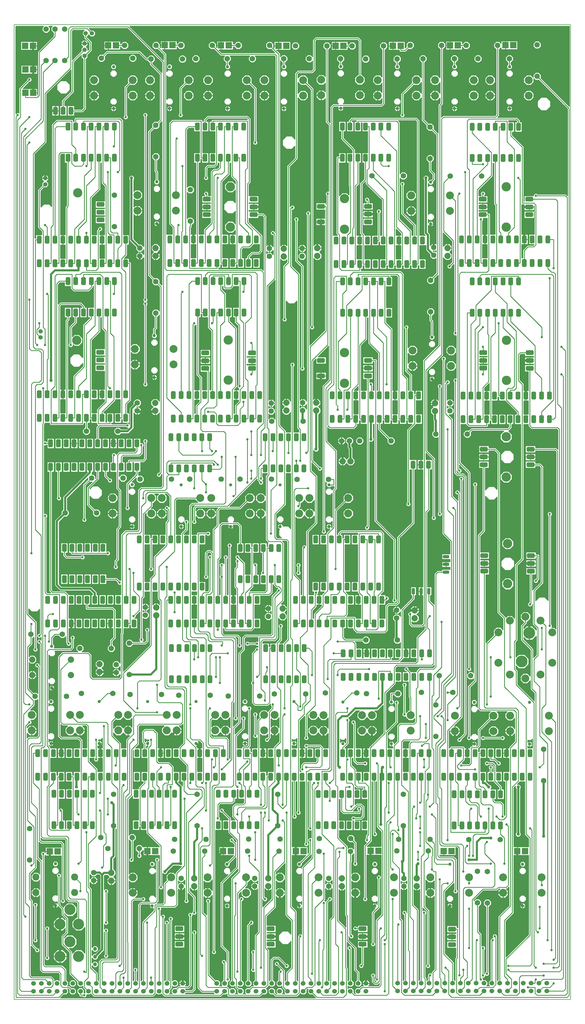
<source format=gbr>
G04 PROTEUS GERBER X2 FILE*
%TF.GenerationSoftware,Labcenter,Proteus,8.6-SP2-Build23525*%
%TF.CreationDate,2019-12-11T18:44:10+00:00*%
%TF.FileFunction,Copper,L2,Bot*%
%TF.FilePolarity,Positive*%
%TF.Part,Single*%
%FSLAX45Y45*%
%MOMM*%
G01*
%TA.AperFunction,Conductor*%
%ADD10C,0.254000*%
%ADD11C,0.635000*%
%TA.AperFunction,ViaPad*%
%ADD12C,0.762000*%
%ADD13C,1.016000*%
%AMDIL004*
4,1,8,
-0.762000,0.965200,-0.457200,1.270000,0.457200,1.270000,0.762000,0.965200,0.762000,-0.965200,
0.457200,-1.270000,-0.457200,-1.270000,-0.762000,-0.965200,-0.762000,0.965200,
0*%
%TA.AperFunction,ComponentPad*%
%ADD14DIL004*%
%AMDIL005*
4,1,8,
-1.270000,0.457200,-0.965200,0.762000,0.965200,0.762000,1.270000,0.457200,1.270000,-0.457200,
0.965200,-0.762000,-0.965200,-0.762000,-1.270000,-0.457200,-1.270000,0.457200,
0*%
%TA.AperFunction,ComponentPad*%
%ADD15DIL005*%
%TA.AperFunction,ComponentPad*%
%ADD16C,1.778000*%
%ADD17C,2.032000*%
%ADD18R,2.032000X2.032000*%
%TA.AperFunction,ComponentPad*%
%ADD19C,2.540000*%
%ADD70C,3.810000*%
%AMPPAD011*
4,1,36,
0.203200,-1.016000,
-0.203200,-1.016000,
-0.265520,-1.009940,
-0.323160,-0.992490,
-0.374980,-0.964770,
-0.419890,-0.927890,
-0.456760,-0.882980,
-0.484480,-0.831160,
-0.501930,-0.773520,
-0.508000,-0.711200,
-0.508000,0.711200,
-0.501930,0.773520,
-0.484480,0.831160,
-0.456760,0.882980,
-0.419890,0.927890,
-0.374980,0.964770,
-0.323160,0.992490,
-0.265520,1.009940,
-0.203200,1.016000,
0.203200,1.016000,
0.265520,1.009940,
0.323160,0.992490,
0.374980,0.964770,
0.419890,0.927890,
0.456760,0.882980,
0.484480,0.831160,
0.501930,0.773520,
0.508000,0.711200,
0.508000,-0.711200,
0.501930,-0.773520,
0.484480,-0.831160,
0.456760,-0.882980,
0.419890,-0.927890,
0.374980,-0.964770,
0.323160,-0.992490,
0.265520,-1.009940,
0.203200,-1.016000,
0*%
%TA.AperFunction,ComponentPad*%
%ADD71PPAD011*%
%AMPPAD012*
4,1,36,
1.016000,0.203200,
1.016000,-0.203200,
1.009940,-0.265520,
0.992490,-0.323160,
0.964770,-0.374980,
0.927890,-0.419890,
0.882980,-0.456760,
0.831160,-0.484480,
0.773520,-0.501930,
0.711200,-0.508000,
-0.711200,-0.508000,
-0.773520,-0.501930,
-0.831160,-0.484480,
-0.882980,-0.456760,
-0.927890,-0.419890,
-0.964770,-0.374980,
-0.992490,-0.323160,
-1.009940,-0.265520,
-1.016000,-0.203200,
-1.016000,0.203200,
-1.009940,0.265520,
-0.992490,0.323160,
-0.964770,0.374980,
-0.927890,0.419890,
-0.882980,0.456760,
-0.831160,0.484480,
-0.773520,0.501930,
-0.711200,0.508000,
0.711200,0.508000,
0.773520,0.501930,
0.831160,0.484480,
0.882980,0.456760,
0.927890,0.419890,
0.964770,0.374980,
0.992490,0.323160,
1.009940,0.265520,
1.016000,0.203200,
0*%
%ADD20PPAD012*%
%TA.AperFunction,WasherPad*%
%ADD21C,1.524000*%
%TA.AperFunction,ComponentPad*%
%ADD22C,3.556000*%
%ADD23C,1.270000*%
%TA.AperFunction,WasherPad*%
%ADD24C,1.397000*%
%TA.AperFunction,ComponentPad*%
%ADD25C,1.016000*%
%ADD26C,2.286000*%
%TA.AperFunction,OtherPad,Unknown*%
%ADD27C,3.000000*%
%TA.AperFunction,ComponentPad*%
%ADD28C,3.000000*%
%TA.AperFunction,Profile*%
%ADD29C,0.203200*%
%TD.AperFunction*%
G36*
X-7807149Y+15663255D02*
X-7807149Y+15558045D01*
X-7732755Y+15483651D01*
X-7730949Y+15483651D01*
X-7730949Y+15391391D01*
X-8242299Y+14880041D01*
X-8242299Y+13483041D01*
X-8246051Y+13479289D01*
X-8246051Y+13690099D01*
X-8717061Y+13690099D01*
X-8513359Y+13893801D01*
X-8477437Y+13893801D01*
X-8432801Y+13938437D01*
X-8432801Y+14001563D01*
X-8477437Y+14046199D01*
X-8540563Y+14046199D01*
X-8585199Y+14001563D01*
X-8585199Y+13965641D01*
X-8847424Y+13703416D01*
X-8847424Y+12892186D01*
X-8858437Y+12903199D01*
X-8921563Y+12903199D01*
X-8951741Y+12873021D01*
X-8951741Y+15701741D01*
X-8054013Y+15701741D01*
X-8096749Y+15659005D01*
X-8096749Y+15553795D01*
X-8022355Y+15479401D01*
X-7917145Y+15479401D01*
X-7842751Y+15553795D01*
X-7842751Y+15659005D01*
X-7885487Y+15701741D01*
X-7768663Y+15701741D01*
X-7807149Y+15663255D01*
G37*
%LPC*%
G36*
X-8256051Y+14930701D02*
X-8789449Y+14930701D01*
X-8789449Y+15210099D01*
X-8256051Y+15210099D01*
X-8256051Y+14930701D01*
G37*
G36*
X-8246051Y+14160701D02*
X-8779449Y+14160701D01*
X-8779449Y+14440099D01*
X-8246051Y+14440099D01*
X-8246051Y+14160701D01*
G37*
%LPD*%
G36*
X-4232274Y+14520459D02*
X-4232274Y+14206114D01*
X-4525201Y+14499041D01*
X-4525201Y+14513001D01*
X-4523395Y+14513001D01*
X-4449001Y+14587395D01*
X-4449001Y+14692605D01*
X-4523395Y+14766999D01*
X-4628605Y+14766999D01*
X-4702999Y+14692605D01*
X-4702999Y+14690799D01*
X-4712959Y+14690799D01*
X-4931959Y+14909799D01*
X-6018041Y+14909799D01*
X-6132118Y+14795722D01*
X-6133395Y+14796999D01*
X-6238605Y+14796999D01*
X-6312999Y+14722605D01*
X-6312999Y+14617395D01*
X-6238605Y+14543001D01*
X-6133395Y+14543001D01*
X-6059001Y+14617395D01*
X-6059001Y+14722605D01*
X-6060278Y+14723882D01*
X-5975959Y+14808201D01*
X-4974041Y+14808201D01*
X-4755041Y+14589201D01*
X-4702999Y+14589201D01*
X-4702999Y+14587395D01*
X-4628605Y+14513001D01*
X-4626799Y+14513001D01*
X-4626799Y+14456958D01*
X-4597041Y+14427201D01*
X-4305299Y+14135459D01*
X-4305299Y+12686541D01*
X-4366118Y+12625722D01*
X-4367395Y+12626999D01*
X-4472605Y+12626999D01*
X-4546999Y+12552605D01*
X-4546999Y+12447395D01*
X-4545722Y+12446118D01*
X-4686299Y+12305541D01*
X-4686299Y+7644459D01*
X-4545722Y+7503882D01*
X-4546999Y+7502605D01*
X-4546999Y+7397395D01*
X-4472605Y+7323001D01*
X-4367395Y+7323001D01*
X-4366118Y+7324278D01*
X-4305299Y+7263459D01*
X-4305299Y+6498903D01*
X-4367395Y+6560999D01*
X-4472605Y+6560999D01*
X-4546999Y+6486605D01*
X-4546999Y+6381395D01*
X-4472605Y+6307001D01*
X-4470799Y+6307001D01*
X-4470799Y+5976291D01*
X-4520548Y+5926542D01*
X-4520548Y+5905500D01*
X-4520549Y+5775323D01*
X-4558649Y+5737223D01*
X-4558649Y+5663577D01*
X-4506573Y+5611501D01*
X-4432927Y+5611501D01*
X-4380851Y+5663577D01*
X-4380851Y+5737223D01*
X-4418951Y+5775323D01*
X-4418952Y+5884458D01*
X-4369201Y+5934209D01*
X-4369201Y+6307001D01*
X-4367395Y+6307001D01*
X-4305299Y+6369097D01*
X-4305299Y+3586863D01*
X-4382135Y+3663699D01*
X-4497865Y+3663699D01*
X-4579699Y+3581865D01*
X-4579699Y+3466135D01*
X-4510564Y+3397000D01*
X-4579699Y+3327865D01*
X-4579699Y+3212135D01*
X-4497865Y+3130301D01*
X-4382135Y+3130301D01*
X-4305299Y+3207137D01*
X-4305299Y+1291041D01*
X-4313641Y+1282699D01*
X-4349563Y+1282699D01*
X-4394199Y+1238063D01*
X-4394199Y+1174937D01*
X-4349563Y+1130301D01*
X-4286437Y+1130301D01*
X-4241801Y+1174937D01*
X-4241801Y+1210859D01*
X-4232274Y+1220386D01*
X-4232274Y+846541D01*
X-4266016Y+812799D01*
X-4910541Y+812799D01*
X-5003799Y+719541D01*
X-5003799Y-550459D01*
X-5037541Y-584201D01*
X-5418541Y-584201D01*
X-5561299Y-726959D01*
X-5561299Y-2209801D01*
X-5592359Y-2209801D01*
X-5682959Y-2119201D01*
X-6015701Y-2119201D01*
X-6015701Y-2004901D01*
X-6244299Y-2004901D01*
X-6244299Y-2335099D01*
X-6015701Y-2335099D01*
X-6015701Y-2220799D01*
X-5725041Y-2220799D01*
X-5664199Y-2281641D01*
X-5664199Y-2317563D01*
X-5619563Y-2362199D01*
X-5561299Y-2362199D01*
X-5561299Y-2674101D01*
X-5751799Y-2674101D01*
X-5751799Y-3004299D01*
X-5561299Y-3004299D01*
X-5561299Y-3436101D01*
X-5713701Y-3436101D01*
X-5713701Y-3153959D01*
X-5806958Y-3060702D01*
X-6602701Y-3060702D01*
X-6602701Y-3004299D01*
X-6539201Y-3004299D01*
X-6539201Y-2674101D01*
X-6767799Y-2674101D01*
X-6767799Y-3004299D01*
X-6704299Y-3004299D01*
X-6704299Y-3132540D01*
X-6674541Y-3162298D01*
X-5849042Y-3162298D01*
X-5815299Y-3196041D01*
X-5815299Y-3436101D01*
X-6005799Y-3436101D01*
X-6005799Y-3766299D01*
X-5815299Y-3766299D01*
X-5815299Y-4042959D01*
X-5910949Y-4138609D01*
X-5910949Y-4282351D01*
X-5912755Y-4282351D01*
X-5987149Y-4356745D01*
X-5987149Y-4461955D01*
X-5912755Y-4536349D01*
X-5807545Y-4536349D01*
X-5733151Y-4461955D01*
X-5733151Y-4356745D01*
X-5807545Y-4282351D01*
X-5809351Y-4282351D01*
X-5809351Y-4180691D01*
X-5713701Y-4085041D01*
X-5713701Y-3766299D01*
X-5561299Y-3766299D01*
X-5561299Y-3901959D01*
X-5575299Y-3915959D01*
X-5575299Y-4880447D01*
X-5647145Y-4808601D01*
X-5752355Y-4808601D01*
X-5826749Y-4882995D01*
X-5826749Y-4988205D01*
X-5752355Y-5062599D01*
X-5647145Y-5062599D01*
X-5575299Y-4990753D01*
X-5575299Y-5134447D01*
X-5647145Y-5062601D01*
X-5752355Y-5062601D01*
X-5826749Y-5136995D01*
X-5826749Y-5242205D01*
X-5752355Y-5316599D01*
X-5647145Y-5316599D01*
X-5575299Y-5244753D01*
X-5575299Y-5312959D01*
X-5609041Y-5346701D01*
X-6455959Y-5346701D01*
X-6494187Y-5308473D01*
X-6494187Y-4614459D01*
X-6587445Y-4521201D01*
X-6808397Y-4521201D01*
X-6749151Y-4461955D01*
X-6749151Y-4356745D01*
X-6823545Y-4282351D01*
X-6928755Y-4282351D01*
X-7003149Y-4356745D01*
X-7003149Y-4461955D01*
X-6943903Y-4521201D01*
X-7450541Y-4521201D01*
X-7597774Y-4668434D01*
X-7597774Y-7260041D01*
X-7504517Y-7353298D01*
X-6942542Y-7353298D01*
X-6890599Y-7405241D01*
X-6890599Y-7624901D01*
X-7088299Y-7624901D01*
X-7088299Y-7955099D01*
X-6890599Y-7955099D01*
X-6890599Y-8386901D01*
X-7088299Y-8386901D01*
X-7088299Y-8501201D01*
X-7113701Y-8501201D01*
X-7113701Y-8386901D01*
X-7342299Y-8386901D01*
X-7342299Y-8717099D01*
X-7147799Y-8717099D01*
X-7147799Y-8944901D01*
X-7334299Y-8944901D01*
X-7334299Y-9275099D01*
X-7147799Y-9275099D01*
X-7147799Y-9954901D01*
X-7334299Y-9954901D01*
X-7334299Y-10236201D01*
X-7355701Y-10236201D01*
X-7355701Y-9954901D01*
X-7419201Y-9954901D01*
X-7419201Y-9685963D01*
X-7416801Y-9683563D01*
X-7416801Y-9620437D01*
X-7461437Y-9575801D01*
X-7524563Y-9575801D01*
X-7550201Y-9601439D01*
X-7550201Y-9275099D01*
X-7355701Y-9275099D01*
X-7355701Y-8944901D01*
X-7550201Y-8944901D01*
X-7550201Y-8717099D01*
X-7367701Y-8717099D01*
X-7367701Y-8386901D01*
X-7596299Y-8386901D01*
X-7596299Y-8501201D01*
X-7621701Y-8501201D01*
X-7621701Y-8386901D01*
X-7823201Y-8386901D01*
X-7823201Y-7955099D01*
X-7621701Y-7955099D01*
X-7621701Y-7624901D01*
X-7823201Y-7624901D01*
X-7823201Y-7598959D01*
X-7886701Y-7535459D01*
X-7886701Y-7528371D01*
X-7846573Y-7568499D01*
X-7772927Y-7568499D01*
X-7720851Y-7516423D01*
X-7720851Y-7442777D01*
X-7772927Y-7390701D01*
X-7846573Y-7390701D01*
X-7886701Y-7430829D01*
X-7886701Y-7332595D01*
X-7856597Y-7362699D01*
X-7762903Y-7362699D01*
X-7696651Y-7296447D01*
X-7696651Y-7202753D01*
X-7762903Y-7136501D01*
X-7856597Y-7136501D01*
X-7886701Y-7166605D01*
X-7886701Y-6432595D01*
X-7856597Y-6462699D01*
X-7762903Y-6462699D01*
X-7696651Y-6396447D01*
X-7696651Y-6302753D01*
X-7762903Y-6236501D01*
X-7856597Y-6236501D01*
X-7886701Y-6266605D01*
X-7886701Y-6178371D01*
X-7846573Y-6218499D01*
X-7772927Y-6218499D01*
X-7720851Y-6166423D01*
X-7720851Y-6092777D01*
X-7772927Y-6040701D01*
X-7846573Y-6040701D01*
X-7886701Y-6080829D01*
X-7886701Y-5522595D01*
X-7836597Y-5572699D01*
X-7742903Y-5572699D01*
X-7676651Y-5506447D01*
X-7676651Y-5412753D01*
X-7742903Y-5346501D01*
X-7836597Y-5346501D01*
X-7886701Y-5396605D01*
X-7886701Y-4622595D01*
X-7836597Y-4672699D01*
X-7742903Y-4672699D01*
X-7676651Y-4606447D01*
X-7676651Y-4512753D01*
X-7693605Y-4495799D01*
X-7154459Y-4495799D01*
X-7061201Y-4402541D01*
X-7061201Y-4120963D01*
X-7035801Y-4095563D01*
X-7035801Y-4032437D01*
X-7080437Y-3987801D01*
X-7143563Y-3987801D01*
X-7188199Y-4032437D01*
X-7188199Y-4095563D01*
X-7162799Y-4120963D01*
X-7162799Y-4360459D01*
X-7196541Y-4394201D01*
X-7718629Y-4394201D01*
X-7700851Y-4376423D01*
X-7700851Y-4302777D01*
X-7738951Y-4264677D01*
X-7738951Y-4077291D01*
X-7662459Y-4000799D01*
X-7570999Y-4000799D01*
X-7570999Y-4002605D01*
X-7496605Y-4076999D01*
X-7391395Y-4076999D01*
X-7339299Y-4024903D01*
X-7339299Y-4226041D01*
X-7315199Y-4250141D01*
X-7315199Y-4286063D01*
X-7270563Y-4330699D01*
X-7207437Y-4330699D01*
X-7162801Y-4286063D01*
X-7162801Y-4222937D01*
X-7207437Y-4178301D01*
X-7237701Y-4178301D01*
X-7237701Y-3766299D01*
X-7047201Y-3766299D01*
X-7047201Y-3436101D01*
X-7237701Y-3436101D01*
X-7237701Y-3004299D01*
X-7047201Y-3004299D01*
X-7047201Y-2674101D01*
X-7237701Y-2674101D01*
X-7237701Y-2659959D01*
X-7344959Y-2552701D01*
X-7739209Y-2552701D01*
X-7772951Y-2518959D01*
X-7772951Y+1293301D01*
X-7709451Y+1293301D01*
X-7709451Y+1623499D01*
X-7938049Y+1623499D01*
X-7938049Y+1293301D01*
X-7874549Y+1293301D01*
X-7874549Y-2561041D01*
X-7819389Y-2616201D01*
X-7916459Y-2616201D01*
X-7950201Y-2582459D01*
X-7950201Y-183963D01*
X-7924801Y-158563D01*
X-7924801Y-95437D01*
X-7969437Y-50801D01*
X-8026401Y-50801D01*
X-8026401Y+2146301D01*
X-7969437Y+2146301D01*
X-7946137Y+2169601D01*
X-7938049Y+2169601D01*
X-7938049Y+2055301D01*
X-7709451Y+2055301D01*
X-7709451Y+2385499D01*
X-7938049Y+2385499D01*
X-7938049Y+2271199D01*
X-7941937Y+2271199D01*
X-7969437Y+2298699D01*
X-8026401Y+2298699D01*
X-8026401Y+2823759D01*
X-8013701Y+2836459D01*
X-8013701Y+2875301D01*
X-7861299Y+2875301D01*
X-7861299Y+2836459D01*
X-7831541Y+2806701D01*
X-6773459Y+2806701D01*
X-6743701Y+2836459D01*
X-6743701Y+2875301D01*
X-6716549Y+2875301D01*
X-6716549Y+2736499D01*
X-6717805Y+2736499D01*
X-6792199Y+2662105D01*
X-6792199Y+2556895D01*
X-6717805Y+2482501D01*
X-6612595Y+2482501D01*
X-6538201Y+2556895D01*
X-6538201Y+2662105D01*
X-6612595Y+2736499D01*
X-6614951Y+2736499D01*
X-6614951Y+2875301D01*
X-6551451Y+2875301D01*
X-6551451Y+2989601D01*
X-6526049Y+2989601D01*
X-6526049Y+2875301D01*
X-6337299Y+2875301D01*
X-6337299Y+2836459D01*
X-6307541Y+2806701D01*
X-6295389Y+2806701D01*
X-6350549Y+2751541D01*
X-6350549Y+2385499D01*
X-6414049Y+2385499D01*
X-6414049Y+2055301D01*
X-6185451Y+2055301D01*
X-6185451Y+2385499D01*
X-6248951Y+2385499D01*
X-6248951Y+2709459D01*
X-6215209Y+2743201D01*
X-5390963Y+2743201D01*
X-5365563Y+2717801D01*
X-5324479Y+2717801D01*
X-5362931Y+2679349D01*
X-5539445Y+2679349D01*
X-5596595Y+2736499D01*
X-5701805Y+2736499D01*
X-5776199Y+2662105D01*
X-5776199Y+2556895D01*
X-5701805Y+2482501D01*
X-5596595Y+2482501D01*
X-5539445Y+2539651D01*
X-5305069Y+2539651D01*
X-5137151Y+2707569D01*
X-5137151Y+3207547D01*
X-5072605Y+3143001D01*
X-4967395Y+3143001D01*
X-4893001Y+3217395D01*
X-4893001Y+3322605D01*
X-4967395Y+3396999D01*
X-5048221Y+3396999D01*
X-5048219Y+3397001D01*
X-4967395Y+3397001D01*
X-4893001Y+3471395D01*
X-4893001Y+3576605D01*
X-4967395Y+3650999D01*
X-5072605Y+3650999D01*
X-5146999Y+3576605D01*
X-5146999Y+3495781D01*
X-5276849Y+3365931D01*
X-5276849Y+2844611D01*
X-5302437Y+2870199D01*
X-5365563Y+2870199D01*
X-5390963Y+2844799D01*
X-5852951Y+2844799D01*
X-5852951Y+2875301D01*
X-5789451Y+2875301D01*
X-5789451Y+3205499D01*
X-6018049Y+3205499D01*
X-6018049Y+2908299D01*
X-6043451Y+2908299D01*
X-6043451Y+3205499D01*
X-6106951Y+3205499D01*
X-6106951Y+3217459D01*
X-5727701Y+3596709D01*
X-5727701Y+3637301D01*
X-5575299Y+3637301D01*
X-5575299Y+3205499D01*
X-5764049Y+3205499D01*
X-5764049Y+2875301D01*
X-5535451Y+2875301D01*
X-5535451Y+2989601D01*
X-5510049Y+2989601D01*
X-5510049Y+2875301D01*
X-5281451Y+2875301D01*
X-5281451Y+3205499D01*
X-5344951Y+3205499D01*
X-5344951Y+3473209D01*
X-5219701Y+3598459D01*
X-5219701Y+4656866D01*
X-5168136Y+4605301D01*
X-5031364Y+4605301D01*
X-4934651Y+4702014D01*
X-4934651Y+4838786D01*
X-5031364Y+4935499D01*
X-5168136Y+4935499D01*
X-5219701Y+4883934D01*
X-5219701Y+5156866D01*
X-5168136Y+5105301D01*
X-5031364Y+5105301D01*
X-4934651Y+5202014D01*
X-4934651Y+5338786D01*
X-5031364Y+5435499D01*
X-5168136Y+5435499D01*
X-5219701Y+5383934D01*
X-5219701Y+8059841D01*
X-5249459Y+8089599D01*
X-5285201Y+8089599D01*
X-5285201Y+8203899D01*
X-5442261Y+8203899D01*
X-5348701Y+8297459D01*
X-5348701Y+8635701D01*
X-5285201Y+8635701D01*
X-5285201Y+8965899D01*
X-5473701Y+8965899D01*
X-5473701Y+12657541D01*
X-5566959Y+12750799D01*
X-7033581Y+12750799D01*
X-7063339Y+12721041D01*
X-7063339Y+12622559D01*
X-7086741Y+12622559D01*
X-7086741Y+12657541D01*
X-7116499Y+12687299D01*
X-7641041Y+12687299D01*
X-7792274Y+12536066D01*
X-7792274Y+9874291D01*
X-7871482Y+9953499D01*
X-8048018Y+9953499D01*
X-8140701Y+9860816D01*
X-8140701Y+10377609D01*
X-8035859Y+10482451D01*
X-7955036Y+10482451D01*
X-7891801Y+10545686D01*
X-7891801Y+10635114D01*
X-7947087Y+10690400D01*
X-7891801Y+10745686D01*
X-7891801Y+10835114D01*
X-7955036Y+10898349D01*
X-8044464Y+10898349D01*
X-8107699Y+10835114D01*
X-8107699Y+10745686D01*
X-8052413Y+10690400D01*
X-8107699Y+10635114D01*
X-8107699Y+10554291D01*
X-8242299Y+10419691D01*
X-8242299Y+9186459D01*
X-8115299Y+9059459D01*
X-8115299Y+8965899D01*
X-8307799Y+8965899D01*
X-8307799Y+8851599D01*
X-8331201Y+8851599D01*
X-8331201Y+11558938D01*
X-7950201Y+11939938D01*
X-7950201Y+13504459D01*
X-7162799Y+14291861D01*
X-7162799Y+13610041D01*
X-7470549Y+13302291D01*
X-7470549Y+13135499D01*
X-7534049Y+13135499D01*
X-7534049Y+12805301D01*
X-7305451Y+12805301D01*
X-7305451Y+13135499D01*
X-7368951Y+13135499D01*
X-7368951Y+13260209D01*
X-7061201Y+13567959D01*
X-7061201Y+14537109D01*
X-6837699Y+14760611D01*
X-6837699Y+14695686D01*
X-6780549Y+14638536D01*
X-6780549Y+13056191D01*
X-6815541Y+13021199D01*
X-7055451Y+13021199D01*
X-7055451Y+13135499D01*
X-7284049Y+13135499D01*
X-7284049Y+12805301D01*
X-7055451Y+12805301D01*
X-7055451Y+12919601D01*
X-6773459Y+12919601D01*
X-6678951Y+13014109D01*
X-6678951Y+14638536D01*
X-6621801Y+14695686D01*
X-6621801Y+14776509D01*
X-6489701Y+14908609D01*
X-6489701Y+15197541D01*
X-6638951Y+15346791D01*
X-6638951Y+15368536D01*
X-6589750Y+15417737D01*
X-6534464Y+15362451D01*
X-6445036Y+15362451D01*
X-6381801Y+15425686D01*
X-6381801Y+15515114D01*
X-6445036Y+15578349D01*
X-6525859Y+15578349D01*
X-6581211Y+15633701D01*
X-5345516Y+15633701D01*
X-4232274Y+14520459D01*
G37*
%LPC*%
G36*
X-4686301Y+12858563D02*
X-4686301Y+12795437D01*
X-4711701Y+12770037D01*
X-4711701Y+6914963D01*
X-4686301Y+6889563D01*
X-4686301Y+6826437D01*
X-4718238Y+6794500D01*
X-4686301Y+6762563D01*
X-4686301Y+6699437D01*
X-4711701Y+6674037D01*
X-4711701Y+4184463D01*
X-4686301Y+4159063D01*
X-4686301Y+4095937D01*
X-4730937Y+4051301D01*
X-4794063Y+4051301D01*
X-4838699Y+4095937D01*
X-4838699Y+4159063D01*
X-4813299Y+4184463D01*
X-4813299Y+6674037D01*
X-4838699Y+6699437D01*
X-4838699Y+6762563D01*
X-4806762Y+6794500D01*
X-4838699Y+6826437D01*
X-4838699Y+6889563D01*
X-4813299Y+6914963D01*
X-4813299Y+8224877D01*
X-4887395Y+8150781D01*
X-4992605Y+8150781D01*
X-5066999Y+8225175D01*
X-5066999Y+8330385D01*
X-4992605Y+8404779D01*
X-4887395Y+8404779D01*
X-4813299Y+8330683D01*
X-4813299Y+8478877D01*
X-4887395Y+8404781D01*
X-4992605Y+8404781D01*
X-5066999Y+8479175D01*
X-5066999Y+8559999D01*
X-5276849Y+8769849D01*
X-5276849Y+10739127D01*
X-5295899Y+10758177D01*
X-5295899Y+10831823D01*
X-5243823Y+10883899D01*
X-5170177Y+10883899D01*
X-5118101Y+10831823D01*
X-5118101Y+10758177D01*
X-5137151Y+10739127D01*
X-5137151Y+10356484D01*
X-5088136Y+10405499D01*
X-4951364Y+10405499D01*
X-4854651Y+10308786D01*
X-4854651Y+10172014D01*
X-4951364Y+10075301D01*
X-5088136Y+10075301D01*
X-5137151Y+10124316D01*
X-5137151Y+9856484D01*
X-5088136Y+9905499D01*
X-4951364Y+9905499D01*
X-4854651Y+9808786D01*
X-4854651Y+9672014D01*
X-4951364Y+9575301D01*
X-5088136Y+9575301D01*
X-5137151Y+9624316D01*
X-5137151Y+8827711D01*
X-4968219Y+8658779D01*
X-4887395Y+8658779D01*
X-4813299Y+8584683D01*
X-4813299Y+12770037D01*
X-4838699Y+12795437D01*
X-4838699Y+12858563D01*
X-4794063Y+12903199D01*
X-4730937Y+12903199D01*
X-4686301Y+12858563D01*
G37*
G36*
X-5570051Y+15131199D02*
X-5559539Y+15131199D01*
X-5559539Y+15132445D01*
X-5485145Y+15206839D01*
X-5379935Y+15206839D01*
X-5305541Y+15132445D01*
X-5305541Y+15027235D01*
X-5379935Y+14952841D01*
X-5485145Y+14952841D01*
X-5559539Y+15027235D01*
X-5559539Y+15029601D01*
X-5570051Y+15029601D01*
X-5570051Y+14940701D01*
X-6103449Y+14940701D01*
X-6103449Y+15220099D01*
X-5570051Y+15220099D01*
X-5570051Y+15131199D01*
G37*
G36*
X-7596299Y-7624901D02*
X-7367701Y-7624901D01*
X-7367701Y-7955099D01*
X-7596299Y-7955099D01*
X-7596299Y-7624901D01*
G37*
G36*
X-7342299Y-7624901D02*
X-7113701Y-7624901D01*
X-7113701Y-7955099D01*
X-7342299Y-7955099D01*
X-7342299Y-7624901D01*
G37*
G36*
X-7494299Y-2004901D02*
X-7265701Y-2004901D01*
X-7265701Y-2335099D01*
X-7494299Y-2335099D01*
X-7494299Y-2004901D01*
G37*
G36*
X-7244299Y-2004901D02*
X-7015701Y-2004901D01*
X-7015701Y-2335099D01*
X-7244299Y-2335099D01*
X-7244299Y-2004901D01*
G37*
G36*
X-6994299Y-2004901D02*
X-6765701Y-2004901D01*
X-6765701Y-2335099D01*
X-6994299Y-2335099D01*
X-6994299Y-2004901D01*
G37*
G36*
X-6744299Y-2004901D02*
X-6515701Y-2004901D01*
X-6515701Y-2335099D01*
X-6744299Y-2335099D01*
X-6744299Y-2004901D01*
G37*
G36*
X-6494299Y-2004901D02*
X-6265701Y-2004901D01*
X-6265701Y-2335099D01*
X-6494299Y-2335099D01*
X-6494299Y-2004901D01*
G37*
G36*
X-6015701Y-1272439D02*
X-6000563Y-1257301D01*
X-5937437Y-1257301D01*
X-5892801Y-1301937D01*
X-5892801Y-1365063D01*
X-5937437Y-1409699D01*
X-6000563Y-1409699D01*
X-6025963Y-1384299D01*
X-7151041Y-1384299D01*
X-7180799Y-1354541D01*
X-7180799Y-1325099D01*
X-7244299Y-1325099D01*
X-7244299Y-994901D01*
X-7015701Y-994901D01*
X-7015701Y-1282701D01*
X-6994299Y-1282701D01*
X-6994299Y-994901D01*
X-6765701Y-994901D01*
X-6765701Y-1282701D01*
X-6744299Y-1282701D01*
X-6744299Y-994901D01*
X-6515701Y-994901D01*
X-6515701Y-1282701D01*
X-6494299Y-1282701D01*
X-6494299Y-994901D01*
X-6265701Y-994901D01*
X-6265701Y-1282701D01*
X-6244299Y-1282701D01*
X-6244299Y-994901D01*
X-6015701Y-994901D01*
X-6015701Y-1272439D01*
G37*
G36*
X-7265701Y-1325099D02*
X-7329201Y-1325099D01*
X-7329201Y-1375959D01*
X-7295459Y-1409701D01*
X-6851463Y-1409701D01*
X-6826063Y-1384301D01*
X-6762937Y-1384301D01*
X-6718301Y-1428937D01*
X-6718301Y-1492063D01*
X-6762937Y-1536699D01*
X-6826063Y-1536699D01*
X-6851463Y-1511299D01*
X-7337541Y-1511299D01*
X-7430799Y-1418041D01*
X-7430799Y-1325099D01*
X-7494299Y-1325099D01*
X-7494299Y-994901D01*
X-7265701Y-994901D01*
X-7265701Y-1325099D01*
G37*
G36*
X-6259799Y-3436101D02*
X-6031201Y-3436101D01*
X-6031201Y-3766299D01*
X-6259799Y-3766299D01*
X-6259799Y-3436101D01*
G37*
G36*
X-6513799Y-3436101D02*
X-6285201Y-3436101D01*
X-6285201Y-3766299D01*
X-6513799Y-3766299D01*
X-6513799Y-3436101D01*
G37*
G36*
X-6767799Y-3436101D02*
X-6539201Y-3436101D01*
X-6539201Y-3766299D01*
X-6767799Y-3766299D01*
X-6767799Y-3436101D01*
G37*
G36*
X-7021799Y-3436101D02*
X-6793201Y-3436101D01*
X-6793201Y-3766299D01*
X-7021799Y-3766299D01*
X-7021799Y-3436101D01*
G37*
G36*
X-7021799Y-2674101D02*
X-6793201Y-2674101D01*
X-6793201Y-3004299D01*
X-7021799Y-3004299D01*
X-7021799Y-2674101D01*
G37*
G36*
X-6185451Y+1293301D02*
X-6248951Y+1293301D01*
X-6248951Y+1058459D01*
X-6553201Y+754209D01*
X-6553201Y+748166D01*
X-6458268Y+843099D01*
X-6281732Y+843099D01*
X-6156901Y+718268D01*
X-6156901Y+541732D01*
X-6281732Y+416901D01*
X-6458268Y+416901D01*
X-6553201Y+511834D01*
X-6553201Y+255691D01*
X-6393632Y+96122D01*
X-6392355Y+97399D01*
X-6287145Y+97399D01*
X-6212751Y+23005D01*
X-6212751Y-82205D01*
X-6287145Y-156599D01*
X-6392355Y-156599D01*
X-6466749Y-82205D01*
X-6466749Y+23005D01*
X-6465472Y+24282D01*
X-6654799Y+213609D01*
X-6654799Y+796291D01*
X-6478089Y+973001D01*
X-6552605Y+973001D01*
X-6553882Y+974278D01*
X-6680202Y+847958D01*
X-6680201Y-197037D01*
X-6654801Y-222437D01*
X-6654801Y-285563D01*
X-6699437Y-330199D01*
X-6762563Y-330199D01*
X-6807199Y-285563D01*
X-6807199Y-222437D01*
X-6781799Y-197037D01*
X-6781798Y+890042D01*
X-6625722Y+1046118D01*
X-6626999Y+1047395D01*
X-6626999Y+1097971D01*
X-7285901Y+439069D01*
X-7285901Y+80155D01*
X-7228751Y+23005D01*
X-7228751Y-82205D01*
X-7303145Y-156599D01*
X-7383969Y-156599D01*
X-7550151Y-322781D01*
X-7550151Y-2320569D01*
X-7464069Y-2406651D01*
X-6511569Y-2406651D01*
X-6329651Y-2588569D01*
X-6329651Y-2674101D01*
X-6285201Y-2674101D01*
X-6285201Y-3004299D01*
X-6513799Y-3004299D01*
X-6513799Y-2674101D01*
X-6469349Y-2674101D01*
X-6469349Y-2646431D01*
X-6569431Y-2546349D01*
X-7521931Y-2546349D01*
X-7689849Y-2378431D01*
X-7689849Y-264919D01*
X-7482749Y-57819D01*
X-7482749Y+23005D01*
X-7425599Y+80155D01*
X-7425599Y+496931D01*
X-6629229Y+1293301D01*
X-6668049Y+1293301D01*
X-6668049Y+1623499D01*
X-6439451Y+1623499D01*
X-6439451Y+1293301D01*
X-6483901Y+1293301D01*
X-6483901Y+1241069D01*
X-6497971Y+1226999D01*
X-6447395Y+1226999D01*
X-6373001Y+1152605D01*
X-6373001Y+1078089D01*
X-6350549Y+1100541D01*
X-6350549Y+1293301D01*
X-6414049Y+1293301D01*
X-6414049Y+1623499D01*
X-6185451Y+1623499D01*
X-6185451Y+1293301D01*
G37*
G36*
X-6259799Y-2674101D02*
X-6031201Y-2674101D01*
X-6031201Y-3004299D01*
X-6259799Y-3004299D01*
X-6259799Y-2674101D01*
G37*
G36*
X-6005799Y-2674101D02*
X-5777201Y-2674101D01*
X-5777201Y-3004299D01*
X-6005799Y-3004299D01*
X-6005799Y-2674101D01*
G37*
G36*
X-7684049Y+2385499D02*
X-7455451Y+2385499D01*
X-7455451Y+2055301D01*
X-7684049Y+2055301D01*
X-7684049Y+2385499D01*
G37*
G36*
X-7430049Y+2385499D02*
X-7201451Y+2385499D01*
X-7201451Y+2055301D01*
X-7430049Y+2055301D01*
X-7430049Y+2385499D01*
G37*
G36*
X-7176049Y+2385499D02*
X-6947451Y+2385499D01*
X-6947451Y+2055301D01*
X-7176049Y+2055301D01*
X-7176049Y+2385499D01*
G37*
G36*
X-6922049Y+2385499D02*
X-6693451Y+2385499D01*
X-6693451Y+2055301D01*
X-6922049Y+2055301D01*
X-6922049Y+2385499D01*
G37*
G36*
X-6668049Y+2385499D02*
X-6439451Y+2385499D01*
X-6439451Y+2055301D01*
X-6668049Y+2055301D01*
X-6668049Y+2385499D01*
G37*
G36*
X-6160049Y+2385499D02*
X-5931451Y+2385499D01*
X-5931451Y+2055301D01*
X-6160049Y+2055301D01*
X-6160049Y+2385499D01*
G37*
G36*
X-5906049Y+2385499D02*
X-5677451Y+2385499D01*
X-5677451Y+2055301D01*
X-5906049Y+2055301D01*
X-5906049Y+2385499D01*
G37*
G36*
X-5652049Y+2385499D02*
X-5423451Y+2385499D01*
X-5423451Y+2055301D01*
X-5652049Y+2055301D01*
X-5652049Y+2385499D01*
G37*
G36*
X-5398049Y+2385499D02*
X-5169451Y+2385499D01*
X-5169451Y+2055301D01*
X-5398049Y+2055301D01*
X-5398049Y+2385499D01*
G37*
G36*
X-4915451Y+2235199D02*
X-4857937Y+2235199D01*
X-4813301Y+2190563D01*
X-4813301Y+2127437D01*
X-4838701Y+2102037D01*
X-4838701Y+1883959D01*
X-4931959Y+1790701D01*
X-5453209Y+1790701D01*
X-5486951Y+1756959D01*
X-5486951Y+1623499D01*
X-5423451Y+1623499D01*
X-5423451Y+1293301D01*
X-5609201Y+1293301D01*
X-5609201Y+1154403D01*
X-5536605Y+1226999D01*
X-5431395Y+1226999D01*
X-5357001Y+1152605D01*
X-5357001Y+1047395D01*
X-5431395Y+973001D01*
X-5536605Y+973001D01*
X-5609201Y+1045597D01*
X-5609201Y+791041D01*
X-5529201Y+711041D01*
X-5529201Y-491041D01*
X-5609201Y-571041D01*
X-5609201Y-1553541D01*
X-5664201Y-1608541D01*
X-5664201Y-1721037D01*
X-5638801Y-1746437D01*
X-5638801Y-1809563D01*
X-5683437Y-1854199D01*
X-5746563Y-1854199D01*
X-5791199Y-1809563D01*
X-5791199Y-1746437D01*
X-5765799Y-1721037D01*
X-5765799Y-1566459D01*
X-5710799Y-1511459D01*
X-5710799Y-528959D01*
X-5630799Y-448959D01*
X-5630799Y+668959D01*
X-5710799Y+748959D01*
X-5710799Y+1293301D01*
X-5906049Y+1293301D01*
X-5906049Y+1623499D01*
X-5842549Y+1623499D01*
X-5842549Y+1797787D01*
X-5854699Y+1809937D01*
X-5854699Y+1873063D01*
X-5810063Y+1917699D01*
X-5746937Y+1917699D01*
X-5702301Y+1873063D01*
X-5702301Y+1862539D01*
X-5609041Y+1955799D01*
X-5114291Y+1955799D01*
X-5080549Y+1989541D01*
X-5080549Y+2055301D01*
X-5144049Y+2055301D01*
X-5144049Y+2385499D01*
X-4915451Y+2385499D01*
X-4915451Y+2235199D01*
G37*
G36*
X-4686301Y+2317563D02*
X-4686301Y+2254437D01*
X-4711701Y+2229037D01*
X-4711701Y+1693459D01*
X-4804959Y+1600201D01*
X-4915451Y+1600201D01*
X-4915451Y+1293301D01*
X-4978951Y+1293301D01*
X-4978951Y+1186999D01*
X-4877395Y+1186999D01*
X-4803001Y+1112605D01*
X-4803001Y+1007395D01*
X-4877395Y+933001D01*
X-4982605Y+933001D01*
X-5056999Y+1007395D01*
X-5056999Y+1107411D01*
X-5194511Y+969899D01*
X-5151091Y+969899D01*
X-5099015Y+917823D01*
X-5099015Y+844177D01*
X-5151091Y+792101D01*
X-5224737Y+792101D01*
X-5276813Y+844177D01*
X-5276813Y+887597D01*
X-5283201Y+881209D01*
X-5283201Y+725659D01*
X-5234761Y+774099D01*
X-5141067Y+774099D01*
X-5074815Y+707847D01*
X-5074815Y+614153D01*
X-5141067Y+547901D01*
X-5234761Y+547901D01*
X-5283201Y+596341D01*
X-5283201Y+183963D01*
X-5257801Y+158563D01*
X-5257801Y+95437D01*
X-5302437Y+50801D01*
X-5365563Y+50801D01*
X-5410199Y+95437D01*
X-5410199Y+158563D01*
X-5384799Y+183963D01*
X-5384799Y+923291D01*
X-5080549Y+1227541D01*
X-5080549Y+1293301D01*
X-5144049Y+1293301D01*
X-5144049Y+1600201D01*
X-5169451Y+1600201D01*
X-5169451Y+1293301D01*
X-5398049Y+1293301D01*
X-5398049Y+1623499D01*
X-5334549Y+1623499D01*
X-5334549Y+1672041D01*
X-5304791Y+1701799D01*
X-4847041Y+1701799D01*
X-4813299Y+1735541D01*
X-4813299Y+2229037D01*
X-4838699Y+2254437D01*
X-4838699Y+2317563D01*
X-4794063Y+2362199D01*
X-4730937Y+2362199D01*
X-4686301Y+2317563D01*
G37*
G36*
X-5931451Y+1293301D02*
X-5994951Y+1293301D01*
X-5994951Y+1177291D01*
X-5909859Y+1092199D01*
X-5873937Y+1092199D01*
X-5829301Y+1047563D01*
X-5829301Y+984437D01*
X-5873937Y+939801D01*
X-5937063Y+939801D01*
X-5981699Y+984437D01*
X-5981699Y+1020359D01*
X-6096549Y+1135209D01*
X-6096549Y+1293301D01*
X-6160049Y+1293301D01*
X-6160049Y+1623499D01*
X-5931451Y+1623499D01*
X-5931451Y+1293301D01*
G37*
G36*
X-6922049Y+1623499D02*
X-6693451Y+1623499D01*
X-6693451Y+1293301D01*
X-6922049Y+1293301D01*
X-6922049Y+1623499D01*
G37*
G36*
X-7176049Y+1623499D02*
X-6947451Y+1623499D01*
X-6947451Y+1293301D01*
X-7176049Y+1293301D01*
X-7176049Y+1623499D01*
G37*
G36*
X-7430049Y+1623499D02*
X-7201451Y+1623499D01*
X-7201451Y+1293301D01*
X-7430049Y+1293301D01*
X-7430049Y+1623499D01*
G37*
G36*
X-7455451Y+1293301D02*
X-7518951Y+1293301D01*
X-7518951Y+514713D01*
X-7480301Y+476063D01*
X-7480301Y+412937D01*
X-7524937Y+368301D01*
X-7588063Y+368301D01*
X-7632699Y+412937D01*
X-7632699Y+476063D01*
X-7620549Y+488213D01*
X-7620549Y+1293301D01*
X-7684049Y+1293301D01*
X-7684049Y+1623499D01*
X-7455451Y+1623499D01*
X-7455451Y+1293301D01*
G37*
G36*
X-6100051Y-4857735D02*
X-6100051Y-4973465D01*
X-6169186Y-5042600D01*
X-6100051Y-5111735D01*
X-6100051Y-5227465D01*
X-6181885Y-5309299D01*
X-6297615Y-5309299D01*
X-6379449Y-5227465D01*
X-6379449Y-5111735D01*
X-6310314Y-5042600D01*
X-6379449Y-4973465D01*
X-6379449Y-4857735D01*
X-6297615Y-4775901D01*
X-6181885Y-4775901D01*
X-6100051Y-4857735D01*
G37*
G36*
X-6584849Y+13392014D02*
X-6584849Y+13528786D01*
X-6488136Y+13625499D01*
X-6351364Y+13625499D01*
X-6254651Y+13528786D01*
X-6254651Y+13392014D01*
X-6351364Y+13295301D01*
X-6488136Y+13295301D01*
X-6584849Y+13392014D01*
G37*
G36*
X-6584849Y+13892014D02*
X-6584849Y+14028786D01*
X-6488136Y+14125499D01*
X-6351364Y+14125499D01*
X-6254651Y+14028786D01*
X-6254651Y+13892014D01*
X-6351364Y+13795301D01*
X-6488136Y+13795301D01*
X-6584849Y+13892014D01*
G37*
G36*
X-5334849Y+13392014D02*
X-5334849Y+13528786D01*
X-5238136Y+13625499D01*
X-5101364Y+13625499D01*
X-5004651Y+13528786D01*
X-5004651Y+13392014D01*
X-5101364Y+13295301D01*
X-5238136Y+13295301D01*
X-5334849Y+13392014D01*
G37*
G36*
X-5004651Y+14028786D02*
X-5004651Y+13892014D01*
X-5101364Y+13795301D01*
X-5238136Y+13795301D01*
X-5250572Y+13807738D01*
X-5346701Y+13711609D01*
X-5346701Y+12820463D01*
X-5321301Y+12795063D01*
X-5321301Y+12731937D01*
X-5365937Y+12687301D01*
X-5429063Y+12687301D01*
X-5473699Y+12731937D01*
X-5473699Y+12795063D01*
X-5448299Y+12820463D01*
X-5448299Y+13753691D01*
X-5322412Y+13879578D01*
X-5334849Y+13892014D01*
X-5334849Y+14028786D01*
X-5238136Y+14125499D01*
X-5101364Y+14125499D01*
X-5004651Y+14028786D01*
G37*
G36*
X-5878649Y+14353577D02*
X-5878649Y+14427223D01*
X-5826573Y+14479299D01*
X-5752927Y+14479299D01*
X-5700851Y+14427223D01*
X-5700851Y+14353577D01*
X-5752927Y+14301501D01*
X-5826573Y+14301501D01*
X-5878649Y+14353577D01*
G37*
G36*
X-5878649Y+13003577D02*
X-5878649Y+13077223D01*
X-5826573Y+13129299D01*
X-5752927Y+13129299D01*
X-5700851Y+13077223D01*
X-5700851Y+13003577D01*
X-5752927Y+12951501D01*
X-5826573Y+12951501D01*
X-5878649Y+13003577D01*
G37*
G36*
X-5902849Y+14123553D02*
X-5902849Y+14217247D01*
X-5836597Y+14283499D01*
X-5742903Y+14283499D01*
X-5676651Y+14217247D01*
X-5676651Y+14123553D01*
X-5742903Y+14057301D01*
X-5836597Y+14057301D01*
X-5902849Y+14123553D01*
G37*
G36*
X-5902849Y+13223553D02*
X-5902849Y+13317247D01*
X-5836597Y+13383499D01*
X-5742903Y+13383499D01*
X-5676651Y+13317247D01*
X-5676651Y+13223553D01*
X-5742903Y+13157301D01*
X-5836597Y+13157301D01*
X-5902849Y+13223553D01*
G37*
G36*
X-4774849Y+13392014D02*
X-4774849Y+13528786D01*
X-4678136Y+13625499D01*
X-4541364Y+13625499D01*
X-4444651Y+13528786D01*
X-4444651Y+13392014D01*
X-4541364Y+13295301D01*
X-4678136Y+13295301D01*
X-4774849Y+13392014D01*
G37*
G36*
X-4774849Y+13892014D02*
X-4774849Y+14028786D01*
X-4678136Y+14125499D01*
X-4541364Y+14125499D01*
X-4444651Y+14028786D01*
X-4444651Y+13892014D01*
X-4541364Y+13795301D01*
X-4678136Y+13795301D01*
X-4774849Y+13892014D01*
G37*
G36*
X-4558649Y+4313577D02*
X-4558649Y+4387223D01*
X-4506573Y+4439299D01*
X-4432927Y+4439299D01*
X-4380851Y+4387223D01*
X-4380851Y+4313577D01*
X-4432927Y+4261501D01*
X-4506573Y+4261501D01*
X-4558649Y+4313577D01*
G37*
G36*
X-4582849Y+5433553D02*
X-4582849Y+5527247D01*
X-4516597Y+5593499D01*
X-4422903Y+5593499D01*
X-4356651Y+5527247D01*
X-4356651Y+5433553D01*
X-4422903Y+5367301D01*
X-4516597Y+5367301D01*
X-4582849Y+5433553D01*
G37*
G36*
X-4582849Y+4533553D02*
X-4582849Y+4627247D01*
X-4516597Y+4693499D01*
X-4422903Y+4693499D01*
X-4356651Y+4627247D01*
X-4356651Y+4533553D01*
X-4422903Y+4467301D01*
X-4516597Y+4467301D01*
X-4582849Y+4533553D01*
G37*
G36*
X-5983013Y-117386D02*
X-5983013Y+19386D01*
X-5886300Y+116099D01*
X-5749528Y+116099D01*
X-5652815Y+19386D01*
X-5652815Y-117386D01*
X-5749528Y-214099D01*
X-5886300Y-214099D01*
X-5983013Y-117386D01*
G37*
G36*
X-5983013Y+382614D02*
X-5983013Y+519386D01*
X-5886300Y+616099D01*
X-5749528Y+616099D01*
X-5652815Y+519386D01*
X-5652815Y+382614D01*
X-5749528Y+285901D01*
X-5886300Y+285901D01*
X-5983013Y+382614D01*
G37*
G36*
X-5276813Y-505823D02*
X-5276813Y-432177D01*
X-5224737Y-380101D01*
X-5151091Y-380101D01*
X-5099015Y-432177D01*
X-5099015Y-505823D01*
X-5151091Y-557899D01*
X-5224737Y-557899D01*
X-5276813Y-505823D01*
G37*
G36*
X-5301013Y-285847D02*
X-5301013Y-192153D01*
X-5234761Y-125901D01*
X-5141067Y-125901D01*
X-5074815Y-192153D01*
X-5074815Y-285847D01*
X-5141067Y-352099D01*
X-5234761Y-352099D01*
X-5301013Y-285847D01*
G37*
G36*
X-7878649Y-5726423D02*
X-7878649Y-5652777D01*
X-7826573Y-5600701D01*
X-7752927Y-5600701D01*
X-7700851Y-5652777D01*
X-7700851Y-5726423D01*
X-7752927Y-5778499D01*
X-7826573Y-5778499D01*
X-7878649Y-5726423D01*
G37*
G36*
X-7622849Y+13642132D02*
X-7622849Y+13818668D01*
X-7498018Y+13943499D01*
X-7321482Y+13943499D01*
X-7196651Y+13818668D01*
X-7196651Y+13642132D01*
X-7321482Y+13517301D01*
X-7498018Y+13517301D01*
X-7622849Y+13642132D01*
G37*
G36*
X-7784049Y+13135499D02*
X-7555451Y+13135499D01*
X-7555451Y+12805301D01*
X-7784049Y+12805301D01*
X-7784049Y+13135499D01*
G37*
G36*
X-5043001Y+14722605D02*
X-5043001Y+14617395D01*
X-5117395Y+14543001D01*
X-5222605Y+14543001D01*
X-5296999Y+14617395D01*
X-5296999Y+14722605D01*
X-5222605Y+14796999D01*
X-5117395Y+14796999D01*
X-5043001Y+14722605D01*
G37*
G36*
X-5683250Y-3124651D02*
X-5683250Y-3098349D01*
X-5664651Y-3079750D01*
X-5638349Y-3079750D01*
X-5619750Y-3098349D01*
X-5619750Y-3124651D01*
X-5638349Y-3143250D01*
X-5664651Y-3143250D01*
X-5683250Y-3124651D01*
G37*
G36*
X-5683250Y-3378651D02*
X-5683250Y-3352349D01*
X-5664651Y-3333750D01*
X-5638349Y-3333750D01*
X-5619750Y-3352349D01*
X-5619750Y-3378651D01*
X-5638349Y-3397250D01*
X-5664651Y-3397250D01*
X-5683250Y-3378651D01*
G37*
G36*
X-4413250Y+3860349D02*
X-4413250Y+3886651D01*
X-4394651Y+3905250D01*
X-4368349Y+3905250D01*
X-4349750Y+3886651D01*
X-4349750Y+3860349D01*
X-4368349Y+3841750D01*
X-4394651Y+3841750D01*
X-4413250Y+3860349D01*
G37*
%LPD*%
G36*
X-6797699Y+15515114D02*
X-6797699Y+15425686D01*
X-6740549Y+15368536D01*
X-6740549Y+15304709D01*
X-6591299Y+15155459D01*
X-6591299Y+14950691D01*
X-6621801Y+14920189D01*
X-6621801Y+14985114D01*
X-6677087Y+15040400D01*
X-6621801Y+15095686D01*
X-6621801Y+15185114D01*
X-6685036Y+15248349D01*
X-6774464Y+15248349D01*
X-6837699Y+15185114D01*
X-6837699Y+15095686D01*
X-6782413Y+15040400D01*
X-6837699Y+14985114D01*
X-6837699Y+14904291D01*
X-7124701Y+14617289D01*
X-7124701Y+15536459D01*
X-7090959Y+15570201D01*
X-6742612Y+15570201D01*
X-6797699Y+15515114D01*
G37*
G36*
X+8951741Y+13110899D02*
X+8036372Y+14026268D01*
X+8037649Y+14027545D01*
X+8037649Y+14132755D01*
X+7963255Y+14207149D01*
X+7858045Y+14207149D01*
X+7783651Y+14132755D01*
X+7783651Y+14050484D01*
X+7708636Y+14125499D01*
X+7571864Y+14125499D01*
X+7475151Y+14028786D01*
X+7475151Y+13892014D01*
X+7571864Y+13795301D01*
X+7708636Y+13795301D01*
X+7805349Y+13892014D01*
X+7805349Y+14005847D01*
X+7858045Y+13953151D01*
X+7963255Y+13953151D01*
X+7964532Y+13954428D01*
X+8895471Y+13023489D01*
X+8895471Y+10226369D01*
X+8847541Y+10274299D01*
X+7930963Y+10274299D01*
X+7905563Y+10299699D01*
X+7842437Y+10299699D01*
X+7797801Y+10255063D01*
X+7797801Y+10224949D01*
X+7492531Y+10224949D01*
X+7492531Y+10036449D01*
X+7480299Y+10036449D01*
X+7480299Y+11817881D01*
X+7110799Y+12187381D01*
X+7110799Y+12284901D01*
X+7174299Y+12284901D01*
X+7174299Y+12615099D01*
X+6985799Y+12615099D01*
X+6985799Y+12649201D01*
X+7225459Y+12649201D01*
X+7259201Y+12615459D01*
X+7259201Y+12615099D01*
X+7195701Y+12615099D01*
X+7195701Y+12284901D01*
X+7424299Y+12284901D01*
X+7424299Y+12615099D01*
X+7360799Y+12615099D01*
X+7360799Y+12657541D01*
X+7267541Y+12750799D01*
X+6631639Y+12750799D01*
X+6686798Y+12805958D01*
X+6686798Y+12827000D01*
X+6686799Y+14953001D01*
X+6688605Y+14953001D01*
X+6746551Y+15010947D01*
X+6746551Y+14950701D01*
X+7279949Y+14950701D01*
X+7279949Y+15230099D01*
X+6746551Y+15230099D01*
X+6746551Y+15149053D01*
X+6688605Y+15206999D01*
X+6583395Y+15206999D01*
X+6509001Y+15132605D01*
X+6509001Y+15027395D01*
X+6583395Y+14953001D01*
X+6585201Y+14953001D01*
X+6585202Y+12848042D01*
X+6551458Y+12814298D01*
X+4868458Y+12814298D01*
X+4813298Y+12759138D01*
X+4813298Y+13123458D01*
X+4869179Y+13179339D01*
X+4869179Y+14959981D01*
X+4870985Y+14959981D01*
X+4945379Y+15034375D01*
X+4945379Y+15139585D01*
X+4870985Y+15213979D01*
X+4765775Y+15213979D01*
X+4691381Y+15139585D01*
X+4691381Y+15034375D01*
X+4765775Y+14959981D01*
X+4767581Y+14959981D01*
X+4767581Y+14036554D01*
X+4678636Y+14125499D01*
X+4541864Y+14125499D01*
X+4445151Y+14028786D01*
X+4445151Y+13892014D01*
X+4541864Y+13795301D01*
X+4678636Y+13795301D01*
X+4767581Y+13884246D01*
X+4767581Y+13536554D01*
X+4678636Y+13625499D01*
X+4541864Y+13625499D01*
X+4445151Y+13528786D01*
X+4445151Y+13392014D01*
X+4541864Y+13295301D01*
X+4678636Y+13295301D01*
X+4767581Y+13384246D01*
X+4767581Y+13221421D01*
X+4711702Y+13165542D01*
X+4711702Y+12250138D01*
X+4575722Y+12386118D01*
X+4576999Y+12387395D01*
X+4576999Y+12492605D01*
X+4502605Y+12566999D01*
X+4397395Y+12566999D01*
X+4396118Y+12565722D01*
X+4270799Y+12691041D01*
X+4270799Y+14523001D01*
X+4272605Y+14523001D01*
X+4346999Y+14597395D01*
X+4346999Y+14702605D01*
X+4272605Y+14776999D01*
X+4167395Y+14776999D01*
X+4093001Y+14702605D01*
X+4093001Y+14597395D01*
X+4167395Y+14523001D01*
X+4169201Y+14523001D01*
X+4169201Y+14034934D01*
X+4078636Y+14125499D01*
X+3941864Y+14125499D01*
X+3845151Y+14028786D01*
X+3845151Y+13892014D01*
X+3857588Y+13879578D01*
X+3505201Y+13527191D01*
X+3505201Y+12883963D01*
X+3479801Y+12858563D01*
X+3479801Y+12795437D01*
X+3524437Y+12750801D01*
X+3587563Y+12750801D01*
X+3632199Y+12795437D01*
X+3632199Y+12858563D01*
X+3606799Y+12883963D01*
X+3606799Y+13485109D01*
X+3929428Y+13807738D01*
X+3941864Y+13795301D01*
X+4078636Y+13795301D01*
X+4169201Y+13885866D01*
X+4169201Y+13534934D01*
X+4078636Y+13625499D01*
X+3941864Y+13625499D01*
X+3845151Y+13528786D01*
X+3845151Y+13392014D01*
X+3941864Y+13295301D01*
X+4078636Y+13295301D01*
X+4169201Y+13385866D01*
X+4169201Y+12648959D01*
X+4324278Y+12493882D01*
X+4323001Y+12492605D01*
X+4323001Y+12387395D01*
X+4397395Y+12313001D01*
X+4502605Y+12313001D01*
X+4503882Y+12314278D01*
X+4648202Y+12169958D01*
X+4648202Y+8654102D01*
X+4622285Y+8680019D01*
X+4517075Y+8680019D01*
X+4451349Y+8614293D01*
X+4451349Y+8982431D01*
X+4387849Y+9045931D01*
X+4387849Y+9267079D01*
X+4433427Y+9221501D01*
X+4507073Y+9221501D01*
X+4559149Y+9273577D01*
X+4559149Y+9347223D01*
X+4507073Y+9399299D01*
X+4433427Y+9399299D01*
X+4387849Y+9353721D01*
X+4387849Y+9462855D01*
X+4423403Y+9427301D01*
X+4517097Y+9427301D01*
X+4583349Y+9493553D01*
X+4583349Y+9587247D01*
X+4517097Y+9653499D01*
X+4423403Y+9653499D01*
X+4387849Y+9617945D01*
X+4387849Y+10362855D01*
X+4423403Y+10327301D01*
X+4517097Y+10327301D01*
X+4583349Y+10393553D01*
X+4583349Y+10487247D01*
X+4517097Y+10553499D01*
X+4423403Y+10553499D01*
X+4387849Y+10517945D01*
X+4387849Y+10617079D01*
X+4433427Y+10571501D01*
X+4507073Y+10571501D01*
X+4559149Y+10623577D01*
X+4559149Y+10677459D01*
X+4622799Y+10741109D01*
X+4622799Y+10943041D01*
X+4500799Y+11065041D01*
X+4500799Y+11297001D01*
X+4502605Y+11297001D01*
X+4576999Y+11371395D01*
X+4576999Y+11476605D01*
X+4502605Y+11550999D01*
X+4397395Y+11550999D01*
X+4323001Y+11476605D01*
X+4323001Y+11371395D01*
X+4397395Y+11297001D01*
X+4399201Y+11297001D01*
X+4399201Y+11022959D01*
X+4521201Y+10900959D01*
X+4521201Y+10783191D01*
X+4487309Y+10749299D01*
X+4433427Y+10749299D01*
X+4387849Y+10703721D01*
X+4387849Y+10739127D01*
X+4406899Y+10758177D01*
X+4406899Y+10831823D01*
X+4354823Y+10883899D01*
X+4281177Y+10883899D01*
X+4229101Y+10831823D01*
X+4229101Y+10758177D01*
X+4248151Y+10739127D01*
X+4248151Y+8988069D01*
X+4293501Y+8942719D01*
X+4114799Y+8942719D01*
X+4114799Y+12657541D01*
X+4021541Y+12750799D01*
X+1902709Y+12750799D01*
X+1809451Y+12657541D01*
X+1809451Y+12625499D01*
X+1745951Y+12625499D01*
X+1745951Y+12295301D01*
X+1974549Y+12295301D01*
X+1974549Y+12625499D01*
X+1921089Y+12625499D01*
X+1944791Y+12649201D01*
X+2059451Y+12649201D01*
X+2059451Y+12625499D01*
X+1995951Y+12625499D01*
X+1995951Y+12295301D01*
X+2224549Y+12295301D01*
X+2224549Y+12585701D01*
X+2245951Y+12585701D01*
X+2245951Y+12295301D01*
X+2425701Y+12295301D01*
X+2425701Y+11615499D01*
X+2245951Y+11615499D01*
X+2245951Y+11285301D01*
X+2309451Y+11285301D01*
X+2309451Y+10763291D01*
X+2171701Y+10625541D01*
X+2171701Y+8995959D01*
X+2224941Y+8942719D01*
X+2082799Y+8942719D01*
X+2082799Y+10519959D01*
X+2161048Y+10598208D01*
X+2161048Y+10619250D01*
X+2161049Y+11285301D01*
X+2224549Y+11285301D01*
X+2224549Y+11615499D01*
X+2028674Y+11615499D01*
X+2028674Y+11724728D01*
X+1661049Y+12092353D01*
X+1661049Y+12295301D01*
X+1724549Y+12295301D01*
X+1724549Y+12625499D01*
X+1495951Y+12625499D01*
X+1495951Y+12295301D01*
X+1559451Y+12295301D01*
X+1559451Y+12050271D01*
X+1927076Y+11682646D01*
X+1927076Y+11615499D01*
X+1745951Y+11615499D01*
X+1745951Y+11285301D01*
X+1809451Y+11285301D01*
X+1809451Y+10528059D01*
X+1829201Y+10508309D01*
X+1829201Y+10247461D01*
X+1758163Y+10318499D01*
X+1602337Y+10318499D01*
X+1511299Y+10227461D01*
X+1511299Y+11285301D01*
X+1724549Y+11285301D01*
X+1724549Y+11615499D01*
X+1495951Y+11615499D01*
X+1495951Y+11501199D01*
X+1439459Y+11501199D01*
X+1409701Y+11471441D01*
X+1409701Y+8989969D01*
X+1456951Y+8942719D01*
X+1320798Y+8942719D01*
X+1320798Y+13059958D01*
X+1354541Y+13093701D01*
X+1477829Y+13093701D01*
X+1471351Y+13087223D01*
X+1471351Y+13013577D01*
X+1523427Y+12961501D01*
X+1597073Y+12961501D01*
X+1649149Y+13013577D01*
X+1649149Y+13087223D01*
X+1642671Y+13093701D01*
X+2903541Y+13093701D01*
X+2996799Y+13186959D01*
X+2996799Y+14939981D01*
X+2998605Y+14939981D01*
X+3072999Y+15014375D01*
X+3072999Y+15119585D01*
X+2998605Y+15193979D01*
X+2893395Y+15193979D01*
X+2819001Y+15119585D01*
X+2819001Y+15014375D01*
X+2893395Y+14939981D01*
X+2895201Y+14939981D01*
X+2895201Y+14058934D01*
X+2828636Y+14125499D01*
X+2691864Y+14125499D01*
X+2595151Y+14028786D01*
X+2595151Y+13892014D01*
X+2691864Y+13795301D01*
X+2828636Y+13795301D01*
X+2895201Y+13861866D01*
X+2895201Y+13558934D01*
X+2828636Y+13625499D01*
X+2691864Y+13625499D01*
X+2595151Y+13528786D01*
X+2595151Y+13392014D01*
X+2691864Y+13295301D01*
X+2828636Y+13295301D01*
X+2895201Y+13361866D01*
X+2895201Y+13229041D01*
X+2861459Y+13195299D01*
X+1635095Y+13195299D01*
X+1673349Y+13233553D01*
X+1673349Y+13327247D01*
X+1607097Y+13393499D01*
X+1513403Y+13393499D01*
X+1447151Y+13327247D01*
X+1447151Y+13233553D01*
X+1485405Y+13195299D01*
X+1312459Y+13195299D01*
X+1219202Y+13102042D01*
X+1219202Y+12581338D01*
X+1161719Y+12638821D01*
X+1161719Y+14940141D01*
X+1163525Y+14940141D01*
X+1237919Y+15014535D01*
X+1237919Y+15119745D01*
X+1163525Y+15194139D01*
X+1058315Y+15194139D01*
X+983921Y+15119745D01*
X+983921Y+15014535D01*
X+1058315Y+14940141D01*
X+1060121Y+14940141D01*
X+1060121Y+14074014D01*
X+998636Y+14135499D01*
X+861864Y+14135499D01*
X+765151Y+14038786D01*
X+765151Y+13902014D01*
X+861864Y+13805301D01*
X+998636Y+13805301D01*
X+1060121Y+13866786D01*
X+1060121Y+13574014D01*
X+998636Y+13635499D01*
X+861864Y+13635499D01*
X+765151Y+13538786D01*
X+765151Y+13402014D01*
X+861864Y+13305301D01*
X+998636Y+13305301D01*
X+1060121Y+13366786D01*
X+1060121Y+12596739D01*
X+1168401Y+12488459D01*
X+1168401Y+10363199D01*
X+1111437Y+10363199D01*
X+1066801Y+10318563D01*
X+1066801Y+10255437D01*
X+1092201Y+10230037D01*
X+1092201Y+9931199D01*
X+1085349Y+9931199D01*
X+1085349Y+9994699D01*
X+755151Y+9994699D01*
X+755151Y+9766101D01*
X+1037976Y+9766101D01*
X+1037976Y+9494699D01*
X+755151Y+9494699D01*
X+755151Y+9266101D01*
X+1037976Y+9266101D01*
X+1037976Y+5877654D01*
X+558799Y+5398477D01*
X+558799Y+9595037D01*
X+584199Y+9620437D01*
X+584199Y+9683563D01*
X+539563Y+9728199D01*
X+476437Y+9728199D01*
X+431801Y+9683563D01*
X+431801Y+9620437D01*
X+457201Y+9595037D01*
X+457201Y+3585003D01*
X+383105Y+3659099D01*
X+277895Y+3659099D01*
X+241299Y+3622503D01*
X+241299Y+7704541D01*
X-12701Y+7958541D01*
X-12701Y+9762931D01*
X-7729Y+9762931D01*
X-4359Y+9766301D01*
X+31563Y+9766301D01*
X+76199Y+9810937D01*
X+76199Y+9874063D01*
X+31563Y+9918699D01*
X-31563Y+9918699D01*
X-76199Y+9874063D01*
X-76199Y+9864529D01*
X-76201Y+9864529D01*
X-76201Y+11154959D01*
X+177799Y+11408959D01*
X+177799Y+13389366D01*
X+271864Y+13295301D01*
X+408636Y+13295301D01*
X+505349Y+13392014D01*
X+505349Y+13528786D01*
X+408636Y+13625499D01*
X+271864Y+13625499D01*
X+177799Y+13531434D01*
X+177799Y+13889366D01*
X+271864Y+13795301D01*
X+408636Y+13795301D01*
X+421072Y+13807738D01*
X+584201Y+13644609D01*
X+584201Y+6025963D01*
X+558801Y+6000563D01*
X+558801Y+5937437D01*
X+603437Y+5892801D01*
X+666563Y+5892801D01*
X+711199Y+5937437D01*
X+711199Y+6000563D01*
X+685799Y+6025963D01*
X+685799Y+8196637D01*
X+745175Y+8137261D01*
X+860905Y+8137261D01*
X+942739Y+8219095D01*
X+942739Y+8334825D01*
X+873604Y+8403960D01*
X+942739Y+8473095D01*
X+942739Y+8588825D01*
X+860905Y+8670659D01*
X+745175Y+8670659D01*
X+685799Y+8611283D01*
X+685799Y+13686691D01*
X+492912Y+13879578D01*
X+505349Y+13892014D01*
X+505349Y+14028786D01*
X+408636Y+14125499D01*
X+271864Y+14125499D01*
X+177799Y+14031434D01*
X+177799Y+14139459D01*
X+211541Y+14173201D01*
X+656041Y+14173201D01*
X+749299Y+14266459D01*
X+749299Y+15218959D01*
X+783041Y+15252701D01*
X+2095709Y+15252701D01*
X+2129451Y+15218959D01*
X+2129451Y+14135499D01*
X+2111864Y+14135499D01*
X+2015151Y+14038786D01*
X+2015151Y+13902014D01*
X+2111864Y+13805301D01*
X+2248636Y+13805301D01*
X+2345349Y+13902014D01*
X+2345349Y+14038786D01*
X+2248636Y+14135499D01*
X+2231049Y+14135499D01*
X+2231049Y+15261041D01*
X+2137791Y+15354299D01*
X+740959Y+15354299D01*
X+647701Y+15261041D01*
X+647701Y+14721903D01*
X+592605Y+14776999D01*
X+487395Y+14776999D01*
X+413001Y+14702605D01*
X+413001Y+14597395D01*
X+487395Y+14523001D01*
X+592605Y+14523001D01*
X+647701Y+14578097D01*
X+647701Y+14308541D01*
X+613959Y+14274799D01*
X+169459Y+14274799D01*
X+76201Y+14181541D01*
X+76201Y+12055816D01*
X-21482Y+12153499D01*
X-198018Y+12153499D01*
X-322849Y+12028668D01*
X-322849Y+11852132D01*
X-198018Y+11727301D01*
X-21482Y+11727301D01*
X+76201Y+11824984D01*
X+76201Y+11451041D01*
X-177799Y+11197041D01*
X-177799Y+8606663D01*
X-221635Y+8650499D01*
X-337365Y+8650499D01*
X-393701Y+8594163D01*
X-393701Y+14580097D01*
X-336605Y+14523001D01*
X-334799Y+14523001D01*
X-334799Y+14461073D01*
X-368649Y+14427223D01*
X-368649Y+14353577D01*
X-316573Y+14301501D01*
X-242927Y+14301501D01*
X-190851Y+14353577D01*
X-190851Y+14427223D01*
X-233201Y+14469573D01*
X-233201Y+14523001D01*
X-231395Y+14523001D01*
X-157001Y+14597395D01*
X-157001Y+14702605D01*
X-231395Y+14776999D01*
X-336605Y+14776999D01*
X-393701Y+14719903D01*
X-393701Y+14816541D01*
X-486959Y+14909799D01*
X-501959Y+14909799D01*
X-522861Y+14930701D01*
X-60051Y+14930701D01*
X-60051Y+15210099D01*
X-593449Y+15210099D01*
X-593449Y+15001289D01*
X-618278Y+15026118D01*
X-617001Y+15027395D01*
X-617001Y+15132605D01*
X-691395Y+15206999D01*
X-796605Y+15206999D01*
X-870999Y+15132605D01*
X-870999Y+15027395D01*
X-796605Y+14953001D01*
X-691395Y+14953001D01*
X-690118Y+14954278D01*
X-582139Y+14846299D01*
X-2288459Y+14846299D01*
X-2382861Y+14940701D01*
X-1920051Y+14940701D01*
X-1920051Y+15029601D01*
X-1886999Y+15029601D01*
X-1886999Y+15027395D01*
X-1812605Y+14953001D01*
X-1707395Y+14953001D01*
X-1633001Y+15027395D01*
X-1633001Y+15132605D01*
X-1707395Y+15206999D01*
X-1812605Y+15206999D01*
X-1886999Y+15132605D01*
X-1886999Y+15131199D01*
X-1920051Y+15131199D01*
X-1920051Y+15220099D01*
X-2453449Y+15220099D01*
X-2453449Y+15011289D01*
X-2468278Y+15026118D01*
X-2467001Y+15027395D01*
X-2467001Y+15132605D01*
X-2541395Y+15206999D01*
X-2646605Y+15206999D01*
X-2720999Y+15132605D01*
X-2720999Y+15027395D01*
X-2646605Y+14953001D01*
X-2541395Y+14953001D01*
X-2540118Y+14954278D01*
X-2330541Y+14744701D01*
X-2194903Y+14744701D01*
X-2236999Y+14702605D01*
X-2236999Y+14597395D01*
X-2162605Y+14523001D01*
X-2160799Y+14523001D01*
X-2160799Y+14455073D01*
X-2188649Y+14427223D01*
X-2188649Y+14353577D01*
X-2136573Y+14301501D01*
X-2062927Y+14301501D01*
X-2010851Y+14353577D01*
X-2010851Y+14427223D01*
X-2059201Y+14475573D01*
X-2059201Y+14523001D01*
X-2057395Y+14523001D01*
X-1983001Y+14597395D01*
X-1983001Y+14702605D01*
X-2025097Y+14744701D01*
X-1384903Y+14744701D01*
X-1426999Y+14702605D01*
X-1426999Y+14597395D01*
X-1352605Y+14523001D01*
X-1247395Y+14523001D01*
X-1173001Y+14597395D01*
X-1173001Y+14702605D01*
X-1215097Y+14744701D01*
X-592541Y+14744701D01*
X-558799Y+14710959D01*
X-558799Y+9012639D01*
X-558801Y+9012641D01*
X-558801Y+9048563D01*
X-603437Y+9093199D01*
X-666563Y+9093199D01*
X-711199Y+9048563D01*
X-711199Y+8985437D01*
X-666563Y+8940801D01*
X-630641Y+8940801D01*
X-622299Y+8932459D01*
X-622299Y+8574823D01*
X-694355Y+8646879D01*
X-799565Y+8646879D01*
X-838201Y+8608243D01*
X-838201Y+9567941D01*
X-931459Y+9661199D01*
X-1094651Y+9661199D01*
X-1094651Y+9724699D01*
X-1409701Y+9724699D01*
X-1409701Y+9746101D01*
X-1094651Y+9746101D01*
X-1094651Y+9974699D01*
X-1409701Y+9974699D01*
X-1409701Y+9996101D01*
X-1094651Y+9996101D01*
X-1094651Y+10224699D01*
X-1409701Y+10224699D01*
X-1409701Y+10583459D01*
X-1346201Y+10646959D01*
X-1346201Y+12721041D01*
X-1439459Y+12814299D01*
X-2751541Y+12814299D01*
X-2880548Y+12685292D01*
X-2880548Y+12625499D01*
X-2903951Y+12625499D01*
X-2903951Y+12657541D01*
X-2933709Y+12687299D01*
X-3894541Y+12687299D01*
X-4000799Y+12581041D01*
X-4000799Y+9299959D01*
X-3887299Y+9186459D01*
X-3887299Y+8975899D01*
X-4076701Y+8975899D01*
X-4076701Y+13207405D01*
X-4026597Y+13157301D01*
X-3932903Y+13157301D01*
X-3866651Y+13223553D01*
X-3866651Y+13317247D01*
X-3932903Y+13383499D01*
X-4026597Y+13383499D01*
X-4076701Y+13333395D01*
X-4076701Y+14107405D01*
X-4026597Y+14057301D01*
X-3932903Y+14057301D01*
X-3866651Y+14123553D01*
X-3866651Y+14217247D01*
X-3932903Y+14283499D01*
X-4026597Y+14283499D01*
X-4076701Y+14233395D01*
X-4076701Y+14811841D01*
X-4215561Y+14950701D01*
X-3740051Y+14950701D01*
X-3740051Y+15039601D01*
X-3736999Y+15039601D01*
X-3736999Y+15027395D01*
X-3662605Y+14953001D01*
X-3557395Y+14953001D01*
X-3483001Y+15027395D01*
X-3483001Y+15132605D01*
X-3557395Y+15206999D01*
X-3662605Y+15206999D01*
X-3728405Y+15141199D01*
X-3740051Y+15141199D01*
X-3740051Y+15230099D01*
X-4273449Y+15230099D01*
X-4273449Y+15008589D01*
X-4290818Y+15025958D01*
X-4289541Y+15027235D01*
X-4289541Y+15132445D01*
X-4363935Y+15206839D01*
X-4469145Y+15206839D01*
X-4543539Y+15132445D01*
X-4543539Y+15027235D01*
X-4469145Y+14952841D01*
X-4363935Y+14952841D01*
X-4362658Y+14954118D01*
X-4178299Y+14769759D01*
X-4178299Y+14610164D01*
X-5269876Y+15701741D01*
X+8951741Y+15701741D01*
X+8951741Y+13110899D01*
G37*
%LPC*%
G36*
X+365645Y+8393041D02*
X+260435Y+8393041D01*
X+186041Y+8467435D01*
X+186041Y+8572645D01*
X+260435Y+8647039D01*
X+365645Y+8647039D01*
X+440039Y+8572645D01*
X+440039Y+8467435D01*
X+365645Y+8393041D01*
G37*
G36*
X+365645Y+8139041D02*
X+260435Y+8139041D01*
X+186041Y+8213435D01*
X+186041Y+8318645D01*
X+260435Y+8393039D01*
X+365645Y+8393039D01*
X+440039Y+8318645D01*
X+440039Y+8213435D01*
X+365645Y+8139041D01*
G37*
G36*
X-32079Y+15014535D02*
X-32079Y+15119745D01*
X+42315Y+15194139D01*
X+147525Y+15194139D01*
X+221919Y+15119745D01*
X+221919Y+15014535D01*
X+147525Y+14940141D01*
X+42315Y+14940141D01*
X-32079Y+15014535D01*
G37*
G36*
X+1789949Y+15121199D02*
X+1804615Y+15121199D01*
X+1877395Y+15193979D01*
X+1982605Y+15193979D01*
X+2056999Y+15119585D01*
X+2056999Y+15014375D01*
X+1982605Y+14939981D01*
X+1877395Y+14939981D01*
X+1803001Y+15014375D01*
X+1803001Y+15019601D01*
X+1789949Y+15019601D01*
X+1789949Y+14930701D01*
X+1256551Y+14930701D01*
X+1256551Y+15210099D01*
X+1789949Y+15210099D01*
X+1789949Y+15121199D01*
G37*
G36*
X+3929379Y+15139585D02*
X+3929379Y+15034375D01*
X+3854985Y+14959981D01*
X+3749775Y+14959981D01*
X+3748498Y+14961258D01*
X+3658941Y+14871701D01*
X+3479209Y+14871701D01*
X+3449451Y+14901459D01*
X+3449451Y+14930701D01*
X+3106551Y+14930701D01*
X+3106551Y+15210099D01*
X+3639949Y+15210099D01*
X+3639949Y+14996389D01*
X+3676658Y+15033098D01*
X+3675381Y+15034375D01*
X+3675381Y+15139585D01*
X+3749775Y+15213979D01*
X+3854985Y+15213979D01*
X+3929379Y+15139585D01*
G37*
G36*
X+5489949Y+15131199D02*
X+5493001Y+15131199D01*
X+5493001Y+15132605D01*
X+5567395Y+15206999D01*
X+5672605Y+15206999D01*
X+5746999Y+15132605D01*
X+5746999Y+15027395D01*
X+5672605Y+14953001D01*
X+5567395Y+14953001D01*
X+5493001Y+15027395D01*
X+5493001Y+15029601D01*
X+5489949Y+15029601D01*
X+5489949Y+14940701D01*
X+4956551Y+14940701D01*
X+4956551Y+15220099D01*
X+5489949Y+15220099D01*
X+5489949Y+15131199D01*
G37*
G36*
X+7858045Y+15223149D02*
X+7963255Y+15223149D01*
X+8037649Y+15148755D01*
X+8037649Y+15043545D01*
X+7963255Y+14969151D01*
X+7858045Y+14969151D01*
X+7783651Y+15043545D01*
X+7783651Y+15148755D01*
X+7858045Y+15223149D01*
G37*
G36*
X+7917151Y+13102132D02*
X+7917151Y+13278668D01*
X+8041982Y+13403499D01*
X+8218518Y+13403499D01*
X+8343349Y+13278668D01*
X+8343349Y+13102132D01*
X+8218518Y+12977301D01*
X+8041982Y+12977301D01*
X+7917151Y+13102132D01*
G37*
G36*
X-3524849Y+13392014D02*
X-3524849Y+13528786D01*
X-3428136Y+13625499D01*
X-3291364Y+13625499D01*
X-3194651Y+13528786D01*
X-3194651Y+13392014D01*
X-3291364Y+13295301D01*
X-3428136Y+13295301D01*
X-3524849Y+13392014D01*
G37*
G36*
X-3194651Y+14028786D02*
X-3194651Y+13892014D01*
X-3291364Y+13795301D01*
X-3428136Y+13795301D01*
X-3440572Y+13807738D01*
X-3568701Y+13679609D01*
X-3568701Y+12883963D01*
X-3543301Y+12858563D01*
X-3543301Y+12795437D01*
X-3587937Y+12750801D01*
X-3651063Y+12750801D01*
X-3695699Y+12795437D01*
X-3695699Y+12858563D01*
X-3670299Y+12883963D01*
X-3670299Y+13721691D01*
X-3512412Y+13879578D01*
X-3524849Y+13892014D01*
X-3524849Y+14028786D01*
X-3428136Y+14125499D01*
X-3291364Y+14125499D01*
X-3194651Y+14028786D01*
G37*
G36*
X-4068649Y+14353577D02*
X-4068649Y+14427223D01*
X-4016573Y+14479299D01*
X-3942927Y+14479299D01*
X-3890851Y+14427223D01*
X-3890851Y+14353577D01*
X-3942927Y+14301501D01*
X-4016573Y+14301501D01*
X-4068649Y+14353577D01*
G37*
G36*
X-4068649Y+13003577D02*
X-4068649Y+13077223D01*
X-4016573Y+13129299D01*
X-3942927Y+13129299D01*
X-3890851Y+13077223D01*
X-3890851Y+13003577D01*
X-3942927Y+12951501D01*
X-4016573Y+12951501D01*
X-4068649Y+13003577D01*
G37*
G36*
X-2894849Y+13392014D02*
X-2894849Y+13528786D01*
X-2798136Y+13625499D01*
X-2661364Y+13625499D01*
X-2564651Y+13528786D01*
X-2564651Y+13392014D01*
X-2661364Y+13295301D01*
X-2798136Y+13295301D01*
X-2894849Y+13392014D01*
G37*
G36*
X-2894849Y+13892014D02*
X-2894849Y+14028786D01*
X-2798136Y+14125499D01*
X-2661364Y+14125499D01*
X-2564651Y+14028786D01*
X-2564651Y+13892014D01*
X-2661364Y+13795301D01*
X-2798136Y+13795301D01*
X-2894849Y+13892014D01*
G37*
G36*
X-1644849Y+13392014D02*
X-1644849Y+13528786D01*
X-1548136Y+13625499D01*
X-1411364Y+13625499D01*
X-1314651Y+13528786D01*
X-1314651Y+13392014D01*
X-1411364Y+13295301D01*
X-1548136Y+13295301D01*
X-1644849Y+13392014D01*
G37*
G36*
X-1314651Y+14028786D02*
X-1314651Y+13892014D01*
X-1327088Y+13879578D01*
X-1155701Y+13708191D01*
X-1155701Y+11994963D01*
X-1130301Y+11969563D01*
X-1130301Y+11906437D01*
X-1174937Y+11861801D01*
X-1238063Y+11861801D01*
X-1282699Y+11906437D01*
X-1282699Y+11969563D01*
X-1257299Y+11994963D01*
X-1257299Y+13666109D01*
X-1398928Y+13807738D01*
X-1411364Y+13795301D01*
X-1548136Y+13795301D01*
X-1644849Y+13892014D01*
X-1644849Y+14028786D01*
X-1548136Y+14125499D01*
X-1411364Y+14125499D01*
X-1314651Y+14028786D01*
G37*
G36*
X-2188649Y+13003577D02*
X-2188649Y+13077223D01*
X-2136573Y+13129299D01*
X-2062927Y+13129299D01*
X-2010851Y+13077223D01*
X-2010851Y+13003577D01*
X-2062927Y+12951501D01*
X-2136573Y+12951501D01*
X-2188649Y+13003577D01*
G37*
G36*
X-2212849Y+14123553D02*
X-2212849Y+14217247D01*
X-2146597Y+14283499D01*
X-2052903Y+14283499D01*
X-1986651Y+14217247D01*
X-1986651Y+14123553D01*
X-2052903Y+14057301D01*
X-2146597Y+14057301D01*
X-2212849Y+14123553D01*
G37*
G36*
X-2212849Y+13223553D02*
X-2212849Y+13317247D01*
X-2146597Y+13383499D01*
X-2052903Y+13383499D01*
X-1986651Y+13317247D01*
X-1986651Y+13223553D01*
X-2052903Y+13157301D01*
X-2146597Y+13157301D01*
X-2212849Y+13223553D01*
G37*
G36*
X-1074849Y+13392014D02*
X-1074849Y+13528786D01*
X-978136Y+13625499D01*
X-841364Y+13625499D01*
X-744651Y+13528786D01*
X-744651Y+13392014D01*
X-841364Y+13295301D01*
X-978136Y+13295301D01*
X-1074849Y+13392014D01*
G37*
G36*
X-1074849Y+13892014D02*
X-1074849Y+14028786D01*
X-978136Y+14125499D01*
X-841364Y+14125499D01*
X-744651Y+14028786D01*
X-744651Y+13892014D01*
X-841364Y+13795301D01*
X-978136Y+13795301D01*
X-1074849Y+13892014D01*
G37*
G36*
X-368649Y+13003577D02*
X-368649Y+13077223D01*
X-316573Y+13129299D01*
X-242927Y+13129299D01*
X-190851Y+13077223D01*
X-190851Y+13003577D01*
X-242927Y+12951501D01*
X-316573Y+12951501D01*
X-368649Y+13003577D01*
G37*
G36*
X-392849Y+14123553D02*
X-392849Y+14217247D01*
X-326597Y+14283499D01*
X-232903Y+14283499D01*
X-166651Y+14217247D01*
X-166651Y+14123553D01*
X-232903Y+14057301D01*
X-326597Y+14057301D01*
X-392849Y+14123553D01*
G37*
G36*
X-392849Y+13223553D02*
X-392849Y+13317247D01*
X-326597Y+13383499D01*
X-232903Y+13383499D01*
X-166651Y+13317247D01*
X-166651Y+13223553D01*
X-232903Y+13157301D01*
X-326597Y+13157301D01*
X-392849Y+13223553D01*
G37*
G36*
X+2015151Y+13402014D02*
X+2015151Y+13538786D01*
X+2111864Y+13635499D01*
X+2248636Y+13635499D01*
X+2345349Y+13538786D01*
X+2345349Y+13402014D01*
X+2248636Y+13305301D01*
X+2111864Y+13305301D01*
X+2015151Y+13402014D01*
G37*
G36*
X+1682999Y+14702605D02*
X+1682999Y+14597395D01*
X+1608605Y+14523001D01*
X+1606799Y+14523001D01*
X+1606799Y+14479573D01*
X+1649149Y+14437223D01*
X+1649149Y+14363577D01*
X+1597073Y+14311501D01*
X+1523427Y+14311501D01*
X+1471351Y+14363577D01*
X+1471351Y+14437223D01*
X+1505201Y+14471073D01*
X+1505201Y+14523001D01*
X+1503395Y+14523001D01*
X+1429001Y+14597395D01*
X+1429001Y+14702605D01*
X+1503395Y+14776999D01*
X+1608605Y+14776999D01*
X+1682999Y+14702605D01*
G37*
G36*
X+1447151Y+14133553D02*
X+1447151Y+14227247D01*
X+1513403Y+14293499D01*
X+1607097Y+14293499D01*
X+1673349Y+14227247D01*
X+1673349Y+14133553D01*
X+1607097Y+14067301D01*
X+1513403Y+14067301D01*
X+1447151Y+14133553D01*
G37*
G36*
X+3512999Y+14692605D02*
X+3512999Y+14587395D01*
X+3438605Y+14513001D01*
X+3436799Y+14513001D01*
X+3436799Y+14469573D01*
X+3479149Y+14427223D01*
X+3479149Y+14353577D01*
X+3427073Y+14301501D01*
X+3353427Y+14301501D01*
X+3301351Y+14353577D01*
X+3301351Y+14427223D01*
X+3335201Y+14461073D01*
X+3335201Y+14513001D01*
X+3333395Y+14513001D01*
X+3259001Y+14587395D01*
X+3259001Y+14692605D01*
X+3333395Y+14766999D01*
X+3438605Y+14766999D01*
X+3512999Y+14692605D01*
G37*
G36*
X+3301351Y+13003577D02*
X+3301351Y+13077223D01*
X+3353427Y+13129299D01*
X+3427073Y+13129299D01*
X+3479149Y+13077223D01*
X+3479149Y+13003577D01*
X+3427073Y+12951501D01*
X+3353427Y+12951501D01*
X+3301351Y+13003577D01*
G37*
G36*
X+3277151Y+14123553D02*
X+3277151Y+14217247D01*
X+3343403Y+14283499D01*
X+3437097Y+14283499D01*
X+3503349Y+14217247D01*
X+3503349Y+14123553D01*
X+3437097Y+14057301D01*
X+3343403Y+14057301D01*
X+3277151Y+14123553D01*
G37*
G36*
X+3277151Y+13223553D02*
X+3277151Y+13317247D01*
X+3343403Y+13383499D01*
X+3437097Y+13383499D01*
X+3503349Y+13317247D01*
X+3503349Y+13223553D01*
X+3437097Y+13157301D01*
X+3343403Y+13157301D01*
X+3277151Y+13223553D01*
G37*
G36*
X+5695151Y+13392014D02*
X+5695151Y+13528786D01*
X+5791864Y+13625499D01*
X+5928636Y+13625499D01*
X+6025349Y+13528786D01*
X+6025349Y+13392014D01*
X+5928636Y+13295301D01*
X+5791864Y+13295301D01*
X+5695151Y+13392014D01*
G37*
G36*
X+5695151Y+13892014D02*
X+5695151Y+14028786D01*
X+5791864Y+14125499D01*
X+5928636Y+14125499D01*
X+6025349Y+14028786D01*
X+6025349Y+13892014D01*
X+5928636Y+13795301D01*
X+5791864Y+13795301D01*
X+5695151Y+13892014D01*
G37*
G36*
X+5362999Y+14702605D02*
X+5362999Y+14597395D01*
X+5288605Y+14523001D01*
X+5286799Y+14523001D01*
X+5286799Y+14469573D01*
X+5329149Y+14427223D01*
X+5329149Y+14353577D01*
X+5277073Y+14301501D01*
X+5203427Y+14301501D01*
X+5151351Y+14353577D01*
X+5151351Y+14427223D01*
X+5185201Y+14461073D01*
X+5185201Y+14523001D01*
X+5183395Y+14523001D01*
X+5109001Y+14597395D01*
X+5109001Y+14702605D01*
X+5183395Y+14776999D01*
X+5288605Y+14776999D01*
X+5362999Y+14702605D01*
G37*
G36*
X+5151351Y+13003577D02*
X+5151351Y+13077223D01*
X+5203427Y+13129299D01*
X+5277073Y+13129299D01*
X+5329149Y+13077223D01*
X+5329149Y+13003577D01*
X+5277073Y+12951501D01*
X+5203427Y+12951501D01*
X+5151351Y+13003577D01*
G37*
G36*
X+5127151Y+14123553D02*
X+5127151Y+14217247D01*
X+5193403Y+14283499D01*
X+5287097Y+14283499D01*
X+5353349Y+14217247D01*
X+5353349Y+14123553D01*
X+5287097Y+14057301D01*
X+5193403Y+14057301D01*
X+5127151Y+14123553D01*
G37*
G36*
X+5127151Y+13223553D02*
X+5127151Y+13317247D01*
X+5193403Y+13383499D01*
X+5287097Y+13383499D01*
X+5353349Y+13317247D01*
X+5353349Y+13223553D01*
X+5287097Y+13157301D01*
X+5193403Y+13157301D01*
X+5127151Y+13223553D01*
G37*
G36*
X+6225151Y+13392014D02*
X+6225151Y+13528786D01*
X+6321864Y+13625499D01*
X+6458636Y+13625499D01*
X+6555349Y+13528786D01*
X+6555349Y+13392014D01*
X+6458636Y+13295301D01*
X+6321864Y+13295301D01*
X+6225151Y+13392014D01*
G37*
G36*
X+6225151Y+13892014D02*
X+6225151Y+14028786D01*
X+6321864Y+14125499D01*
X+6458636Y+14125499D01*
X+6555349Y+14028786D01*
X+6555349Y+13892014D01*
X+6458636Y+13795301D01*
X+6321864Y+13795301D01*
X+6225151Y+13892014D01*
G37*
G36*
X+7475151Y+13392014D02*
X+7475151Y+13528786D01*
X+7571864Y+13625499D01*
X+7708636Y+13625499D01*
X+7805349Y+13528786D01*
X+7805349Y+13392014D01*
X+7708636Y+13295301D01*
X+7571864Y+13295301D01*
X+7475151Y+13392014D01*
G37*
G36*
X+7142999Y+14702605D02*
X+7142999Y+14597395D01*
X+7068605Y+14523001D01*
X+7066799Y+14523001D01*
X+7066799Y+14469573D01*
X+7109149Y+14427223D01*
X+7109149Y+14353577D01*
X+7057073Y+14301501D01*
X+6983427Y+14301501D01*
X+6931351Y+14353577D01*
X+6931351Y+14427223D01*
X+6965201Y+14461073D01*
X+6965201Y+14523001D01*
X+6963395Y+14523001D01*
X+6889001Y+14597395D01*
X+6889001Y+14702605D01*
X+6963395Y+14776999D01*
X+7068605Y+14776999D01*
X+7142999Y+14702605D01*
G37*
G36*
X+6931351Y+13003577D02*
X+6931351Y+13077223D01*
X+6983427Y+13129299D01*
X+7057073Y+13129299D01*
X+7109149Y+13077223D01*
X+7109149Y+13003577D01*
X+7057073Y+12951501D01*
X+6983427Y+12951501D01*
X+6931351Y+13003577D01*
G37*
G36*
X+6907151Y+14123553D02*
X+6907151Y+14217247D01*
X+6973403Y+14283499D01*
X+7067097Y+14283499D01*
X+7133349Y+14217247D01*
X+7133349Y+14123553D01*
X+7067097Y+14057301D01*
X+6973403Y+14057301D01*
X+6907151Y+14123553D01*
G37*
G36*
X+6907151Y+13223553D02*
X+6907151Y+13317247D01*
X+6973403Y+13383499D01*
X+7067097Y+13383499D01*
X+7133349Y+13317247D01*
X+7133349Y+13223553D01*
X+7067097Y+13157301D01*
X+6973403Y+13157301D01*
X+6907151Y+13223553D01*
G37*
G36*
X-3433001Y+14692605D02*
X-3433001Y+14587395D01*
X-3507395Y+14513001D01*
X-3612605Y+14513001D01*
X-3686999Y+14587395D01*
X-3686999Y+14692605D01*
X-3612605Y+14766999D01*
X-3507395Y+14766999D01*
X-3433001Y+14692605D01*
G37*
G36*
X-2999001Y+14702605D02*
X-2999001Y+14597395D01*
X-3073395Y+14523001D01*
X-3178605Y+14523001D01*
X-3252999Y+14597395D01*
X-3252999Y+14702605D01*
X-3178605Y+14776999D01*
X-3073395Y+14776999D01*
X-2999001Y+14702605D01*
G37*
G36*
X+2496999Y+14692605D02*
X+2496999Y+14587395D01*
X+2422605Y+14513001D01*
X+2317395Y+14513001D01*
X+2243001Y+14587395D01*
X+2243001Y+14692605D01*
X+2317395Y+14766999D01*
X+2422605Y+14766999D01*
X+2496999Y+14692605D01*
G37*
G36*
X+6126999Y+14702605D02*
X+6126999Y+14597395D01*
X+6052605Y+14523001D01*
X+5947395Y+14523001D01*
X+5873001Y+14597395D01*
X+5873001Y+14702605D01*
X+5947395Y+14776999D01*
X+6052605Y+14776999D01*
X+6126999Y+14702605D01*
G37*
G36*
X+203199Y+9493063D02*
X+203199Y+9429937D01*
X+177799Y+9404537D01*
X+177799Y+8149041D01*
X+368298Y+7958542D01*
X+368298Y+7937500D01*
X+368299Y+4692463D01*
X+393699Y+4667063D01*
X+393699Y+4603937D01*
X+349063Y+4559301D01*
X+285937Y+4559301D01*
X+241301Y+4603937D01*
X+241301Y+4667063D01*
X+266701Y+4692463D01*
X+266702Y+7916458D01*
X+76201Y+8106959D01*
X+76201Y+9404537D01*
X+50801Y+9429937D01*
X+50801Y+9493063D01*
X+95437Y+9537699D01*
X+158563Y+9537699D01*
X+203199Y+9493063D01*
G37*
%LPD*%
G36*
X-4232274Y+7334114D02*
X-4294278Y+7396118D01*
X-4293001Y+7397395D01*
X-4293001Y+7502605D01*
X-4367395Y+7576999D01*
X-4472605Y+7576999D01*
X-4473882Y+7575722D01*
X-4584701Y+7686541D01*
X-4584701Y+12263459D01*
X-4473882Y+12374278D01*
X-4472605Y+12373001D01*
X-4367395Y+12373001D01*
X-4293001Y+12447395D01*
X-4293001Y+12552605D01*
X-4294278Y+12553882D01*
X-4232274Y+12615886D01*
X-4232274Y+7334114D01*
G37*
%LPC*%
G36*
X-4287601Y+8589645D02*
X-4287601Y+8473915D01*
X-4356736Y+8404780D01*
X-4287601Y+8335645D01*
X-4287601Y+8219915D01*
X-4369435Y+8138081D01*
X-4485165Y+8138081D01*
X-4566999Y+8219915D01*
X-4566999Y+8335645D01*
X-4497864Y+8404780D01*
X-4566999Y+8473915D01*
X-4566999Y+8589645D01*
X-4485165Y+8671479D01*
X-4369435Y+8671479D01*
X-4287601Y+8589645D01*
G37*
G36*
X-4293001Y+11536605D02*
X-4293001Y+11431395D01*
X-4367395Y+11357001D01*
X-4369201Y+11357001D01*
X-4369201Y+11036791D01*
X-4338951Y+11006541D01*
X-4338951Y+10745323D01*
X-4300851Y+10707223D01*
X-4300851Y+10633577D01*
X-4352927Y+10581501D01*
X-4426573Y+10581501D01*
X-4478649Y+10633577D01*
X-4478649Y+10707223D01*
X-4440549Y+10745323D01*
X-4440549Y+10964459D01*
X-4470799Y+10994709D01*
X-4470799Y+11357001D01*
X-4472605Y+11357001D01*
X-4546999Y+11431395D01*
X-4546999Y+11536605D01*
X-4472605Y+11610999D01*
X-4367395Y+11610999D01*
X-4293001Y+11536605D01*
G37*
G36*
X-4478649Y+9283577D02*
X-4478649Y+9357223D01*
X-4426573Y+9409299D01*
X-4352927Y+9409299D01*
X-4300851Y+9357223D01*
X-4300851Y+9283577D01*
X-4352927Y+9231501D01*
X-4426573Y+9231501D01*
X-4478649Y+9283577D01*
G37*
G36*
X-4502849Y+10403553D02*
X-4502849Y+10497247D01*
X-4436597Y+10563499D01*
X-4342903Y+10563499D01*
X-4276651Y+10497247D01*
X-4276651Y+10403553D01*
X-4342903Y+10337301D01*
X-4436597Y+10337301D01*
X-4502849Y+10403553D01*
G37*
G36*
X-4502849Y+9503553D02*
X-4502849Y+9597247D01*
X-4436597Y+9663499D01*
X-4342903Y+9663499D01*
X-4276651Y+9597247D01*
X-4276651Y+9503553D01*
X-4342903Y+9437301D01*
X-4436597Y+9437301D01*
X-4502849Y+9503553D01*
G37*
%LPD*%
G36*
X-1456138Y+12687298D02*
X-2600791Y+12687298D01*
X-2630549Y+12657540D01*
X-2630549Y+12625499D01*
X-2694049Y+12625499D01*
X-2694049Y+12295301D01*
X-2505549Y+12295301D01*
X-2505549Y+11615499D01*
X-2694049Y+11615499D01*
X-2694049Y+11285301D01*
X-2505549Y+11285301D01*
X-2505549Y+11260541D01*
X-2539291Y+11226799D01*
X-2751541Y+11226799D01*
X-2844799Y+11133541D01*
X-2844799Y+10851963D01*
X-2870199Y+10826563D01*
X-2870199Y+10763437D01*
X-2825563Y+10718801D01*
X-2762437Y+10718801D01*
X-2717801Y+10763437D01*
X-2717801Y+10826563D01*
X-2743201Y+10851963D01*
X-2743201Y+11091459D01*
X-2709459Y+11125201D01*
X-2497209Y+11125201D01*
X-2403951Y+11218459D01*
X-2403951Y+11285301D01*
X-2380549Y+11285301D01*
X-2380549Y+11153291D01*
X-2434041Y+11099799D01*
X-2561041Y+11099799D01*
X-2654298Y+11006542D01*
X-2654298Y+10224949D01*
X-2719351Y+10224949D01*
X-2719351Y+10253887D01*
X-2717801Y+10255437D01*
X-2717801Y+10318563D01*
X-2762437Y+10363199D01*
X-2825563Y+10363199D01*
X-2870199Y+10318563D01*
X-2870199Y+10255437D01*
X-2839711Y+10224949D01*
X-2935249Y+10224949D01*
X-2935249Y+9996351D01*
X-2654298Y+9996351D01*
X-2654298Y+9974949D01*
X-2935249Y+9974949D01*
X-2935249Y+9746351D01*
X-2654298Y+9746351D01*
X-2654298Y+9724949D01*
X-2935249Y+9724949D01*
X-2935249Y+9496351D01*
X-2654298Y+9496351D01*
X-2654298Y+9355542D01*
X-2871299Y+9138541D01*
X-2871299Y+8975899D01*
X-3028951Y+8975899D01*
X-3028951Y+11285301D01*
X-2965451Y+11285301D01*
X-2965451Y+11399601D01*
X-2944049Y+11399601D01*
X-2944049Y+11285301D01*
X-2715451Y+11285301D01*
X-2715451Y+11615499D01*
X-2903951Y+11615499D01*
X-2903951Y+12295301D01*
X-2715451Y+12295301D01*
X-2715451Y+12625499D01*
X-2778952Y+12625499D01*
X-2778952Y+12643208D01*
X-2709459Y+12712701D01*
X-1481541Y+12712701D01*
X-1456138Y+12687298D01*
G37*
G36*
X+4013201Y+12615459D02*
X+4013201Y+8942719D01*
X+3999839Y+8942719D01*
X+3999839Y+9280001D01*
X+3606799Y+9673041D01*
X+3606799Y+10547537D01*
X+3632199Y+10572937D01*
X+3632199Y+10636063D01*
X+3587563Y+10680699D01*
X+3524437Y+10680699D01*
X+3479801Y+10636063D01*
X+3479801Y+10572937D01*
X+3505201Y+10547537D01*
X+3505201Y+9630959D01*
X+3898241Y+9237919D01*
X+3898241Y+8942719D01*
X+3860799Y+8942719D01*
X+3860799Y+9101541D01*
X+3479799Y+9482541D01*
X+3479799Y+10794077D01*
X+3535645Y+10738231D01*
X+3640855Y+10738231D01*
X+3715249Y+10812625D01*
X+3715249Y+10917835D01*
X+3640855Y+10992229D01*
X+3535645Y+10992229D01*
X+3479799Y+10936383D01*
X+3479799Y+12594041D01*
X+3424639Y+12649201D01*
X+3979459Y+12649201D01*
X+4013201Y+12615459D01*
G37*
%LPC*%
G36*
X+3675151Y+9662014D02*
X+3675151Y+9798786D01*
X+3771864Y+9895499D01*
X+3908636Y+9895499D01*
X+4005349Y+9798786D01*
X+4005349Y+9662014D01*
X+3908636Y+9565301D01*
X+3771864Y+9565301D01*
X+3675151Y+9662014D01*
G37*
G36*
X+3675151Y+10162014D02*
X+3675151Y+10298786D01*
X+3771864Y+10395499D01*
X+3908636Y+10395499D01*
X+4005349Y+10298786D01*
X+4005349Y+10162014D01*
X+3908636Y+10065301D01*
X+3771864Y+10065301D01*
X+3675151Y+10162014D01*
G37*
%LPD*%
G36*
X-2005549Y+10858500D02*
X-2005549Y+10837459D01*
X-1845024Y+10676934D01*
X-1845024Y+10611686D01*
X-1931837Y+10698499D01*
X-2087663Y+10698499D01*
X-2197849Y+10588313D01*
X-2197849Y+10432487D01*
X-2087663Y+10322301D01*
X-1931837Y+10322301D01*
X-1845024Y+10409114D01*
X-1845024Y+9997041D01*
X-1921482Y+10073499D01*
X-2098018Y+10073499D01*
X-2222849Y+9948668D01*
X-2222849Y+9772132D01*
X-2098018Y+9647301D01*
X-1921482Y+9647301D01*
X-1845024Y+9723759D01*
X-1845024Y+9311686D01*
X-1931837Y+9398499D01*
X-2087663Y+9398499D01*
X-2197849Y+9288313D01*
X-2197849Y+9132487D01*
X-2087663Y+9022301D01*
X-1931837Y+9022301D01*
X-1845024Y+9109114D01*
X-1845024Y+8975899D01*
X-2045799Y+8975899D01*
X-2045799Y+8645701D01*
X-1845024Y+8645701D01*
X-1845024Y+8213899D01*
X-2045799Y+8213899D01*
X-2045799Y+7883701D01*
X-1817201Y+7883701D01*
X-1817201Y+7998001D01*
X-1791799Y+7998001D01*
X-1791799Y+7883701D01*
X-1563201Y+7883701D01*
X-1563201Y+8213899D01*
X-1626701Y+8213899D01*
X-1626701Y+8487959D01*
X-1592959Y+8521701D01*
X-1375959Y+8521701D01*
X-1251959Y+8645701D01*
X-1066799Y+8645701D01*
X-1066799Y+8453097D01*
X-1100541Y+8419355D01*
X-1330985Y+8419355D01*
X-1474298Y+8276042D01*
X-1474298Y+8213899D01*
X-1537799Y+8213899D01*
X-1537799Y+7883701D01*
X-1309201Y+7883701D01*
X-1309201Y+8213899D01*
X-1372702Y+8213899D01*
X-1372702Y+8233958D01*
X-1288903Y+8317757D01*
X-1058459Y+8317757D01*
X-965201Y+8411015D01*
X-965201Y+8943643D01*
X-1409701Y+9388143D01*
X-1409701Y+9496101D01*
X-1094651Y+9496101D01*
X-1094651Y+9559601D01*
X-973541Y+9559601D01*
X-939799Y+9525859D01*
X-939799Y+7806139D01*
X-994959Y+7861299D01*
X-2388701Y+7861299D01*
X-2388701Y+7883701D01*
X-2325201Y+7883701D01*
X-2325201Y+7998001D01*
X-2299799Y+7998001D01*
X-2299799Y+7883701D01*
X-2071201Y+7883701D01*
X-2071201Y+8213899D01*
X-2261701Y+8213899D01*
X-2261701Y+8645701D01*
X-2071201Y+8645701D01*
X-2071201Y+8975899D01*
X-2261701Y+8975899D01*
X-2261701Y+10668209D01*
X-2028951Y+10900959D01*
X-2028951Y+11285301D01*
X-2005549Y+11285301D01*
X-2005549Y+10858500D01*
G37*
%LPC*%
G36*
X-1283799Y+8213899D02*
X-1055201Y+8213899D01*
X-1055201Y+7883701D01*
X-1283799Y+7883701D01*
X-1283799Y+8213899D01*
G37*
%LPD*%
G36*
X-3194049Y+12295301D02*
X-3005549Y+12295301D01*
X-3005549Y+11615499D01*
X-3194049Y+11615499D01*
X-3194049Y+11285301D01*
X-3130549Y+11285301D01*
X-3130549Y+8975899D01*
X-3283501Y+8975899D01*
X-3283501Y+9186459D01*
X-3258701Y+9211259D01*
X-3258701Y+9271581D01*
X-3256895Y+9271581D01*
X-3182501Y+9345975D01*
X-3182501Y+9451185D01*
X-3256895Y+9525579D01*
X-3362105Y+9525579D01*
X-3404701Y+9482983D01*
X-3404701Y+10330177D01*
X-3362105Y+10287581D01*
X-3256895Y+10287581D01*
X-3182501Y+10361975D01*
X-3182501Y+10467185D01*
X-3256895Y+10541579D01*
X-3362105Y+10541579D01*
X-3404701Y+10498983D01*
X-3404701Y+12349359D01*
X-3344459Y+12409601D01*
X-3194049Y+12409601D01*
X-3194049Y+12295301D01*
G37*
%LPC*%
G36*
X-3270250Y+9130849D02*
X-3270250Y+9157151D01*
X-3251651Y+9175750D01*
X-3225349Y+9175750D01*
X-3206750Y+9157151D01*
X-3206750Y+9130849D01*
X-3225349Y+9112250D01*
X-3251651Y+9112250D01*
X-3270250Y+9130849D01*
G37*
%LPD*%
G36*
X+6509201Y+9969500D02*
X+6509201Y+9948459D01*
X+6553201Y+9904459D01*
X+6553201Y+8977799D01*
X+6400799Y+8977799D01*
X+6400799Y+9631191D01*
X+6371041Y+9660949D01*
X+6315429Y+9660949D01*
X+6315429Y+9724449D01*
X+6025299Y+9724449D01*
X+6025299Y+9745851D01*
X+6315429Y+9745851D01*
X+6315429Y+9974449D01*
X+6025299Y+9974449D01*
X+6025299Y+9995851D01*
X+6315429Y+9995851D01*
X+6315429Y+10224449D01*
X+6204711Y+10224449D01*
X+6235699Y+10255437D01*
X+6235699Y+10318563D01*
X+6191063Y+10363199D01*
X+6127937Y+10363199D01*
X+6083301Y+10318563D01*
X+6083301Y+10255437D01*
X+6099531Y+10239207D01*
X+6099531Y+10224449D01*
X+6025299Y+10224449D01*
X+6025299Y+10392959D01*
X+6485799Y+10853459D01*
X+6485799Y+11274901D01*
X+6509201Y+11274901D01*
X+6509201Y+9969500D01*
G37*
G36*
X+6299201Y+8977799D02*
X+6146799Y+8977799D01*
X+6146799Y+9404537D01*
X+6172199Y+9429937D01*
X+6172199Y+9493063D01*
X+6169411Y+9495851D01*
X+6299201Y+9495851D01*
X+6299201Y+8977799D01*
G37*
%LPC*%
G36*
X+6191250Y+9130849D02*
X+6191250Y+9157151D01*
X+6209849Y+9175750D01*
X+6236151Y+9175750D01*
X+6254750Y+9157151D01*
X+6254750Y+9130849D01*
X+6236151Y+9112250D01*
X+6209849Y+9112250D01*
X+6191250Y+9130849D01*
G37*
%LPD*%
G36*
X-6188339Y+10646040D02*
X-6188339Y+10624999D01*
X-6083299Y+10519959D01*
X-6083299Y+10054699D01*
X-6374849Y+10054699D01*
X-6374849Y+9826101D01*
X-6083299Y+9826101D01*
X-6083299Y+9804699D01*
X-6374849Y+9804699D01*
X-6374849Y+9576101D01*
X-6083299Y+9576101D01*
X-6083299Y+9554699D01*
X-6374849Y+9554699D01*
X-6374849Y+9326101D01*
X-6083299Y+9326101D01*
X-6083299Y+8965899D01*
X-6235701Y+8965899D01*
X-6235701Y+9059459D01*
X-6227359Y+9067801D01*
X-6191437Y+9067801D01*
X-6146801Y+9112437D01*
X-6146801Y+9175563D01*
X-6191437Y+9220199D01*
X-6254563Y+9220199D01*
X-6299199Y+9175563D01*
X-6299199Y+9139641D01*
X-6337299Y+9101541D01*
X-6337299Y+8965899D01*
X-6489701Y+8965899D01*
X-6489701Y+10138959D01*
X-6211741Y+10416919D01*
X-6211741Y+11282361D01*
X-6188339Y+11282361D01*
X-6188339Y+10646040D01*
G37*
G36*
X-7376839Y+11282361D02*
X-7313339Y+11282361D01*
X-7313339Y+9903501D01*
X-7353299Y+9863541D01*
X-7353299Y+8965899D01*
X-7505701Y+8965899D01*
X-7505701Y+11535959D01*
X-7471959Y+11569701D01*
X-7376839Y+11569701D01*
X-7376839Y+11282361D01*
G37*
G36*
X+3505201Y+8995959D02*
X+3505201Y+8942719D01*
X+3352799Y+8942719D01*
X+3352799Y+9148361D01*
X+3505201Y+8995959D01*
G37*
G36*
X+2362201Y+10616540D02*
X+2362201Y+10595499D01*
X+2882241Y+10075459D01*
X+2882241Y+8942719D01*
X+2844799Y+8942719D01*
X+2844799Y+9658537D01*
X+2870199Y+9683937D01*
X+2870199Y+9747063D01*
X+2825563Y+9791699D01*
X+2762437Y+9791699D01*
X+2717801Y+9747063D01*
X+2717801Y+9683937D01*
X+2743201Y+9658537D01*
X+2743201Y+8942719D01*
X+2564741Y+8942719D01*
X+2564741Y+8612521D01*
X+2793339Y+8612521D01*
X+2793339Y+8726821D01*
X+2815041Y+8726821D01*
X+2818741Y+8730521D01*
X+2818741Y+8612521D01*
X+2997201Y+8612521D01*
X+2997201Y+8180719D01*
X+2818741Y+8180719D01*
X+2818741Y+7850521D01*
X+3047339Y+7850521D01*
X+3047339Y+7964821D01*
X+3069041Y+7964821D01*
X+3072741Y+7968521D01*
X+3072741Y+7850521D01*
X+3301339Y+7850521D01*
X+3301339Y+7964821D01*
X+3323041Y+7964821D01*
X+3326741Y+7968521D01*
X+3326741Y+7850521D01*
X+3555339Y+7850521D01*
X+3555339Y+7964821D01*
X+3577041Y+7964821D01*
X+3580741Y+7968521D01*
X+3580741Y+7850521D01*
X+3809339Y+7850521D01*
X+3809339Y+7964821D01*
X+3831041Y+7964821D01*
X+3834741Y+7968521D01*
X+3834741Y+7850521D01*
X+4063339Y+7850521D01*
X+4063339Y+7964821D01*
X+4085041Y+7964821D01*
X+4088741Y+7968521D01*
X+4088741Y+7850521D01*
X+4317339Y+7850521D01*
X+4317339Y+8180719D01*
X+4114799Y+8180719D01*
X+4114799Y+8612521D01*
X+4311651Y+8612521D01*
X+4311651Y+8458269D01*
X+4442681Y+8327239D01*
X+4442681Y+8246415D01*
X+4517075Y+8172021D01*
X+4622285Y+8172021D01*
X+4648202Y+8197938D01*
X+4648202Y+7740042D01*
X+4523882Y+7615722D01*
X+4522605Y+7616999D01*
X+4417395Y+7616999D01*
X+4343001Y+7542605D01*
X+4343001Y+7437395D01*
X+4417395Y+7363001D01*
X+4522605Y+7363001D01*
X+4596999Y+7437395D01*
X+4596999Y+7542605D01*
X+4595722Y+7543882D01*
X+4711702Y+7659862D01*
X+4711702Y+5407167D01*
X+4215076Y+4910541D01*
X+4215076Y+1695499D01*
X+4035951Y+1695499D01*
X+4035951Y+1365301D01*
X+4215076Y+1365301D01*
X+4215076Y-2420301D01*
X+4071101Y-2420301D01*
X+4071101Y-2699699D01*
X+4215076Y-2699699D01*
X+4215076Y-3598459D01*
X+4181334Y-3632201D01*
X+3894541Y-3632201D01*
X+3860799Y-3598459D01*
X+3860799Y-3541063D01*
X+3892635Y-3572899D01*
X+4008365Y-3572899D01*
X+4090199Y-3491065D01*
X+4090199Y-3375335D01*
X+4021064Y-3306200D01*
X+4090199Y-3237065D01*
X+4090199Y-3121335D01*
X+4008365Y-3039501D01*
X+3892635Y-3039501D01*
X+3810801Y-3121335D01*
X+3810801Y-3225801D01*
X+3778437Y-3225801D01*
X+3733801Y-3270437D01*
X+3733801Y-3333563D01*
X+3759201Y-3358963D01*
X+3759201Y-3640541D01*
X+3852459Y-3733799D01*
X+4223416Y-3733799D01*
X+4267201Y-3690014D01*
X+4267201Y-3774459D01*
X+3998701Y-4042959D01*
X+3998701Y-4399181D01*
X+3808201Y-4399181D01*
X+3808201Y-4729379D01*
X+3998701Y-4729379D01*
X+3998701Y-4804959D01*
X+3964959Y-4838701D01*
X+3488139Y-4838701D01*
X+3592299Y-4734541D01*
X+3592299Y-4729379D01*
X+3782799Y-4729379D01*
X+3782799Y-4399181D01*
X+3592299Y-4399181D01*
X+3592299Y-3183541D01*
X+3960799Y-2815041D01*
X+3960799Y-2699699D01*
X+3998899Y-2699699D01*
X+3998899Y-2420301D01*
X+3821101Y-2420301D01*
X+3821101Y-2699699D01*
X+3859201Y-2699699D01*
X+3859201Y-2772959D01*
X+3497499Y-3134661D01*
X+3497499Y-3116595D01*
X+3423105Y-3042201D01*
X+3317895Y-3042201D01*
X+3243501Y-3116595D01*
X+3243501Y-3221805D01*
X+3317895Y-3296199D01*
X+3423105Y-3296199D01*
X+3490701Y-3228603D01*
X+3490701Y-3363797D01*
X+3423105Y-3296201D01*
X+3317895Y-3296201D01*
X+3243501Y-3370595D01*
X+3243501Y-3475805D01*
X+3300651Y-3532955D01*
X+3300651Y-4048945D01*
X+3262851Y-4086745D01*
X+3262851Y-4191955D01*
X+3337245Y-4266349D01*
X+3442455Y-4266349D01*
X+3490701Y-4218103D01*
X+3490701Y-4399181D01*
X+3300201Y-4399181D01*
X+3300201Y-4729379D01*
X+3453781Y-4729379D01*
X+3407959Y-4775201D01*
X+3211299Y-4775201D01*
X+3211299Y-4729379D01*
X+3274799Y-4729379D01*
X+3274799Y-4399181D01*
X+3046201Y-4399181D01*
X+3046201Y-4711701D01*
X+3020799Y-4711701D01*
X+3020799Y-4399181D01*
X+2792201Y-4399181D01*
X+2792201Y-4711701D01*
X+2766799Y-4711701D01*
X+2766799Y-4399181D01*
X+2538201Y-4399181D01*
X+2538201Y-4711701D01*
X+2512799Y-4711701D01*
X+2512799Y-4399181D01*
X+2284201Y-4399181D01*
X+2284201Y-4711701D01*
X+2258799Y-4711701D01*
X+2258799Y-4399181D01*
X+2068299Y-4399181D01*
X+2068299Y-4233459D01*
X+2024989Y-4190149D01*
X+2246851Y-4190149D01*
X+2246851Y-4191955D01*
X+2321245Y-4266349D01*
X+2426455Y-4266349D01*
X+2500849Y-4191955D01*
X+2500849Y-4086745D01*
X+2426455Y-4012351D01*
X+2321245Y-4012351D01*
X+2246851Y-4086745D01*
X+2246851Y-4088551D01*
X+1720391Y-4088551D01*
X+1674799Y-4042959D01*
X+1674799Y-3766839D01*
X+1738299Y-3766839D01*
X+1738299Y-3479799D01*
X+1763701Y-3479799D01*
X+1763701Y-3766839D01*
X+1954201Y-3766839D01*
X+1954201Y-3804041D01*
X+2074459Y-3924299D01*
X+3005541Y-3924299D01*
X+3098799Y-3831041D01*
X+3098799Y-3069041D01*
X+3132541Y-3035299D01*
X+3386541Y-3035299D01*
X+3479799Y-2942041D01*
X+3479799Y-846541D01*
X+3951049Y-375291D01*
X+3951049Y+1365301D01*
X+4014549Y+1365301D01*
X+4014549Y+1695499D01*
X+3797299Y+1695499D01*
X+3797299Y+2629709D01*
X+4004049Y+2836459D01*
X+4004049Y+2843301D01*
X+4194549Y+2843301D01*
X+4194549Y+3173499D01*
X+4004049Y+3173499D01*
X+4004049Y+3605301D01*
X+4194549Y+3605301D01*
X+4194549Y+3935499D01*
X+3965951Y+3935499D01*
X+3965951Y+3821199D01*
X+3940549Y+3821199D01*
X+3940549Y+3935499D01*
X+3877049Y+3935499D01*
X+3877049Y+4449791D01*
X+3733799Y+4593041D01*
X+3733799Y+4633366D01*
X+3811864Y+4555301D01*
X+3948636Y+4555301D01*
X+4045349Y+4652014D01*
X+4045349Y+4788786D01*
X+3948636Y+4885499D01*
X+3811864Y+4885499D01*
X+3733799Y+4807434D01*
X+3733799Y+5133366D01*
X+3811864Y+5055301D01*
X+3948636Y+5055301D01*
X+4045349Y+5152014D01*
X+4045349Y+5288786D01*
X+3948636Y+5385499D01*
X+3811864Y+5385499D01*
X+3733799Y+5307434D01*
X+3733799Y+5912037D01*
X+3759199Y+5937437D01*
X+3759199Y+6000563D01*
X+3714563Y+6045199D01*
X+3651437Y+6045199D01*
X+3606801Y+6000563D01*
X+3606801Y+5937437D01*
X+3632201Y+5912037D01*
X+3632201Y+4550959D01*
X+3775451Y+4407709D01*
X+3775451Y+3935499D01*
X+3750049Y+3935499D01*
X+3750049Y+4322791D01*
X+3606799Y+4466041D01*
X+3606799Y+7704541D01*
X+3513541Y+7797799D01*
X+2221839Y+7797799D01*
X+2221839Y+7850521D01*
X+2285339Y+7850521D01*
X+2285339Y+7964821D01*
X+2310741Y+7964821D01*
X+2310741Y+7850521D01*
X+2539339Y+7850521D01*
X+2539339Y+8180719D01*
X+2336799Y+8180719D01*
X+2336799Y+8612521D01*
X+2539339Y+8612521D01*
X+2539339Y+8942719D01*
X+2336799Y+8942719D01*
X+2336799Y+8974541D01*
X+2273299Y+9038041D01*
X+2273299Y+10583459D01*
X+2362201Y+10672361D01*
X+2362201Y+10616540D01*
G37*
%LPC*%
G36*
X+2564741Y+8180719D02*
X+2793339Y+8180719D01*
X+2793339Y+7850521D01*
X+2564741Y+7850521D01*
X+2564741Y+8180719D01*
G37*
G36*
X+4596999Y+6526605D02*
X+4596999Y+6421395D01*
X+4522605Y+6347001D01*
X+4520799Y+6347001D01*
X+4520799Y+6220791D01*
X+4561049Y+6180541D01*
X+4561049Y+5725323D01*
X+4599149Y+5687223D01*
X+4599149Y+5613577D01*
X+4547073Y+5561501D01*
X+4473427Y+5561501D01*
X+4421351Y+5613577D01*
X+4421351Y+5687223D01*
X+4459451Y+5725323D01*
X+4459451Y+6138459D01*
X+4419201Y+6178709D01*
X+4419201Y+6347001D01*
X+4417395Y+6347001D01*
X+4343001Y+6421395D01*
X+4343001Y+6526605D01*
X+4417395Y+6600999D01*
X+4522605Y+6600999D01*
X+4596999Y+6526605D01*
G37*
G36*
X+4397151Y+5383553D02*
X+4397151Y+5477247D01*
X+4463403Y+5543499D01*
X+4557097Y+5543499D01*
X+4623349Y+5477247D01*
X+4623349Y+5383553D01*
X+4557097Y+5317301D01*
X+4463403Y+5317301D01*
X+4397151Y+5383553D01*
G37*
G36*
X+2489199Y+10128063D02*
X+2489199Y+10092141D01*
X+2491049Y+10090291D01*
X+2491049Y+9994699D01*
X+2605349Y+9994699D01*
X+2605349Y+9766101D01*
X+2275151Y+9766101D01*
X+2275151Y+9994699D01*
X+2389451Y+9994699D01*
X+2389451Y+10020301D01*
X+2381437Y+10020301D01*
X+2336801Y+10064937D01*
X+2336801Y+10128063D01*
X+2381437Y+10172699D01*
X+2444563Y+10172699D01*
X+2489199Y+10128063D01*
G37*
G36*
X+2275151Y+9516101D02*
X+2275151Y+9744699D01*
X+2605349Y+9744699D01*
X+2605349Y+9516101D01*
X+2275151Y+9516101D01*
G37*
G36*
X+2275151Y+9266101D02*
X+2275151Y+9494699D01*
X+2605349Y+9494699D01*
X+2605349Y+9266101D01*
X+2275151Y+9266101D01*
G37*
G36*
X+2508250Y+9003849D02*
X+2508250Y+9030151D01*
X+2526849Y+9048750D01*
X+2553151Y+9048750D01*
X+2571750Y+9030151D01*
X+2571750Y+9003849D01*
X+2553151Y+8985250D01*
X+2526849Y+8985250D01*
X+2508250Y+9003849D01*
G37*
%LPD*%
G36*
X+4648202Y+8400102D02*
X+4622285Y+8426019D01*
X+4541461Y+8426019D01*
X+4541459Y+8426021D01*
X+4622285Y+8426021D01*
X+4648202Y+8451938D01*
X+4648202Y+8400102D01*
G37*
G36*
X-622299Y+8320823D02*
X-694355Y+8392879D01*
X-799565Y+8392879D01*
X-838201Y+8354243D01*
X-838201Y+8431517D01*
X-799565Y+8392881D01*
X-694355Y+8392881D01*
X-622299Y+8464937D01*
X-622299Y+8320823D01*
G37*
G36*
X+7492531Y+9746351D02*
X+7822729Y+9746351D01*
X+7822729Y+9901581D01*
X+7823201Y+9901109D01*
X+7823201Y+8977799D01*
X+7638201Y+8977799D01*
X+7638201Y+8647601D01*
X+7813761Y+8647601D01*
X+7789459Y+8623299D01*
X+7598959Y+8623299D01*
X+7447701Y+8472041D01*
X+7447701Y+8215799D01*
X+7416799Y+8215799D01*
X+7416799Y+8647601D01*
X+7612799Y+8647601D01*
X+7612799Y+8977799D01*
X+7416799Y+8977799D01*
X+7416799Y+9934851D01*
X+7492531Y+9934851D01*
X+7492531Y+9746351D01*
G37*
%LPC*%
G36*
X+7492531Y+9496351D02*
X+7492531Y+9724949D01*
X+7822729Y+9724949D01*
X+7822729Y+9496351D01*
X+7492531Y+9496351D01*
G37*
%LPD*%
G36*
X+6299201Y+8215799D02*
X+6146799Y+8215799D01*
X+6146799Y+8647601D01*
X+6299201Y+8647601D01*
X+6299201Y+8215799D01*
G37*
G36*
X-3130549Y+8213899D02*
X-3283501Y+8213899D01*
X-3283501Y+8645701D01*
X-3130549Y+8645701D01*
X-3130549Y+8213899D01*
G37*
G36*
X-6083299Y+8203899D02*
X-6235701Y+8203899D01*
X-6235701Y+8635701D01*
X-6083299Y+8635701D01*
X-6083299Y+8203899D01*
G37*
G36*
X-7353299Y+8203899D02*
X-7505701Y+8203899D01*
X-7505701Y+8635701D01*
X-7353299Y+8635701D01*
X-7353299Y+8203899D01*
G37*
G36*
X+3505201Y+8180719D02*
X+3352799Y+8180719D01*
X+3352799Y+8612521D01*
X+3505201Y+8612521D01*
X+3505201Y+8180719D01*
G37*
G36*
X+2235201Y+8180719D02*
X+2082799Y+8180719D01*
X+2082799Y+8612521D01*
X+2235201Y+8612521D01*
X+2235201Y+8180719D01*
G37*
G36*
X+5156201Y+8741959D02*
X+5156201Y+8085541D01*
X+5084359Y+8013699D01*
X+5048437Y+8013699D01*
X+5003801Y+7969063D01*
X+5003801Y+7905937D01*
X+5048437Y+7861301D01*
X+5111563Y+7861301D01*
X+5156199Y+7905937D01*
X+5156199Y+7941859D01*
X+5219701Y+8005361D01*
X+5219701Y+5835463D01*
X+5194301Y+5810063D01*
X+5194301Y+5746937D01*
X+5238937Y+5702301D01*
X+5295901Y+5702301D01*
X+5295901Y+4330699D01*
X+5238937Y+4330699D01*
X+5194301Y+4286063D01*
X+5194301Y+4222937D01*
X+5219701Y+4197537D01*
X+5219701Y+1248959D01*
X+5312959Y+1155701D01*
X+5503459Y+1155701D01*
X+5537201Y+1121959D01*
X+5537201Y-7154459D01*
X+5401859Y-7289801D01*
X+5365937Y-7289801D01*
X+5321301Y-7334437D01*
X+5321301Y-7397563D01*
X+5365937Y-7442199D01*
X+5429063Y-7442199D01*
X+5473699Y-7397563D01*
X+5473699Y-7361641D01*
X+5638799Y-7196541D01*
X+5638799Y+1164041D01*
X+5545541Y+1257299D01*
X+5355041Y+1257299D01*
X+5321299Y+1291041D01*
X+5321299Y+1337861D01*
X+5321301Y+1337859D01*
X+5321301Y+1301937D01*
X+5365937Y+1257301D01*
X+5429063Y+1257301D01*
X+5473699Y+1301937D01*
X+5473699Y+1365063D01*
X+5429063Y+1409699D01*
X+5397499Y+1409699D01*
X+5397499Y+1515661D01*
X+5664201Y+1248959D01*
X+5664201Y-5023037D01*
X+5638801Y-5048437D01*
X+5638801Y-5111563D01*
X+5683437Y-5156199D01*
X+5746563Y-5156199D01*
X+5791199Y-5111563D01*
X+5791199Y-5048437D01*
X+5765799Y-5023037D01*
X+5765799Y+1291041D01*
X+5448299Y+1608541D01*
X+5448299Y+2833301D01*
X+5603859Y+2833301D01*
X+5693958Y+2743202D01*
X+6299292Y+2743202D01*
X+6329048Y+2772958D01*
X+6329048Y+2833301D01*
X+6392549Y+2833301D01*
X+6392549Y+2947603D01*
X+6417951Y+2947603D01*
X+6417951Y+2833301D01*
X+6646549Y+2833301D01*
X+6646549Y+3163499D01*
X+6464299Y+3163499D01*
X+6464299Y+3595301D01*
X+6646549Y+3595301D01*
X+6646549Y+3709601D01*
X+6671951Y+3709601D01*
X+6671951Y+3595301D01*
X+6870701Y+3595301D01*
X+6870701Y+3590209D01*
X+7243451Y+3217459D01*
X+7243451Y+3163499D01*
X+7179951Y+3163499D01*
X+7179951Y+2833301D01*
X+7378701Y+2833301D01*
X+7378701Y-1502959D01*
X+7188201Y-1693459D01*
X+7188201Y-3434716D01*
X+7098386Y-3344901D01*
X+6961614Y-3344901D01*
X+6903678Y-3402838D01*
X+6718299Y-3217459D01*
X+6718299Y+1926041D01*
X+6562891Y+2081449D01*
X+6354949Y+2081449D01*
X+6354949Y+2144949D01*
X+6024751Y+2144949D01*
X+6024751Y+1916351D01*
X+6354949Y+1916351D01*
X+6354949Y+1979851D01*
X+6520809Y+1979851D01*
X+6616701Y+1883959D01*
X+6616701Y+734666D01*
X+6528268Y+823099D01*
X+6351732Y+823099D01*
X+6240649Y+712016D01*
X+6240649Y+1416351D01*
X+6354949Y+1416351D01*
X+6354949Y+1644949D01*
X+6024751Y+1644949D01*
X+6024751Y+1416351D01*
X+6139051Y+1416351D01*
X+6139051Y-583609D01*
X+5981701Y-740959D01*
X+5981701Y-6311105D01*
X+5927097Y-6256501D01*
X+5833403Y-6256501D01*
X+5767151Y-6322753D01*
X+5767151Y-6416447D01*
X+5833403Y-6482699D01*
X+5927097Y-6482699D01*
X+5993349Y-6416447D01*
X+5993349Y-6382689D01*
X+6061459Y-6450799D01*
X+6395566Y-6450799D01*
X+6335151Y-6511214D01*
X+6335151Y-6647986D01*
X+6347588Y-6660422D01*
X+5981701Y-7026309D01*
X+5981701Y-7211105D01*
X+5927097Y-7156501D01*
X+5833403Y-7156501D01*
X+5767151Y-7222753D01*
X+5767151Y-7246889D01*
X+5765799Y-7245537D01*
X+5765798Y-5672542D01*
X+5956299Y-5482041D01*
X+5956299Y+832037D01*
X+5981699Y+857437D01*
X+5981699Y+920563D01*
X+5937063Y+965199D01*
X+5873937Y+965199D01*
X+5829301Y+920563D01*
X+5829301Y+857437D01*
X+5854701Y+832037D01*
X+5854701Y-5199097D01*
X+5818605Y-5163001D01*
X+5713395Y-5163001D01*
X+5639001Y-5237395D01*
X+5639001Y-5342605D01*
X+5713395Y-5416999D01*
X+5818605Y-5416999D01*
X+5854701Y-5380903D01*
X+5854701Y-5439959D01*
X+5664202Y-5630458D01*
X+5664202Y-5651500D01*
X+5664201Y-7245537D01*
X+5638801Y-7270937D01*
X+5638801Y-7334063D01*
X+5683437Y-7378699D01*
X+5746563Y-7378699D01*
X+5787983Y-7337279D01*
X+5833403Y-7382699D01*
X+5927097Y-7382699D01*
X+5981701Y-7328095D01*
X+5981701Y-7535459D01*
X+5947959Y-7569201D01*
X+5936371Y-7569201D01*
X+5969149Y-7536423D01*
X+5969149Y-7462777D01*
X+5917073Y-7410701D01*
X+5843427Y-7410701D01*
X+5791351Y-7462777D01*
X+5791351Y-7536423D01*
X+5824129Y-7569201D01*
X+5757459Y-7569201D01*
X+5727701Y-7598959D01*
X+5727701Y-7625221D01*
X+5575299Y-7625221D01*
X+5575299Y-7598959D01*
X+5545541Y-7569201D01*
X+5121499Y-7569201D01*
X+5091741Y-7598959D01*
X+5091741Y-7625221D01*
X+5067299Y-7625221D01*
X+5067299Y-7084541D01*
X+5085151Y-7066689D01*
X+5085151Y-7147986D01*
X+5181864Y-7244699D01*
X+5318636Y-7244699D01*
X+5415349Y-7147986D01*
X+5415349Y-7011214D01*
X+5318636Y-6914501D01*
X+5237339Y-6914501D01*
X+5511799Y-6640041D01*
X+5511799Y+1022537D01*
X+5537199Y+1047937D01*
X+5537199Y+1111063D01*
X+5492563Y+1155699D01*
X+5429437Y+1155699D01*
X+5384801Y+1111063D01*
X+5384801Y+1047937D01*
X+5410201Y+1022537D01*
X+5410201Y+630639D01*
X+5410199Y+630641D01*
X+5410199Y+666563D01*
X+5365563Y+711199D01*
X+5302437Y+711199D01*
X+5257801Y+666563D01*
X+5257801Y+603437D01*
X+5302437Y+558801D01*
X+5338359Y+558801D01*
X+5346701Y+550459D01*
X+5346701Y+376639D01*
X+5194299Y+529041D01*
X+5194299Y+3005541D01*
X+5058779Y+3141061D01*
X+5142765Y+3141061D01*
X+5217159Y+3215455D01*
X+5217159Y+3320665D01*
X+5142765Y+3395059D01*
X+5037555Y+3395059D01*
X+5003799Y+3361303D01*
X+5003799Y+3428817D01*
X+5037555Y+3395061D01*
X+5142765Y+3395061D01*
X+5217159Y+3469455D01*
X+5217159Y+3574665D01*
X+5142765Y+3649059D01*
X+5037555Y+3649059D01*
X+5003799Y+3615303D01*
X+5003799Y+4106459D01*
X+5012141Y+4114801D01*
X+5048063Y+4114801D01*
X+5092699Y+4159437D01*
X+5092699Y+4222563D01*
X+5048063Y+4267199D01*
X+4984937Y+4267199D01*
X+4940301Y+4222563D01*
X+4940301Y+4186641D01*
X+4940299Y+4186639D01*
X+4940299Y+4896037D01*
X+4965699Y+4921437D01*
X+4965699Y+4984563D01*
X+4921063Y+5029199D01*
X+4857937Y+5029199D01*
X+4813301Y+4984563D01*
X+4813301Y+4921437D01*
X+4838701Y+4896037D01*
X+4838701Y-719541D01*
X+5092701Y-973541D01*
X+5092701Y-1351101D01*
X+4830301Y-1351101D01*
X+4830301Y-1528899D01*
X+5092701Y-1528899D01*
X+5092701Y-1601101D01*
X+4830301Y-1601101D01*
X+4830301Y-1778899D01*
X+5092701Y-1778899D01*
X+5092701Y-1851101D01*
X+4830301Y-1851101D01*
X+4830301Y-1889201D01*
X+4677959Y-1889201D01*
X+4584701Y-1982459D01*
X+4584701Y-2988861D01*
X+4460799Y-2864959D01*
X+4460799Y-2699699D01*
X+4498899Y-2699699D01*
X+4498899Y-2420301D01*
X+4368799Y-2420301D01*
X+4368799Y-21041D01*
X+4451049Y+61209D01*
X+4451049Y+1365301D01*
X+4514549Y+1365301D01*
X+4514549Y+1695499D01*
X+4316674Y+1695499D01*
X+4316674Y+1897986D01*
X+4521201Y+1693459D01*
X+4521201Y-133537D01*
X+4495801Y-158937D01*
X+4495801Y-222063D01*
X+4540437Y-266699D01*
X+4603563Y-266699D01*
X+4648199Y-222063D01*
X+4648199Y-158937D01*
X+4622799Y-133537D01*
X+4622799Y+1735541D01*
X+4368799Y+1989541D01*
X+4368799Y+4550959D01*
X+4876799Y+5058959D01*
X+4876799Y+8219597D01*
X+4957235Y+8139161D01*
X+5072965Y+8139161D01*
X+5154799Y+8220995D01*
X+5154799Y+8336725D01*
X+5085664Y+8405860D01*
X+5154799Y+8474995D01*
X+5154799Y+8590725D01*
X+5072965Y+8672559D01*
X+4957235Y+8672559D01*
X+4876799Y+8592123D01*
X+4876799Y+9021361D01*
X+5156201Y+8741959D01*
G37*
%LPC*%
G36*
X+7154549Y+2833301D02*
X+7091049Y+2833301D01*
X+7091049Y+2709459D01*
X+6997791Y+2616201D01*
X+6990461Y+2616201D01*
X+7098349Y+2508313D01*
X+7098349Y+2352487D01*
X+6988163Y+2242301D01*
X+6832337Y+2242301D01*
X+6722151Y+2352487D01*
X+6722151Y+2508313D01*
X+6830039Y+2616201D01*
X+5818041Y+2616201D01*
X+5775722Y+2573882D01*
X+5776999Y+2572605D01*
X+5776999Y+2467395D01*
X+5702605Y+2393001D01*
X+5597395Y+2393001D01*
X+5523001Y+2467395D01*
X+5523001Y+2572605D01*
X+5597395Y+2646999D01*
X+5702605Y+2646999D01*
X+5703882Y+2645722D01*
X+5775959Y+2717799D01*
X+6955709Y+2717799D01*
X+6989451Y+2751541D01*
X+6989451Y+2833301D01*
X+6925951Y+2833301D01*
X+6925951Y+3163499D01*
X+7154549Y+3163499D01*
X+7154549Y+2833301D01*
G37*
G36*
X+4838699Y+4095563D02*
X+4838699Y+4032437D01*
X+4813299Y+4007037D01*
X+4813299Y-6537D01*
X+4838699Y-31937D01*
X+4838699Y-95063D01*
X+4794063Y-139699D01*
X+4730937Y-139699D01*
X+4686301Y-95063D01*
X+4686301Y-31937D01*
X+4711701Y-6537D01*
X+4711701Y+2418097D01*
X+4686605Y+2393001D01*
X+4581395Y+2393001D01*
X+4507001Y+2467395D01*
X+4507001Y+2572605D01*
X+4564151Y+2629755D01*
X+4564151Y+2932229D01*
X+4540811Y+2955569D01*
X+4540811Y+3135145D01*
X+4470961Y+3204995D01*
X+4470961Y+3320725D01*
X+4540096Y+3389860D01*
X+4470961Y+3458995D01*
X+4470961Y+3574725D01*
X+4552795Y+3656559D01*
X+4668525Y+3656559D01*
X+4711701Y+3613383D01*
X+4711701Y+4007037D01*
X+4686301Y+4032437D01*
X+4686301Y+4095563D01*
X+4730937Y+4140199D01*
X+4794063Y+4140199D01*
X+4838699Y+4095563D01*
G37*
G36*
X+6024751Y+1666351D02*
X+6024751Y+1894949D01*
X+6354949Y+1894949D01*
X+6354949Y+1666351D01*
X+6024751Y+1666351D01*
G37*
G36*
X+6671951Y+3163499D02*
X+6900549Y+3163499D01*
X+6900549Y+2833301D01*
X+6671951Y+2833301D01*
X+6671951Y+3163499D01*
G37*
G36*
X+4965151Y+4652014D02*
X+4965151Y+4788786D01*
X+5061864Y+4885499D01*
X+5198636Y+4885499D01*
X+5295349Y+4788786D01*
X+5295349Y+4652014D01*
X+5198636Y+4555301D01*
X+5061864Y+4555301D01*
X+4965151Y+4652014D01*
G37*
G36*
X+4965151Y+5152014D02*
X+4965151Y+5288786D01*
X+5061864Y+5385499D01*
X+5198636Y+5385499D01*
X+5295349Y+5288786D01*
X+5295349Y+5152014D01*
X+5198636Y+5055301D01*
X+5061864Y+5055301D01*
X+4965151Y+5152014D01*
G37*
G36*
X+4421351Y+4263577D02*
X+4421351Y+4337223D01*
X+4473427Y+4389299D01*
X+4547073Y+4389299D01*
X+4599149Y+4337223D01*
X+4599149Y+4263577D01*
X+4547073Y+4211501D01*
X+4473427Y+4211501D01*
X+4421351Y+4263577D01*
G37*
G36*
X+4397151Y+4483553D02*
X+4397151Y+4577247D01*
X+4463403Y+4643499D01*
X+4557097Y+4643499D01*
X+4623349Y+4577247D01*
X+4623349Y+4483553D01*
X+4557097Y+4417301D01*
X+4463403Y+4417301D01*
X+4397151Y+4483553D01*
G37*
G36*
X+5791351Y-6186423D02*
X+5791351Y-6112777D01*
X+5843427Y-6060701D01*
X+5917073Y-6060701D01*
X+5969149Y-6112777D01*
X+5969149Y-6186423D01*
X+5917073Y-6238499D01*
X+5843427Y-6238499D01*
X+5791351Y-6186423D01*
G37*
G36*
X+6737151Y+1692132D02*
X+6737151Y+1868668D01*
X+6861982Y+1993499D01*
X+7038518Y+1993499D01*
X+7163349Y+1868668D01*
X+7163349Y+1692132D01*
X+7038518Y+1567301D01*
X+6861982Y+1567301D01*
X+6737151Y+1692132D01*
G37*
G36*
X+6722151Y+1052487D02*
X+6722151Y+1208313D01*
X+6832337Y+1318499D01*
X+6988163Y+1318499D01*
X+7098349Y+1208313D01*
X+7098349Y+1052487D01*
X+6988163Y+942301D01*
X+6832337Y+942301D01*
X+6722151Y+1052487D01*
G37*
G36*
X+6747151Y-1757868D02*
X+6747151Y-1581332D01*
X+6871982Y-1456501D01*
X+7048518Y-1456501D01*
X+7173349Y-1581332D01*
X+7173349Y-1757868D01*
X+7048518Y-1882699D01*
X+6871982Y-1882699D01*
X+6747151Y-1757868D01*
G37*
G36*
X+6772151Y-1097513D02*
X+6772151Y-941687D01*
X+6882337Y-831501D01*
X+7038163Y-831501D01*
X+7148349Y-941687D01*
X+7148349Y-1097513D01*
X+7038163Y-1207699D01*
X+6882337Y-1207699D01*
X+6772151Y-1097513D01*
G37*
G36*
X+6772151Y-2397513D02*
X+6772151Y-2241687D01*
X+6882337Y-2131501D01*
X+7038163Y-2131501D01*
X+7148349Y-2241687D01*
X+7148349Y-2397513D01*
X+7038163Y-2507699D01*
X+6882337Y-2507699D01*
X+6772151Y-2397513D01*
G37*
G36*
X+4476750Y+2209349D02*
X+4476750Y+2235651D01*
X+4495349Y+2254250D01*
X+4521651Y+2254250D01*
X+4540250Y+2235651D01*
X+4540250Y+2209349D01*
X+4521651Y+2190750D01*
X+4495349Y+2190750D01*
X+4476750Y+2209349D01*
G37*
%LPD*%
G36*
X-1748339Y+6614939D02*
X-1936839Y+6614939D01*
X-1936839Y+6284741D01*
X-1873339Y+6284741D01*
X-1873339Y+6119499D01*
X-1765299Y+6011459D01*
X-1765299Y+4120963D01*
X-1790699Y+4095563D01*
X-1790699Y+4032437D01*
X-1746063Y+3987801D01*
X-1735539Y+3987801D01*
X-1751549Y+3971791D01*
X-1751549Y+3947499D01*
X-1886161Y+3947499D01*
X-1790701Y+4042959D01*
X-1790701Y+5949501D01*
X-2021741Y+6180541D01*
X-2021741Y+6284741D01*
X-1958241Y+6284741D01*
X-1958241Y+6614939D01*
X-2146741Y+6614939D01*
X-2146741Y+7071541D01*
X-2271741Y+7196541D01*
X-2271741Y+7294741D01*
X-2248339Y+7294741D01*
X-2248339Y+7217959D01*
X-2218581Y+7188201D01*
X-1989999Y+7188201D01*
X-1896741Y+7281459D01*
X-1896741Y+7294741D01*
X-1748339Y+7294741D01*
X-1748339Y+6614939D01*
G37*
G36*
X-7374299Y+7409201D02*
X-7374299Y+7294901D01*
X-7185799Y+7294901D01*
X-7185799Y+7217959D01*
X-7092541Y+7124701D01*
X-6582959Y+7124701D01*
X-6459201Y+7248459D01*
X-6459201Y+7294901D01*
X-6435799Y+7294901D01*
X-6435799Y+6615099D01*
X-6624299Y+6615099D01*
X-6624299Y+6284901D01*
X-6560799Y+6284901D01*
X-6560799Y+6274541D01*
X-6781799Y+6053541D01*
X-6781799Y+4993816D01*
X-6901482Y+5113499D01*
X-7078018Y+5113499D01*
X-7202849Y+4988668D01*
X-7202849Y+4812132D01*
X-7078018Y+4687301D01*
X-6901482Y+4687301D01*
X-6781799Y+4806984D01*
X-6781799Y+4720041D01*
X-7099299Y+4402541D01*
X-7099299Y+3967499D01*
X-7251701Y+3967499D01*
X-7251701Y+6159459D01*
X-7209201Y+6201959D01*
X-7209201Y+6284901D01*
X-7145701Y+6284901D01*
X-7145701Y+6615099D01*
X-7374299Y+6615099D01*
X-7374299Y+6284901D01*
X-7310799Y+6284901D01*
X-7310799Y+6244041D01*
X-7353299Y+6201541D01*
X-7353299Y+3967499D01*
X-7505701Y+3967499D01*
X-7505701Y+6646459D01*
X-7471959Y+6680201D01*
X-6879041Y+6680201D01*
X-6813939Y+6615099D01*
X-6874299Y+6615099D01*
X-6874299Y+6284901D01*
X-6645701Y+6284901D01*
X-6645701Y+6615099D01*
X-6709201Y+6615099D01*
X-6709201Y+6654041D01*
X-6836959Y+6781799D01*
X-7514041Y+6781799D01*
X-7581901Y+6713939D01*
X-7581901Y+7344959D01*
X-7517658Y+7409202D01*
X-7374299Y+7409201D01*
G37*
%LPC*%
G36*
X-6895701Y+6284901D02*
X-6959201Y+6284901D01*
X-6959201Y+6113459D01*
X-7124701Y+5947959D01*
X-7124701Y+5671461D01*
X-7057663Y+5738499D01*
X-6901837Y+5738499D01*
X-6791651Y+5628313D01*
X-6791651Y+5472487D01*
X-6901837Y+5362301D01*
X-7057663Y+5362301D01*
X-7099301Y+5403939D01*
X-7099301Y+5365937D01*
X-7143937Y+5321301D01*
X-7207063Y+5321301D01*
X-7251699Y+5365937D01*
X-7251699Y+5429063D01*
X-7226299Y+5454463D01*
X-7226299Y+5990041D01*
X-7060799Y+6155541D01*
X-7060799Y+6284901D01*
X-7124299Y+6284901D01*
X-7124299Y+6615099D01*
X-6895701Y+6615099D01*
X-6895701Y+6284901D01*
G37*
G36*
X-7461250Y+5765349D02*
X-7461250Y+5791651D01*
X-7442651Y+5810250D01*
X-7416349Y+5810250D01*
X-7397750Y+5791651D01*
X-7397750Y+5765349D01*
X-7416349Y+5746750D01*
X-7442651Y+5746750D01*
X-7461250Y+5765349D01*
G37*
%LPD*%
G36*
X+6299201Y+5012409D02*
X+6050629Y+5012409D01*
X+6050629Y+5033811D01*
X+6299201Y+5033811D01*
X+6299201Y+5012409D01*
G37*
G36*
X-1193799Y+5004699D02*
X-1473201Y+5004699D01*
X-1473201Y+5026101D01*
X-1193799Y+5026101D01*
X-1193799Y+5004699D01*
G37*
G36*
X+1168401Y+4288241D02*
X+965201Y+4085041D01*
X+965201Y-578037D01*
X+939801Y-603437D01*
X+939801Y-666563D01*
X+984437Y-711199D01*
X+1047563Y-711199D01*
X+1092199Y-666563D01*
X+1092199Y-603437D01*
X+1066799Y-578037D01*
X+1066799Y+969597D01*
X+1105262Y+931134D01*
X+1091351Y+917223D01*
X+1091351Y+843577D01*
X+1143427Y+791501D01*
X+1217073Y+791501D01*
X+1255173Y+829601D01*
X+1346201Y+829601D01*
X+1346201Y+783041D01*
X+1282701Y+719541D01*
X+1282701Y+717895D01*
X+1227097Y+773499D01*
X+1133403Y+773499D01*
X+1067151Y+707247D01*
X+1067151Y+613553D01*
X+1133403Y+547301D01*
X+1227097Y+547301D01*
X+1282701Y+602905D01*
X+1282701Y-182105D01*
X+1227097Y-126501D01*
X+1133403Y-126501D01*
X+1067151Y-192753D01*
X+1067151Y-286447D01*
X+1133403Y-352699D01*
X+1227097Y-352699D01*
X+1282701Y-297095D01*
X+1282701Y-486959D01*
X+1269149Y-500511D01*
X+1269149Y-432777D01*
X+1217073Y-380701D01*
X+1143427Y-380701D01*
X+1091351Y-432777D01*
X+1091351Y-506423D01*
X+1143427Y-558499D01*
X+1211161Y-558499D01*
X+1092201Y-677459D01*
X+1092201Y-723281D01*
X+889701Y-723281D01*
X+889701Y-1053479D01*
X+1092201Y-1053479D01*
X+1092201Y-2247281D01*
X+889701Y-2247281D01*
X+889701Y-2577479D01*
X+1033681Y-2577479D01*
X+938201Y-2672959D01*
X+938201Y-2674641D01*
X+812799Y-2674641D01*
X+812799Y-2660463D01*
X+838199Y-2635063D01*
X+838199Y-2577479D01*
X+864299Y-2577479D01*
X+864299Y-2247281D01*
X+635701Y-2247281D01*
X+635701Y-2577479D01*
X+685801Y-2577479D01*
X+685801Y-2635063D01*
X+690449Y-2639711D01*
X+684201Y-2645959D01*
X+684201Y-2674641D01*
X+531799Y-2674641D01*
X+531799Y-656041D01*
X+812799Y-375041D01*
X+812799Y+1164041D01*
X+622299Y+1354541D01*
X+622299Y+1591861D01*
X+812801Y+1401359D01*
X+812801Y+1365437D01*
X+857437Y+1320801D01*
X+920563Y+1320801D01*
X+965199Y+1365437D01*
X+965199Y+1428563D01*
X+920563Y+1473199D01*
X+884641Y+1473199D01*
X+677349Y+1680491D01*
X+677349Y+1990929D01*
X+725177Y+1943101D01*
X+798823Y+1943101D01*
X+850899Y+1995177D01*
X+850899Y+2068823D01*
X+840349Y+2079373D01*
X+840349Y+3149085D01*
X+910199Y+3218935D01*
X+910199Y+3334665D01*
X+841064Y+3403800D01*
X+910199Y+3472935D01*
X+910199Y+3588665D01*
X+828365Y+3670499D01*
X+712635Y+3670499D01*
X+677349Y+3635213D01*
X+677349Y+4868459D01*
X+755151Y+4946261D01*
X+755151Y+4786101D01*
X+1085349Y+4786101D01*
X+1085349Y+5014699D01*
X+823589Y+5014699D01*
X+1168401Y+5359511D01*
X+1168401Y+4288241D01*
G37*
%LPC*%
G36*
X+635701Y-723281D02*
X+864299Y-723281D01*
X+864299Y-1053479D01*
X+635701Y-1053479D01*
X+635701Y-723281D01*
G37*
G36*
X+755151Y+4286101D02*
X+755151Y+4514699D01*
X+1085349Y+4514699D01*
X+1085349Y+4286101D01*
X+755151Y+4286101D01*
G37*
%LPD*%
G36*
X+6299201Y+4762409D02*
X+6050629Y+4762409D01*
X+6050629Y+4783811D01*
X+6299201Y+4783811D01*
X+6299201Y+4762409D01*
G37*
G36*
X-1193799Y+4754699D02*
X-1473201Y+4754699D01*
X-1473201Y+4776101D01*
X-1193799Y+4776101D01*
X-1193799Y+4754699D01*
G37*
G36*
X-2936839Y+6284741D02*
X-2748338Y+6284741D01*
X-2748338Y+5947958D01*
X-2640549Y+5840169D01*
X-2640549Y+3947499D01*
X-2678651Y+3947499D01*
X-2678651Y+4526101D01*
X-2654651Y+4526101D01*
X-2654651Y+4754699D01*
X-2984849Y+4754699D01*
X-2984849Y+4526101D01*
X-2780249Y+4526101D01*
X-2780249Y+3947499D01*
X-2919951Y+3947499D01*
X-2919951Y+4364251D01*
X-3021741Y+4466041D01*
X-3021741Y+6284741D01*
X-2958241Y+6284741D01*
X-2958241Y+6399041D01*
X-2936839Y+6399041D01*
X-2936839Y+6284741D01*
G37*
%LPC*%
G36*
X-2654651Y+5004699D02*
X-2654651Y+4776101D01*
X-2984849Y+4776101D01*
X-2984849Y+5004699D01*
X-2654651Y+5004699D01*
G37*
G36*
X-2654651Y+5254699D02*
X-2654651Y+5026101D01*
X-2984849Y+5026101D01*
X-2984849Y+5254699D01*
X-2654651Y+5254699D01*
G37*
%LPD*%
G36*
X-3123339Y+4445000D02*
X-3123339Y+4423959D01*
X-3021549Y+4322169D01*
X-3021549Y+3947499D01*
X-3173951Y+3947499D01*
X-3173951Y+6019801D01*
X-3143437Y+6019801D01*
X-3123339Y+6039899D01*
X-3123339Y+4445000D01*
G37*
G36*
X+3394451Y+7598959D02*
X+3394451Y+3935499D01*
X+3242049Y+3935499D01*
X+3242049Y+5926541D01*
X+3035299Y+6133291D01*
X+3035299Y+6277121D01*
X+3234299Y+6277121D01*
X+3234299Y+6607319D01*
X+3035299Y+6607319D01*
X+3035299Y+7287121D01*
X+3234299Y+7287121D01*
X+3234299Y+7617319D01*
X+3170799Y+7617319D01*
X+3170799Y+7632701D01*
X+3360709Y+7632701D01*
X+3394451Y+7598959D01*
G37*
%LPC*%
G36*
X+3270250Y+4304849D02*
X+3270250Y+4331151D01*
X+3288849Y+4349750D01*
X+3315151Y+4349750D01*
X+3333750Y+4331151D01*
X+3333750Y+4304849D01*
X+3315151Y+4286250D01*
X+3288849Y+4286250D01*
X+3270250Y+4304849D01*
G37*
%LPD*%
G36*
X+2444201Y+5437709D02*
X+2759451Y+5122459D01*
X+2759451Y+3935499D01*
X+2742415Y+3935499D01*
X+2742415Y+4921441D01*
X+2712657Y+4951199D01*
X+2605349Y+4951199D01*
X+2605349Y+5014699D01*
X+2275151Y+5014699D01*
X+2275151Y+4786101D01*
X+2605349Y+4786101D01*
X+2605349Y+4849601D01*
X+2640817Y+4849601D01*
X+2640817Y+3935499D01*
X+2607049Y+3935499D01*
X+2607049Y+4086787D01*
X+2616199Y+4095937D01*
X+2616199Y+4159063D01*
X+2571563Y+4203699D01*
X+2508437Y+4203699D01*
X+2491049Y+4186311D01*
X+2491049Y+4286101D01*
X+2605349Y+4286101D01*
X+2605349Y+4514699D01*
X+2275151Y+4514699D01*
X+2275151Y+4286101D01*
X+2389451Y+4286101D01*
X+2389451Y+3935499D01*
X+2226049Y+3935499D01*
X+2226049Y+5376459D01*
X+2420799Y+5571209D01*
X+2420799Y+6277121D01*
X+2444201Y+6277121D01*
X+2444201Y+5437709D01*
G37*
%LPC*%
G36*
X+2275151Y+4536101D02*
X+2275151Y+4764699D01*
X+2605349Y+4764699D01*
X+2605349Y+4536101D01*
X+2275151Y+4536101D01*
G37*
%LPD*%
G36*
X+2124451Y+3935499D02*
X+1997714Y+3935499D01*
X+2124451Y+4062236D01*
X+2124451Y+3935499D01*
G37*
G36*
X+7510471Y+5033311D02*
X+7793112Y+5033311D01*
X+7793112Y+5011909D01*
X+7510471Y+5011909D01*
X+7510471Y+4783311D01*
X+7793112Y+4783311D01*
X+7793112Y+4761909D01*
X+7510471Y+4761909D01*
X+7510471Y+4533311D01*
X+7624771Y+4533311D01*
X+7624771Y+3925499D01*
X+7480299Y+3925499D01*
X+7480299Y+4148541D01*
X+7353299Y+4275541D01*
X+7353299Y+5063069D01*
X+7387041Y+5096811D01*
X+7510471Y+5096811D01*
X+7510471Y+5033311D01*
G37*
G36*
X+6362701Y+3925499D02*
X+6210299Y+3925499D01*
X+6210299Y+4008061D01*
X+6362701Y+4160463D01*
X+6362701Y+3925499D01*
G37*
G36*
X+457201Y+3331003D02*
X+383105Y+3405099D01*
X+277895Y+3405099D01*
X+241299Y+3368503D01*
X+241299Y+3441697D01*
X+277895Y+3405101D01*
X+383105Y+3405101D01*
X+457201Y+3479197D01*
X+457201Y+3331003D01*
G37*
G36*
X-558799Y+2998403D02*
X-617395Y+3056999D01*
X-722605Y+3056999D01*
X-774701Y+3004903D01*
X-774701Y+3171097D01*
X-742605Y+3139001D01*
X-637395Y+3139001D01*
X-563001Y+3213395D01*
X-563001Y+3318605D01*
X-637395Y+3392999D01*
X-742605Y+3392999D01*
X-774701Y+3360903D01*
X-774701Y+3425097D01*
X-742605Y+3393001D01*
X-637395Y+3393001D01*
X-563001Y+3467395D01*
X-563001Y+3572605D01*
X-637395Y+3646999D01*
X-742605Y+3646999D01*
X-774701Y+3614903D01*
X-774701Y+7281459D01*
X-558799Y+7497361D01*
X-558799Y+2998403D01*
G37*
G36*
X-6185798Y+5923458D02*
X-6083299Y+5820959D01*
X-6083299Y+5276966D01*
X-6383146Y+5276966D01*
X-6383146Y+5048368D01*
X-6083299Y+5048368D01*
X-6083299Y+5026966D01*
X-6383146Y+5026966D01*
X-6383146Y+4798368D01*
X-6083299Y+4798368D01*
X-6083299Y+4776966D01*
X-6383146Y+4776966D01*
X-6383146Y+4548368D01*
X-6083299Y+4548368D01*
X-6083299Y+3967499D01*
X-6272049Y+3967499D01*
X-6272049Y+3637301D01*
X-6083299Y+3637301D01*
X-6083299Y+3577041D01*
X-6337299Y+3323041D01*
X-6337299Y+3205499D01*
X-6489701Y+3205499D01*
X-6489701Y+3637301D01*
X-6297451Y+3637301D01*
X-6297451Y+3967499D01*
X-6489701Y+3967499D01*
X-6489701Y+5540459D01*
X-6209201Y+5820959D01*
X-6209201Y+6284901D01*
X-6185798Y+6284901D01*
X-6185798Y+5923458D01*
G37*
G36*
X-7353299Y+3205499D02*
X-7505701Y+3205499D01*
X-7505701Y+3637301D01*
X-7353299Y+3637301D01*
X-7353299Y+3205499D01*
G37*
G36*
X-1751549Y+3577041D02*
X-1878548Y+3450042D01*
X-1878548Y+3429000D01*
X-1878549Y+3185499D01*
X-1903951Y+3185499D01*
X-1903951Y+3617301D01*
X-1751549Y+3617301D01*
X-1751549Y+3577041D01*
G37*
G36*
X-3021549Y+3577041D02*
X-3148548Y+3450042D01*
X-3148548Y+3429000D01*
X-3148549Y+3185499D01*
X-3173951Y+3185499D01*
X-3173951Y+3617301D01*
X-3021549Y+3617301D01*
X-3021549Y+3577041D01*
G37*
G36*
X+3394451Y+3173499D02*
X+3242049Y+3173499D01*
X+3242049Y+3605301D01*
X+3394451Y+3605301D01*
X+3394451Y+3173499D01*
G37*
G36*
X+2124451Y+3173499D02*
X+1978174Y+3173499D01*
X+1978174Y+3605301D01*
X+2124451Y+3605301D01*
X+2124451Y+3173499D01*
G37*
G36*
X+7624771Y+3163499D02*
X+7480299Y+3163499D01*
X+7480299Y+3595301D01*
X+7624771Y+3595301D01*
X+7624771Y+3163499D01*
G37*
G36*
X+6362701Y+3163499D02*
X+6210299Y+3163499D01*
X+6210299Y+3595301D01*
X+6362701Y+3595301D01*
X+6362701Y+3163499D01*
G37*
G36*
X+3711951Y+2957603D02*
X+3711951Y+2843301D01*
X+3867211Y+2843301D01*
X+3695701Y+2671791D01*
X+3695701Y+310963D01*
X+3670301Y+285563D01*
X+3670301Y+222437D01*
X+3714937Y+177801D01*
X+3778063Y+177801D01*
X+3822699Y+222437D01*
X+3822699Y+285563D01*
X+3797299Y+310963D01*
X+3797299Y+1365301D01*
X+3849451Y+1365301D01*
X+3849451Y-333209D01*
X+3378201Y-804459D01*
X+3378201Y-2899959D01*
X+3344459Y-2933701D01*
X+3090459Y-2933701D01*
X+2997201Y-3026959D01*
X+2997201Y-3436641D01*
X+2817799Y-3436641D01*
X+2817799Y-3004839D01*
X+3008299Y-3004839D01*
X+3008299Y-2890539D01*
X+3030941Y-2890539D01*
X+3051281Y-2870199D01*
X+3079563Y-2870199D01*
X+3124199Y-2825563D01*
X+3124199Y-2762437D01*
X+3079563Y-2717801D01*
X+3016437Y-2717801D01*
X+3008299Y-2725939D01*
X+3008299Y-2674641D01*
X+2858199Y-2674641D01*
X+2971799Y-2561041D01*
X+2971799Y-677459D01*
X+2878541Y-584201D01*
X+1554459Y-584201D01*
X+1461201Y-677459D01*
X+1461201Y-723281D01*
X+1447799Y-723281D01*
X+1447799Y+26109D01*
X+1719428Y+297738D01*
X+1731864Y+285301D01*
X+1868636Y+285301D01*
X+1965349Y+382014D01*
X+1965349Y+518786D01*
X+1868636Y+615499D01*
X+1731864Y+615499D01*
X+1635151Y+518786D01*
X+1635151Y+382014D01*
X+1647588Y+369578D01*
X+1384299Y+106289D01*
X+1384299Y+677459D01*
X+1447799Y+740959D01*
X+1447799Y+1989541D01*
X+1130299Y+2307041D01*
X+1130299Y+2734861D01*
X+1185459Y+2679701D01*
X+2005791Y+2679701D01*
X+2099049Y+2772959D01*
X+2099049Y+2843301D01*
X+2162549Y+2843301D01*
X+2162549Y+2957603D01*
X+2187951Y+2957603D01*
X+2187951Y+2843301D01*
X+2389451Y+2843301D01*
X+2389451Y-431801D01*
X+2381437Y-431801D01*
X+2336801Y-476437D01*
X+2336801Y-539563D01*
X+2381437Y-584199D01*
X+2444563Y-584199D01*
X+2489199Y-539563D01*
X+2489199Y-503641D01*
X+2491049Y-501791D01*
X+2491049Y+2272729D01*
X+2503177Y+2260601D01*
X+2576823Y+2260601D01*
X+2628899Y+2312677D01*
X+2628899Y+2386323D01*
X+2609849Y+2405373D01*
X+2609849Y+2843301D01*
X+2640817Y+2843301D01*
X+2640817Y-299657D01*
X+3251201Y-910041D01*
X+3251201Y-2800537D01*
X+3225801Y-2825937D01*
X+3225801Y-2889063D01*
X+3270437Y-2933699D01*
X+3333563Y-2933699D01*
X+3378199Y-2889063D01*
X+3378199Y-2825937D01*
X+3352799Y-2800537D01*
X+3352799Y-867959D01*
X+2742415Y-257575D01*
X+2742415Y+2843301D01*
X+2759451Y+2843301D01*
X+2759451Y+2659009D01*
X+3065078Y+2353382D01*
X+3063801Y+2352105D01*
X+3063801Y+2246895D01*
X+3138195Y+2172501D01*
X+3243405Y+2172501D01*
X+3317799Y+2246895D01*
X+3317799Y+2352105D01*
X+3243405Y+2426499D01*
X+3138195Y+2426499D01*
X+3136918Y+2425222D01*
X+2861049Y+2701091D01*
X+2861049Y+2843301D01*
X+2924549Y+2843301D01*
X+2924549Y+2957603D01*
X+2949951Y+2957603D01*
X+2949951Y+2843301D01*
X+3178549Y+2843301D01*
X+3178549Y+2957603D01*
X+3203951Y+2957603D01*
X+3203951Y+2843301D01*
X+3432549Y+2843301D01*
X+3432549Y+2957603D01*
X+3457951Y+2957603D01*
X+3457951Y+2843301D01*
X+3686549Y+2843301D01*
X+3686549Y+2957603D01*
X+3711951Y+2957603D01*
G37*
%LPC*%
G36*
X+2047801Y+2246895D02*
X+2047801Y+2352105D01*
X+2122195Y+2426499D01*
X+2227405Y+2426499D01*
X+2301799Y+2352105D01*
X+2301799Y+2246895D01*
X+2227405Y+2172501D01*
X+2122195Y+2172501D01*
X+2047801Y+2246895D01*
G37*
G36*
X+1717249Y+2353005D02*
X+1717249Y+2247795D01*
X+1642855Y+2173401D01*
X+1537645Y+2173401D01*
X+1463251Y+2247795D01*
X+1463251Y+2353005D01*
X+1537645Y+2427399D01*
X+1642855Y+2427399D01*
X+1717249Y+2353005D01*
G37*
G36*
X+1971249Y+2353005D02*
X+1971249Y+2247795D01*
X+1914099Y+2190645D01*
X+1914099Y+2124431D01*
X+1944099Y+2094431D01*
X+1944099Y+1768115D01*
X+2013949Y+1698265D01*
X+2013949Y+1582535D01*
X+1932115Y+1500701D01*
X+1816385Y+1500701D01*
X+1747250Y+1569836D01*
X+1678115Y+1500701D01*
X+1562385Y+1500701D01*
X+1480551Y+1582535D01*
X+1480551Y+1698265D01*
X+1562385Y+1780099D01*
X+1678115Y+1780099D01*
X+1747250Y+1710964D01*
X+1804401Y+1768115D01*
X+1804401Y+2036569D01*
X+1774401Y+2066569D01*
X+1774401Y+2190645D01*
X+1717251Y+2247795D01*
X+1717251Y+2353005D01*
X+1791645Y+2427399D01*
X+1896855Y+2427399D01*
X+1971249Y+2353005D01*
G37*
G36*
X+1635151Y-117986D02*
X+1635151Y+18786D01*
X+1731864Y+115499D01*
X+1868636Y+115499D01*
X+1965349Y+18786D01*
X+1965349Y-117986D01*
X+1868636Y-214699D01*
X+1731864Y-214699D01*
X+1635151Y-117986D01*
G37*
%LPD*%
G36*
X-337365Y+8117101D02*
X-221635Y+8117101D01*
X-177799Y+8160937D01*
X-177799Y+8085541D01*
X-304799Y+7958541D01*
X-304799Y+6279963D01*
X-330199Y+6254563D01*
X-330199Y+6191437D01*
X-285563Y+6146801D01*
X-222437Y+6146801D01*
X-177801Y+6191437D01*
X-177801Y+6254563D01*
X-203201Y+6279963D01*
X-203201Y+6822484D01*
X-118018Y+6737301D01*
X+58518Y+6737301D01*
X+139701Y+6818484D01*
X+139701Y+2709459D01*
X+203201Y+2645959D01*
X+203201Y+2585099D01*
X+40799Y+2585099D01*
X+40799Y+4695537D01*
X+76199Y+4730937D01*
X+76199Y+4794063D01*
X+31563Y+4838699D01*
X-31563Y+4838699D01*
X-76199Y+4794063D01*
X-76199Y+4730937D01*
X-60799Y+4715537D01*
X-60799Y+3589663D01*
X-141635Y+3670499D01*
X-257365Y+3670499D01*
X-339199Y+3588665D01*
X-339199Y+3472935D01*
X-270064Y+3403800D01*
X-339199Y+3334665D01*
X-339199Y+3218935D01*
X-257365Y+3137101D01*
X-141635Y+3137101D01*
X-60799Y+3217937D01*
X-60799Y+2585099D01*
X-203201Y+2585099D01*
X-203201Y+2624541D01*
X-393701Y+2815041D01*
X-393701Y+8173437D01*
X-337365Y+8117101D01*
G37*
G36*
X+7624771Y+2794000D02*
X+7624771Y+2772959D01*
X+7718029Y+2679701D01*
X+8551459Y+2679701D01*
X+8585201Y+2645959D01*
X+8585201Y+2026039D01*
X+8530041Y+2081199D01*
X+7865349Y+2081199D01*
X+7865349Y+2144699D01*
X+7535151Y+2144699D01*
X+7535151Y+1916101D01*
X+7865349Y+1916101D01*
X+7865349Y+1979601D01*
X+8487959Y+1979601D01*
X+8521701Y+1945859D01*
X+8521701Y-3778216D01*
X+8469386Y-3725901D01*
X+8383361Y-3725901D01*
X+8394699Y-3714563D01*
X+8394699Y-3651437D01*
X+8369299Y-3626037D01*
X+8369299Y-120463D01*
X+8394699Y-95063D01*
X+8394699Y-31937D01*
X+8350063Y+12699D01*
X+8286937Y+12699D01*
X+8242301Y-31937D01*
X+8242301Y-95063D01*
X+8267701Y-120463D01*
X+8267701Y-2855684D01*
X+8158518Y-2746501D01*
X+7981982Y-2746501D01*
X+7861299Y-2867184D01*
X+7861299Y-2561041D01*
X+8115299Y-2307041D01*
X+8115299Y+1487941D01*
X+8022041Y+1581199D01*
X+7865349Y+1581199D01*
X+7865349Y+1644699D01*
X+7535151Y+1644699D01*
X+7535151Y+1416101D01*
X+7865349Y+1416101D01*
X+7865349Y+1479601D01*
X+7979959Y+1479601D01*
X+8013701Y+1445859D01*
X+8013701Y-2264959D01*
X+7761049Y-2517611D01*
X+7761049Y-2023899D01*
X+7875349Y-2023899D01*
X+7875349Y-1795301D01*
X+7545151Y-1795301D01*
X+7545151Y-2023899D01*
X+7659451Y-2023899D01*
X+7659451Y-2908301D01*
X+7651937Y-2908301D01*
X+7607301Y-2952937D01*
X+7607301Y-3016063D01*
X+7651937Y-3060699D01*
X+7715063Y-3060699D01*
X+7759699Y-3016063D01*
X+7759699Y-2980141D01*
X+7759701Y-2980139D01*
X+7759701Y-3640541D01*
X+7886701Y-3767541D01*
X+7886701Y-3813413D01*
X+7754689Y-3681401D01*
X+7565311Y-3681401D01*
X+7480299Y-3766413D01*
X+7480299Y-3704041D01*
X+7585799Y-3598541D01*
X+7585799Y-3548099D01*
X+7603386Y-3548099D01*
X+7700099Y-3451386D01*
X+7700099Y-3314614D01*
X+7603386Y-3217901D01*
X+7466614Y-3217901D01*
X+7369901Y-3314614D01*
X+7369901Y-3451386D01*
X+7466614Y-3548099D01*
X+7484201Y-3548099D01*
X+7484201Y-3556459D01*
X+7378701Y-3661959D01*
X+7378701Y-4148541D01*
X+7696201Y-4466041D01*
X+7696201Y-5306716D01*
X+7603386Y-5213901D01*
X+7466614Y-5213901D01*
X+7369901Y-5310614D01*
X+7369901Y-5447386D01*
X+7466614Y-5544099D01*
X+7603386Y-5544099D01*
X+7696201Y-5451284D01*
X+7696201Y-5736041D01*
X+7823201Y-5863041D01*
X+7823201Y-6100361D01*
X+7289799Y-5566959D01*
X+7289799Y-5122459D01*
X+7226299Y-5058959D01*
X+7226299Y-4969587D01*
X+7315311Y-5058599D01*
X+7504689Y-5058599D01*
X+7638599Y-4924689D01*
X+7638599Y-4735311D01*
X+7504689Y-4601401D01*
X+7315311Y-4601401D01*
X+7226299Y-4690413D01*
X+7226299Y-4212041D01*
X+7289799Y-4148541D01*
X+7289799Y-1735541D01*
X+7480299Y-1545041D01*
X+7480299Y+2833301D01*
X+7624771Y+2833301D01*
X+7624771Y+2794000D01*
G37*
%LPC*%
G36*
X+7535151Y+1666101D02*
X+7535151Y+1894699D01*
X+7865349Y+1894699D01*
X+7865349Y+1666101D01*
X+7535151Y+1666101D01*
G37*
G36*
X+7875349Y-1358801D02*
X+7958541Y-1358801D01*
X+7988299Y-1388559D01*
X+7988299Y-2180041D01*
X+7950199Y-2218141D01*
X+7950199Y-2254063D01*
X+7905563Y-2298699D01*
X+7842437Y-2298699D01*
X+7797801Y-2254063D01*
X+7797801Y-2190937D01*
X+7842437Y-2146301D01*
X+7878359Y-2146301D01*
X+7886701Y-2137959D01*
X+7886701Y-1460399D01*
X+7875349Y-1460399D01*
X+7875349Y-1523899D01*
X+7545151Y-1523899D01*
X+7545151Y-1295301D01*
X+7875349Y-1295301D01*
X+7875349Y-1358801D01*
G37*
G36*
X+7545151Y-1773899D02*
X+7545151Y-1545301D01*
X+7875349Y-1545301D01*
X+7875349Y-1773899D01*
X+7545151Y-1773899D01*
G37*
%LPD*%
G36*
X-812799Y+1227541D02*
X-876299Y+1164041D01*
X-876299Y+530434D01*
X-961364Y+615499D01*
X-1098136Y+615499D01*
X-1194849Y+518786D01*
X-1194849Y+382014D01*
X-1098136Y+285301D01*
X-961364Y+285301D01*
X-876299Y+370366D01*
X-876299Y+30434D01*
X-961364Y+115499D01*
X-1098136Y+115499D01*
X-1194849Y+18786D01*
X-1194849Y-117986D01*
X-1098136Y-214699D01*
X-961364Y-214699D01*
X-876299Y-129634D01*
X-876299Y-910041D01*
X-788899Y-997441D01*
X-804299Y-997441D01*
X-804299Y-1111741D01*
X-825701Y-1111741D01*
X-825701Y-997441D01*
X-1054299Y-997441D01*
X-1054299Y-1327639D01*
X-990799Y-1327639D01*
X-990799Y-1899037D01*
X-1028699Y-1936937D01*
X-1028699Y-2000063D01*
X-1021321Y-2007441D01*
X-1054299Y-2007441D01*
X-1054299Y-2337639D01*
X-876299Y-2337639D01*
X-876299Y-2518959D01*
X-910041Y-2552701D01*
X-1382861Y-2552701D01*
X-1264201Y-2434041D01*
X-1264201Y-2337639D01*
X-1075701Y-2337639D01*
X-1075701Y-2007441D01*
X-1139201Y-2007441D01*
X-1139202Y-1754964D01*
X-1130301Y-1746063D01*
X-1130301Y-1682937D01*
X-1174937Y-1638301D01*
X-1238063Y-1638301D01*
X-1264201Y-1664439D01*
X-1264201Y-1327639D01*
X-1075701Y-1327639D01*
X-1075701Y-997441D01*
X-1304299Y-997441D01*
X-1304299Y-1111741D01*
X-1325701Y-1111741D01*
X-1325701Y-997441D01*
X-1554299Y-997441D01*
X-1554299Y-1327639D01*
X-1365799Y-1327639D01*
X-1365799Y-2007441D01*
X-1524451Y-2007441D01*
X-1524451Y-1642209D01*
X-1701801Y-1464859D01*
X-1701801Y-1428937D01*
X-1746437Y-1384301D01*
X-1809563Y-1384301D01*
X-1854199Y-1428937D01*
X-1854199Y-1492063D01*
X-1822262Y-1524000D01*
X-1854199Y-1555937D01*
X-1854199Y-1619063D01*
X-1828799Y-1644463D01*
X-1828799Y-1756959D01*
X-1892299Y-1820459D01*
X-1892299Y-2434041D01*
X-1828799Y-2497541D01*
X-1828799Y-2672521D01*
X-1981201Y-2672521D01*
X-1981201Y-1136463D01*
X-1955801Y-1111063D01*
X-1955801Y-1047937D01*
X-2000437Y-1003301D01*
X-2063563Y-1003301D01*
X-2108199Y-1047937D01*
X-2108199Y-1111063D01*
X-2082799Y-1136463D01*
X-2082799Y-2672521D01*
X-2115201Y-2672521D01*
X-2115201Y-1524463D01*
X-2082801Y-1492063D01*
X-2082801Y-1428937D01*
X-2127437Y-1384301D01*
X-2190563Y-1384301D01*
X-2235199Y-1428937D01*
X-2235199Y-1492063D01*
X-2216799Y-1510463D01*
X-2216799Y-1675939D01*
X-2254437Y-1638301D01*
X-2317563Y-1638301D01*
X-2362199Y-1682937D01*
X-2362199Y-1746063D01*
X-2336799Y-1771463D01*
X-2336799Y-2038537D01*
X-2362199Y-2063937D01*
X-2362199Y-2127063D01*
X-2336799Y-2152463D01*
X-2336799Y-2672521D01*
X-2369201Y-2672521D01*
X-2369201Y-1552041D01*
X-2298701Y-1481541D01*
X-2298701Y-465541D01*
X-2250659Y-417499D01*
X-2073371Y-417499D01*
X-2088649Y-432777D01*
X-2088649Y-506423D01*
X-2036573Y-558499D01*
X-1962927Y-558499D01*
X-1910851Y-506423D01*
X-1910851Y-432777D01*
X-1926129Y-417499D01*
X-1799041Y-417499D01*
X-1740799Y-475741D01*
X-1740799Y-997441D01*
X-1804299Y-997441D01*
X-1804299Y-1327639D01*
X-1575701Y-1327639D01*
X-1575701Y-997441D01*
X-1639201Y-997441D01*
X-1639201Y-433659D01*
X-1756959Y-315901D01*
X-1916105Y-315901D01*
X-1886651Y-286447D01*
X-1886651Y-192753D01*
X-1952903Y-126501D01*
X-2046597Y-126501D01*
X-2112849Y-192753D01*
X-2112849Y-286447D01*
X-2083395Y-315901D01*
X-2292741Y-315901D01*
X-2362201Y-385361D01*
X-2362201Y+42459D01*
X-2328459Y+76201D01*
X-1682109Y+76201D01*
X-1460572Y+297738D01*
X-1448136Y+285301D01*
X-1311364Y+285301D01*
X-1214651Y+382014D01*
X-1214651Y+518786D01*
X-1311364Y+615499D01*
X-1448136Y+615499D01*
X-1544849Y+518786D01*
X-1544849Y+382014D01*
X-1532412Y+369578D01*
X-1724191Y+177799D01*
X-2036361Y+177799D01*
X-1142999Y+1071161D01*
X-1142999Y+1007659D01*
X-1092199Y+956859D01*
X-1092199Y+920937D01*
X-1047563Y+876301D01*
X-984437Y+876301D01*
X-939801Y+920937D01*
X-939801Y+984063D01*
X-971738Y+1016000D01*
X-939801Y+1047937D01*
X-939801Y+1111063D01*
X-965201Y+1136463D01*
X-965201Y+1244901D01*
X-812799Y+1244901D01*
X-812799Y+1227541D01*
G37*
%LPC*%
G36*
X-1544849Y-117986D02*
X-1544849Y+18786D01*
X-1448136Y+115499D01*
X-1311364Y+115499D01*
X-1214651Y+18786D01*
X-1214651Y-117986D01*
X-1311364Y-214699D01*
X-1448136Y-214699D01*
X-1544849Y-117986D01*
G37*
G36*
X-1047750Y-584651D02*
X-1047750Y-558349D01*
X-1029151Y-539750D01*
X-1002849Y-539750D01*
X-984250Y-558349D01*
X-984250Y-584651D01*
X-1002849Y-603250D01*
X-1029151Y-603250D01*
X-1047750Y-584651D01*
G37*
%LPD*%
G36*
X-3994799Y+493959D02*
X-3994799Y+165561D01*
X-4032437Y+203199D01*
X-4095563Y+203199D01*
X-4140199Y+158563D01*
X-4140199Y+95437D01*
X-4095563Y+50801D01*
X-4055543Y+50801D01*
X-4050799Y+46716D01*
X-4050799Y-254959D01*
X-4114799Y-318958D01*
X-4114799Y-720901D01*
X-4312299Y-720901D01*
X-4312299Y-1051099D01*
X-4114799Y-1051099D01*
X-4114799Y-1058459D01*
X-4495799Y-1439459D01*
X-4495799Y-2010959D01*
X-4622799Y-2137959D01*
X-4622799Y-2244901D01*
X-4775201Y-2244901D01*
X-4775201Y-1051099D01*
X-4622799Y-1051099D01*
X-4622799Y-1784537D01*
X-4648199Y-1809937D01*
X-4648199Y-1873063D01*
X-4603563Y-1917699D01*
X-4540437Y-1917699D01*
X-4495801Y-1873063D01*
X-4495801Y-1809937D01*
X-4521201Y-1784537D01*
X-4521201Y-1051099D01*
X-4337701Y-1051099D01*
X-4337701Y-720901D01*
X-4566299Y-720901D01*
X-4566299Y-835201D01*
X-4591701Y-835201D01*
X-4591701Y-720901D01*
X-4775201Y-720901D01*
X-4775201Y-84541D01*
X-4733013Y-42353D01*
X-4733013Y-117386D01*
X-4636300Y-214099D01*
X-4499528Y-214099D01*
X-4402815Y-117386D01*
X-4402815Y+19386D01*
X-4499528Y+116099D01*
X-4574561Y+116099D01*
X-4517115Y+173545D01*
X-4517115Y+285901D01*
X-4499528Y+285901D01*
X-4402815Y+382614D01*
X-4402815Y+519386D01*
X-4467630Y+584201D01*
X-4329434Y+584201D01*
X-4394849Y+518786D01*
X-4394849Y+382014D01*
X-4298136Y+285301D01*
X-4161364Y+285301D01*
X-4064651Y+382014D01*
X-4064651Y+518786D01*
X-4130066Y+584201D01*
X-4085041Y+584201D01*
X-3994799Y+493959D01*
G37*
%LPC*%
G36*
X-4394849Y-117986D02*
X-4394849Y+18786D01*
X-4298136Y+115499D01*
X-4161364Y+115499D01*
X-4064651Y+18786D01*
X-4064651Y-117986D01*
X-4161364Y-214699D01*
X-4298136Y-214699D01*
X-4394849Y-117986D01*
G37*
%LPD*%
G36*
X+481864Y+285301D02*
X+618636Y+285301D01*
X+711201Y+377866D01*
X+711201Y+22934D01*
X+618636Y+115499D01*
X+481864Y+115499D01*
X+385250Y+18885D01*
X+288636Y+115499D01*
X+223261Y+115499D01*
X+266699Y+158937D01*
X+266699Y+194859D01*
X+271049Y+199209D01*
X+271049Y+285301D01*
X+288636Y+285301D01*
X+385250Y+381915D01*
X+481864Y+285301D01*
G37*
G36*
X+481864Y-214699D02*
X+618636Y-214699D01*
X+711201Y-122134D01*
X+711201Y-332959D01*
X+430201Y-613959D01*
X+430201Y-1084439D01*
X+412563Y-1066801D01*
X+349437Y-1066801D01*
X+304801Y-1111437D01*
X+304801Y-1147359D01*
X+303201Y-1148959D01*
X+303201Y-2674641D01*
X+277799Y-2674641D01*
X+277799Y-2184984D01*
X+100799Y-2007984D01*
X+100799Y-163634D01*
X+151864Y-214699D01*
X+288636Y-214699D01*
X+385250Y-118085D01*
X+481864Y-214699D01*
G37*
%LPC*%
G36*
X+266699Y-1682937D02*
X+266699Y-1746063D01*
X+241299Y-1771463D01*
X+241299Y-1911537D01*
X+266699Y-1936937D01*
X+266699Y-2000063D01*
X+222063Y-2044699D01*
X+158937Y-2044699D01*
X+114301Y-2000063D01*
X+114301Y-1936937D01*
X+139701Y-1911537D01*
X+139701Y-1771463D01*
X+114301Y-1746063D01*
X+114301Y-1682937D01*
X+158937Y-1638301D01*
X+222063Y-1638301D01*
X+266699Y-1682937D01*
G37*
%LPD*%
G36*
X-60799Y-537184D02*
X-141482Y-456501D01*
X-310851Y-456501D01*
X-310851Y-432777D01*
X-362927Y-380701D01*
X-436573Y-380701D01*
X-488649Y-432777D01*
X-488649Y-506423D01*
X-436573Y-558499D01*
X-420016Y-558499D01*
X-442849Y-581332D01*
X-442849Y-757868D01*
X-362516Y-838201D01*
X-486959Y-838201D01*
X-520701Y-804459D01*
X-520701Y-84541D01*
X-203201Y+232959D01*
X-203201Y+1244901D01*
X-60799Y+1244901D01*
X-60799Y-537184D01*
G37*
%LPC*%
G36*
X-512849Y-286447D02*
X-512849Y-192753D01*
X-446597Y-126501D01*
X-352903Y-126501D01*
X-286651Y-192753D01*
X-286651Y-286447D01*
X-352903Y-352699D01*
X-446597Y-352699D01*
X-512849Y-286447D01*
G37*
%LPD*%
G36*
X-3144849Y+382014D02*
X-3067634Y+304799D01*
X-3259541Y+304799D01*
X-3352799Y+211541D01*
X-3352799Y-720901D01*
X-3505201Y-720901D01*
X-3505201Y-719541D01*
X-3378201Y-592541D01*
X-3378201Y-374463D01*
X-3352801Y-349063D01*
X-3352801Y-285937D01*
X-3397437Y-241301D01*
X-3460563Y-241301D01*
X-3486651Y-267389D01*
X-3486651Y-192753D01*
X-3552903Y-126501D01*
X-3646597Y-126501D01*
X-3712849Y-192753D01*
X-3712849Y-286447D01*
X-3646597Y-352699D01*
X-3552903Y-352699D01*
X-3505199Y-304995D01*
X-3505199Y-349063D01*
X-3479799Y-374463D01*
X-3479799Y-550459D01*
X-3606799Y-677459D01*
X-3606799Y-720901D01*
X-3759202Y-720901D01*
X-3759202Y+365858D01*
X-3725459Y+399601D01*
X-3144849Y+399601D01*
X-3144849Y+382014D01*
G37*
%LPC*%
G36*
X-3688649Y-506423D02*
X-3688649Y-432777D01*
X-3636573Y-380701D01*
X-3562927Y-380701D01*
X-3510851Y-432777D01*
X-3510851Y-506423D01*
X-3562927Y-558499D01*
X-3636573Y-558499D01*
X-3688649Y-506423D01*
G37*
%LPD*%
G36*
X-3210920Y+162920D02*
X-3225799Y+148041D01*
X-3225799Y-260537D01*
X-3251199Y-285937D01*
X-3251199Y-349063D01*
X-3206563Y-393699D01*
X-3143437Y-393699D01*
X-3098801Y-349063D01*
X-3098801Y-285937D01*
X-3124201Y-260537D01*
X-3124201Y-138634D01*
X-3048136Y-214699D01*
X-2911364Y-214699D01*
X-2814651Y-117986D01*
X-2814651Y+18786D01*
X-2911364Y+115499D01*
X-3048136Y+115499D01*
X-3124201Y+39434D01*
X-3124201Y+105959D01*
X-3090459Y+139701D01*
X-2408639Y+139701D01*
X-2463799Y+84541D01*
X-2463799Y-423459D01*
X-2590799Y-550459D01*
X-2590799Y-1261661D01*
X-2633259Y-1219201D01*
X-2751541Y-1219201D01*
X-2844799Y-1312459D01*
X-2844799Y-2038537D01*
X-2870199Y-2063937D01*
X-2870199Y-2127063D01*
X-2825563Y-2171699D01*
X-2762437Y-2171699D01*
X-2717801Y-2127063D01*
X-2717801Y-2063937D01*
X-2743201Y-2038537D01*
X-2743201Y-1354541D01*
X-2709459Y-1320799D01*
X-2675341Y-1320799D01*
X-2641599Y-1354541D01*
X-2641599Y-1384301D01*
X-2698563Y-1384301D01*
X-2743199Y-1428937D01*
X-2743199Y-1492063D01*
X-2717799Y-1517463D01*
X-2717799Y-2518959D01*
X-2751541Y-2552701D01*
X-2813701Y-2552701D01*
X-2813701Y-2244901D01*
X-2997201Y-2244901D01*
X-2997201Y-1051099D01*
X-2813701Y-1051099D01*
X-2813701Y-749299D01*
X-2787463Y-749299D01*
X-2762063Y-774699D01*
X-2698937Y-774699D01*
X-2654301Y-730063D01*
X-2654301Y-666937D01*
X-2698937Y-622301D01*
X-2762063Y-622301D01*
X-2787463Y-647701D01*
X-3069041Y-647701D01*
X-3098799Y-677459D01*
X-3098799Y-720901D01*
X-3251201Y-720901D01*
X-3251201Y+169459D01*
X-3217459Y+203201D01*
X-3170639Y+203201D01*
X-3210920Y+162920D01*
G37*
%LPC*%
G36*
X-2794849Y-117986D02*
X-2794849Y+18786D01*
X-2698136Y+115499D01*
X-2561364Y+115499D01*
X-2464651Y+18786D01*
X-2464651Y-117986D01*
X-2561364Y-214699D01*
X-2698136Y-214699D01*
X-2794849Y-117986D01*
G37*
%LPD*%
G36*
X-3098799Y-2672521D02*
X-3251201Y-2672521D01*
X-3251201Y-2575099D01*
X-3098799Y-2575099D01*
X-3098799Y-2672521D01*
G37*
G36*
X-4368799Y-2794000D02*
X-4368799Y-2815041D01*
X-4305299Y-2878541D01*
X-4305299Y-2993137D01*
X-4352135Y-2946301D01*
X-4467865Y-2946301D01*
X-4521201Y-2999637D01*
X-4521201Y-2575099D01*
X-4368799Y-2575099D01*
X-4368799Y-2794000D01*
G37*
G36*
X-622299Y-2349500D02*
X-622299Y-2370541D01*
X-529041Y-2463799D01*
X-465541Y-2463799D01*
X-465539Y-2463801D01*
X-476063Y-2463801D01*
X-520699Y-2508437D01*
X-520699Y-2544359D01*
X-685799Y-2709459D01*
X-685799Y-3034597D01*
X-727395Y-2993001D01*
X-832605Y-2993001D01*
X-906999Y-3067395D01*
X-906999Y-3172605D01*
X-832605Y-3246999D01*
X-727395Y-3246999D01*
X-685799Y-3205403D01*
X-685799Y-3288597D01*
X-727395Y-3247001D01*
X-832605Y-3247001D01*
X-906999Y-3321395D01*
X-906999Y-3426605D01*
X-832605Y-3500999D01*
X-727395Y-3500999D01*
X-685799Y-3459403D01*
X-685799Y-3915959D01*
X-719542Y-3949702D01*
X-1545042Y-3949702D01*
X-1638299Y-4042959D01*
X-1638299Y-4423959D01*
X-1765298Y-4550958D01*
X-1765298Y-6773458D01*
X-1917701Y-6925861D01*
X-1917701Y-6180541D01*
X-1892299Y-6155139D01*
X-1892299Y-6610537D01*
X-1917699Y-6635937D01*
X-1917699Y-6699063D01*
X-1873063Y-6743699D01*
X-1809937Y-6743699D01*
X-1765301Y-6699063D01*
X-1765301Y-6635937D01*
X-1790701Y-6610537D01*
X-1790701Y-4106459D01*
X-1845861Y-4051299D01*
X-1799041Y-4051299D01*
X-1765299Y-4085041D01*
X-1765299Y-4261037D01*
X-1790699Y-4286437D01*
X-1790699Y-4349563D01*
X-1746063Y-4394199D01*
X-1682937Y-4394199D01*
X-1638301Y-4349563D01*
X-1638301Y-4286437D01*
X-1663701Y-4261037D01*
X-1663701Y-4042959D01*
X-1756959Y-3949701D01*
X-2201459Y-3949701D01*
X-2235201Y-3915959D01*
X-2235201Y-3764719D01*
X-2216799Y-3764719D01*
X-2216799Y-3831040D01*
X-2187041Y-3860798D01*
X-1312458Y-3860798D01*
X-1219201Y-3767541D01*
X-1219201Y-3764719D01*
X-1035701Y-3764719D01*
X-1035701Y-3434521D01*
X-1219201Y-3434521D01*
X-1219201Y-3002719D01*
X-1035701Y-3002719D01*
X-1035701Y-2717799D01*
X-732459Y-2717799D01*
X-639201Y-2624541D01*
X-639201Y-2337639D01*
X-622299Y-2337639D01*
X-622299Y-2349500D01*
G37*
%LPC*%
G36*
X-1174750Y-3061151D02*
X-1174750Y-3034849D01*
X-1156151Y-3016250D01*
X-1129849Y-3016250D01*
X-1111250Y-3034849D01*
X-1111250Y-3061151D01*
X-1129849Y-3079750D01*
X-1156151Y-3079750D01*
X-1174750Y-3061151D01*
G37*
%LPD*%
G36*
X-4622799Y-4296959D02*
X-5473701Y-5147861D01*
X-5473701Y-3958041D01*
X-5459701Y-3944041D01*
X-5459701Y-3766299D01*
X-5269201Y-3766299D01*
X-5269201Y-3651999D01*
X-5243799Y-3651999D01*
X-5243799Y-3766299D01*
X-5015201Y-3766299D01*
X-5015201Y-3436101D01*
X-5106339Y-3436101D01*
X-5067301Y-3397063D01*
X-5067301Y-3361141D01*
X-4940299Y-3234139D01*
X-4940299Y-4070537D01*
X-4965699Y-4095937D01*
X-4965699Y-4159063D01*
X-4936361Y-4188401D01*
X-5152501Y-4188401D01*
X-5152501Y-4186595D01*
X-5226895Y-4112201D01*
X-5332105Y-4112201D01*
X-5406499Y-4186595D01*
X-5406499Y-4291805D01*
X-5332105Y-4366199D01*
X-5226895Y-4366199D01*
X-5152501Y-4291805D01*
X-5152501Y-4289999D01*
X-4741459Y-4289999D01*
X-4648201Y-4196741D01*
X-4648201Y-3866963D01*
X-4622801Y-3841563D01*
X-4622801Y-3778437D01*
X-4667437Y-3733801D01*
X-4730563Y-3733801D01*
X-4775199Y-3778437D01*
X-4775199Y-3841563D01*
X-4749799Y-3866963D01*
X-4749799Y-4154659D01*
X-4783541Y-4188401D01*
X-4842639Y-4188401D01*
X-4813301Y-4159063D01*
X-4813301Y-4095937D01*
X-4838701Y-4070537D01*
X-4838701Y-3434903D01*
X-4812605Y-3460999D01*
X-4707395Y-3460999D01*
X-4633001Y-3386605D01*
X-4633001Y-3281395D01*
X-4707395Y-3207001D01*
X-4812605Y-3207001D01*
X-4838701Y-3233097D01*
X-4838701Y-3180903D01*
X-4812605Y-3206999D01*
X-4707395Y-3206999D01*
X-4633001Y-3132605D01*
X-4633001Y-3027395D01*
X-4707395Y-2953001D01*
X-4812605Y-2953001D01*
X-4838701Y-2979097D01*
X-4838701Y-2815041D01*
X-4775201Y-2751541D01*
X-4775201Y-2575099D01*
X-4622799Y-2575099D01*
X-4622799Y-4296959D01*
G37*
G36*
X-1828799Y-3434521D02*
X-1981201Y-3434521D01*
X-1981201Y-3002719D01*
X-1828799Y-3002719D01*
X-1828799Y-3434521D01*
G37*
G36*
X-3098799Y-3434521D02*
X-3251201Y-3434521D01*
X-3251201Y-3002719D01*
X-3098799Y-3002719D01*
X-3098799Y-3434521D01*
G37*
G36*
X+2108201Y-723281D02*
X+1905701Y-723281D01*
X+1905701Y-1053479D01*
X+2108201Y-1053479D01*
X+2108201Y-2247281D01*
X+1905701Y-2247281D01*
X+1905701Y-2577479D01*
X+2108201Y-2577479D01*
X+2108201Y-2624541D01*
X+2158301Y-2674641D01*
X+2017701Y-2674641D01*
X+2017701Y-3004839D01*
X+2208201Y-3004839D01*
X+2208201Y-3436641D01*
X+2055799Y-3436641D01*
X+2055799Y-3407959D01*
X+2026041Y-3378201D01*
X+1746639Y-3378201D01*
X+1801799Y-3323041D01*
X+1801799Y-3004839D01*
X+1992299Y-3004839D01*
X+1992299Y-2674641D01*
X+1801799Y-2674641D01*
X+1801799Y-2645959D01*
X+1733319Y-2577479D01*
X+1880299Y-2577479D01*
X+1880299Y-2247281D01*
X+1701799Y-2247281D01*
X+1701799Y-1053479D01*
X+1880299Y-1053479D01*
X+1880299Y-723281D01*
X+1651701Y-723281D01*
X+1651701Y-837581D01*
X+1629959Y-837581D01*
X+1626299Y-841241D01*
X+1626299Y-723281D01*
X+1562799Y-723281D01*
X+1562799Y-719541D01*
X+1596541Y-685799D01*
X+2108201Y-685799D01*
X+2108201Y-723281D01*
G37*
G36*
X+938201Y-3026959D02*
X+684201Y-3280959D01*
X+684201Y-3436641D01*
X+658799Y-3436641D01*
X+658799Y-3196041D01*
X+785799Y-3069041D01*
X+785799Y-3004839D01*
X+938201Y-3004839D01*
X+938201Y-3026959D01*
G37*
G36*
X-177799Y-973541D02*
X-177799Y-4106459D01*
X-304799Y-4233459D01*
X-304799Y-4234901D01*
X-416561Y-4234901D01*
X-330201Y-4148541D01*
X-330201Y-3739963D01*
X-304801Y-3714563D01*
X-304801Y-3651437D01*
X-349437Y-3606801D01*
X-412563Y-3606801D01*
X-457199Y-3651437D01*
X-457199Y-3714563D01*
X-431799Y-3739963D01*
X-431799Y-4106459D01*
X-545799Y-4220459D01*
X-545799Y-4234901D01*
X-734299Y-4234901D01*
X-734299Y-4349201D01*
X-755701Y-4349201D01*
X-755701Y-4234901D01*
X-965201Y-4234901D01*
X-965201Y-4212041D01*
X-931459Y-4178299D01*
X-550459Y-4178299D01*
X-457201Y-4085041D01*
X-457201Y-3434363D01*
X-377865Y-3513699D01*
X-262135Y-3513699D01*
X-180301Y-3431865D01*
X-180301Y-3316135D01*
X-249436Y-3247000D01*
X-180301Y-3177865D01*
X-180301Y-3062135D01*
X-262135Y-2980301D01*
X-368461Y-2980301D01*
X-266701Y-2878541D01*
X-266701Y-994959D01*
X-321861Y-939799D01*
X-211541Y-939799D01*
X-177799Y-973541D01*
G37*
G36*
X+6351732Y+396901D02*
X+6528268Y+396901D01*
X+6616701Y+485334D01*
X+6616701Y-3259541D01*
X+6807202Y-3450042D01*
X+6807202Y-3803717D01*
X+6728386Y-3724901D01*
X+6591614Y-3724901D01*
X+6494901Y-3821614D01*
X+6494901Y-3958386D01*
X+6507338Y-3970822D01*
X+6251049Y-4227111D01*
X+6251049Y-2023899D01*
X+6365349Y-2023899D01*
X+6365349Y-1795301D01*
X+6083299Y-1795301D01*
X+6083299Y-1773899D01*
X+6365349Y-1773899D01*
X+6365349Y-1545301D01*
X+6083299Y-1545301D01*
X+6083299Y-1523899D01*
X+6365349Y-1523899D01*
X+6365349Y-1295301D01*
X+6083299Y-1295301D01*
X+6083299Y-783041D01*
X+6240649Y-625691D01*
X+6240649Y+507984D01*
X+6351732Y+396901D01*
G37*
G36*
X+7886701Y-4614459D02*
X+7797799Y-4703361D01*
X+7797799Y-4423959D01*
X+7480299Y-4106459D01*
X+7480299Y-4053587D01*
X+7565311Y-4138599D01*
X+7754689Y-4138599D01*
X+7886701Y-4006587D01*
X+7886701Y-4614459D01*
G37*
G36*
X-1117599Y-4178301D02*
X-1174563Y-4178301D01*
X-1199963Y-4203701D01*
X-1403537Y-4203701D01*
X-1428937Y-4178301D01*
X-1492063Y-4178301D01*
X-1536699Y-4222937D01*
X-1536699Y-4286063D01*
X-1492063Y-4330699D01*
X-1428937Y-4330699D01*
X-1403537Y-4305299D01*
X-1199963Y-4305299D01*
X-1174563Y-4330699D01*
X-1117599Y-4330699D01*
X-1117599Y-4368801D01*
X-1174563Y-4368801D01*
X-1219199Y-4413437D01*
X-1219199Y-4449359D01*
X-1320799Y-4550959D01*
X-1320799Y-5467537D01*
X-1346199Y-5492937D01*
X-1346199Y-5556063D01*
X-1320799Y-5581463D01*
X-1320799Y-6180541D01*
X-1227541Y-6273799D01*
X-784259Y-6273799D01*
X-711199Y-6200739D01*
X-711199Y-6254563D01*
X-685799Y-6279963D01*
X-685799Y-6328959D01*
X-800548Y-6443708D01*
X-800548Y-6445317D01*
X-851364Y-6394501D01*
X-988136Y-6394501D01*
X-1084849Y-6491214D01*
X-1084849Y-6627986D01*
X-1072412Y-6640422D01*
X-1142804Y-6710814D01*
X-1142804Y-7194934D01*
X-1155701Y-7182037D01*
X-1155701Y-6597463D01*
X-1130301Y-6572063D01*
X-1130301Y-6508937D01*
X-1174937Y-6464301D01*
X-1238063Y-6464301D01*
X-1282699Y-6508937D01*
X-1282699Y-6572063D01*
X-1257299Y-6597463D01*
X-1257299Y-7182037D01*
X-1282699Y-7207437D01*
X-1282699Y-7270563D01*
X-1238063Y-7315199D01*
X-1174937Y-7315199D01*
X-1142804Y-7283066D01*
X-1142804Y-7625061D01*
X-1327759Y-7625061D01*
X-1327759Y-7739361D01*
X-1353161Y-7739361D01*
X-1353161Y-7625061D01*
X-1393721Y-7625061D01*
X-1346201Y-7577541D01*
X-1346201Y-6406963D01*
X-1320801Y-6381563D01*
X-1320801Y-6318437D01*
X-1365437Y-6273801D01*
X-1428563Y-6273801D01*
X-1442083Y-6287321D01*
X-1492903Y-6236501D01*
X-1586597Y-6236501D01*
X-1652849Y-6302753D01*
X-1652849Y-6396447D01*
X-1586597Y-6462699D01*
X-1492903Y-6462699D01*
X-1447799Y-6417595D01*
X-1447799Y-7181605D01*
X-1492903Y-7136501D01*
X-1586597Y-7136501D01*
X-1652849Y-7202753D01*
X-1652849Y-7296447D01*
X-1586597Y-7362699D01*
X-1492903Y-7362699D01*
X-1447799Y-7317595D01*
X-1447799Y-7535459D01*
X-1481541Y-7569201D01*
X-1608541Y-7569201D01*
X-1638299Y-7598959D01*
X-1638299Y-7625061D01*
X-1790701Y-7625061D01*
X-1790701Y-7260041D01*
X-1536701Y-7006041D01*
X-1536701Y-6724463D01*
X-1511301Y-6699063D01*
X-1511301Y-6635937D01*
X-1555937Y-6591301D01*
X-1619063Y-6591301D01*
X-1663699Y-6635937D01*
X-1663699Y-6699063D01*
X-1638299Y-6724463D01*
X-1638299Y-6963959D01*
X-1854201Y-7179861D01*
X-1854201Y-7006041D01*
X-1663702Y-6815542D01*
X-1663702Y-4593042D01*
X-1536701Y-4466041D01*
X-1536701Y-4085041D01*
X-1502958Y-4051298D01*
X-1117599Y-4051298D01*
X-1117599Y-4178301D01*
G37*
%LPC*%
G36*
X-1628649Y-6166423D02*
X-1628649Y-6092777D01*
X-1576573Y-6040701D01*
X-1502927Y-6040701D01*
X-1450851Y-6092777D01*
X-1450851Y-6166423D01*
X-1502927Y-6218499D01*
X-1576573Y-6218499D01*
X-1628649Y-6166423D01*
G37*
G36*
X-1628649Y-7516423D02*
X-1628649Y-7442777D01*
X-1576573Y-7390701D01*
X-1502927Y-7390701D01*
X-1450851Y-7442777D01*
X-1450851Y-7516423D01*
X-1502927Y-7568499D01*
X-1576573Y-7568499D01*
X-1628649Y-7516423D01*
G37*
%LPD*%
G36*
X-8438268Y-3223099D02*
X-8261732Y-3223099D01*
X-8178799Y-3140166D01*
X-8178799Y-3915959D01*
X-8187141Y-3924301D01*
X-8223063Y-3924301D01*
X-8267699Y-3968937D01*
X-8267699Y-4032063D01*
X-8223063Y-4076699D01*
X-8159937Y-4076699D01*
X-8127999Y-4044761D01*
X-8127999Y-4146739D01*
X-8159937Y-4114801D01*
X-8223063Y-4114801D01*
X-8267699Y-4159437D01*
X-8267699Y-4222563D01*
X-8223063Y-4267199D01*
X-8187141Y-4267199D01*
X-8178799Y-4275541D01*
X-8178799Y-4957361D01*
X-8178801Y-4957359D01*
X-8178801Y-4921437D01*
X-8223437Y-4876801D01*
X-8286563Y-4876801D01*
X-8331199Y-4921437D01*
X-8331199Y-4984563D01*
X-8286563Y-5029199D01*
X-8250641Y-5029199D01*
X-8242298Y-5037542D01*
X-8242298Y-5864098D01*
X-8273395Y-5833001D01*
X-8378605Y-5833001D01*
X-8379882Y-5834278D01*
X-8521701Y-5692459D01*
X-8521701Y-5365213D01*
X-8477615Y-5409299D01*
X-8361885Y-5409299D01*
X-8280051Y-5327465D01*
X-8280051Y-5211735D01*
X-8361885Y-5129901D01*
X-8477615Y-5129901D01*
X-8521701Y-5173987D01*
X-8521701Y-4865213D01*
X-8477615Y-4909299D01*
X-8361885Y-4909299D01*
X-8280051Y-4827465D01*
X-8280051Y-4711735D01*
X-8361885Y-4629901D01*
X-8477615Y-4629901D01*
X-8521701Y-4673987D01*
X-8521701Y-4388041D01*
X-8409201Y-4275541D01*
X-8409201Y-4076999D01*
X-8407395Y-4076999D01*
X-8369299Y-4038903D01*
X-8369299Y-4388037D01*
X-8394699Y-4413437D01*
X-8394699Y-4476563D01*
X-8350063Y-4521199D01*
X-8286937Y-4521199D01*
X-8242301Y-4476563D01*
X-8242301Y-4413437D01*
X-8267701Y-4388037D01*
X-8267701Y-3547659D01*
X-8534401Y-3280959D01*
X-8534401Y-3126966D01*
X-8438268Y-3223099D01*
G37*
G36*
X+4584701Y-4995459D02*
X+4550959Y-5029201D01*
X+4106459Y-5029201D01*
X+3998701Y-5136959D01*
X+3998701Y-5161181D01*
X+3836021Y-5161181D01*
X+3759199Y-5084359D01*
X+3759199Y-5048437D01*
X+3714563Y-5003801D01*
X+3651437Y-5003801D01*
X+3606801Y-5048437D01*
X+3606801Y-5111563D01*
X+3651437Y-5156199D01*
X+3687359Y-5156199D01*
X+3692341Y-5161181D01*
X+3554201Y-5161181D01*
X+3554201Y-5491379D01*
X+3744701Y-5491379D01*
X+3744701Y-5990041D01*
X+3769451Y-6014791D01*
X+3769451Y-6404501D01*
X+3751864Y-6404501D01*
X+3671564Y-6484802D01*
X+3670299Y-6483537D01*
X+3670299Y-5644963D01*
X+3695699Y-5619563D01*
X+3695699Y-5556437D01*
X+3651063Y-5511801D01*
X+3587937Y-5511801D01*
X+3543301Y-5556437D01*
X+3543301Y-5619563D01*
X+3568701Y-5644963D01*
X+3568701Y-6483537D01*
X+3543301Y-6508937D01*
X+3543301Y-6572063D01*
X+3587937Y-6616699D01*
X+3651063Y-6616699D01*
X+3655151Y-6612611D01*
X+3655151Y-6637986D01*
X+3751864Y-6734699D01*
X+3888636Y-6734699D01*
X+3949701Y-6673634D01*
X+3949701Y-6773459D01*
X+3915959Y-6807201D01*
X+3471459Y-6807201D01*
X+3378201Y-6900459D01*
X+3378201Y-7395884D01*
X+3289149Y-7484936D01*
X+3289149Y-7452777D01*
X+3237073Y-7400701D01*
X+3163427Y-7400701D01*
X+3111351Y-7452777D01*
X+3111351Y-7526423D01*
X+3163427Y-7578499D01*
X+3237073Y-7578499D01*
X+3238627Y-7576945D01*
X+3238627Y-7625221D01*
X+3086099Y-7625221D01*
X+3086099Y-7145741D01*
X+3416299Y-6815541D01*
X+3416299Y-6216463D01*
X+3441699Y-6191063D01*
X+3441699Y-6127937D01*
X+3397063Y-6083301D01*
X+3333937Y-6083301D01*
X+3289301Y-6127937D01*
X+3289301Y-6191063D01*
X+3314701Y-6216463D01*
X+3314701Y-6773459D01*
X+3035299Y-7052861D01*
X+3035299Y-5863041D01*
X+3338299Y-5560041D01*
X+3338299Y-5491379D01*
X+3528799Y-5491379D01*
X+3528799Y-5161181D01*
X+3338299Y-5161181D01*
X+3338299Y-5052041D01*
X+3386541Y-5003799D01*
X+4529541Y-5003799D01*
X+4584701Y-4948639D01*
X+4584701Y-4995459D01*
G37*
%LPC*%
G36*
X+3532999Y-5817395D02*
X+3532999Y-5922605D01*
X+3458605Y-5996999D01*
X+3353395Y-5996999D01*
X+3279001Y-5922605D01*
X+3279001Y-5920798D01*
X+3251049Y-5920798D01*
X+3251049Y-6064677D01*
X+3289149Y-6102777D01*
X+3289149Y-6176423D01*
X+3237073Y-6228499D01*
X+3163427Y-6228499D01*
X+3111351Y-6176423D01*
X+3111351Y-6102777D01*
X+3149451Y-6064677D01*
X+3149451Y-5848960D01*
X+3179209Y-5819202D01*
X+3279001Y-5819202D01*
X+3279001Y-5817395D01*
X+3353395Y-5743001D01*
X+3458605Y-5743001D01*
X+3532999Y-5817395D01*
G37*
G36*
X+3087151Y-6406447D02*
X+3087151Y-6312753D01*
X+3153403Y-6246501D01*
X+3247097Y-6246501D01*
X+3313349Y-6312753D01*
X+3313349Y-6406447D01*
X+3247097Y-6472699D01*
X+3153403Y-6472699D01*
X+3087151Y-6406447D01*
G37*
G36*
X+3087151Y-7306447D02*
X+3087151Y-7212753D01*
X+3153403Y-7146501D01*
X+3247097Y-7146501D01*
X+3313349Y-7212753D01*
X+3313349Y-7306447D01*
X+3247097Y-7372699D01*
X+3153403Y-7372699D01*
X+3087151Y-7306447D01*
G37*
%LPD*%
G36*
X-431798Y-6974067D02*
X-511364Y-6894501D01*
X-648136Y-6894501D01*
X-698952Y-6945317D01*
X-698952Y-6673883D01*
X-648136Y-6724699D01*
X-511364Y-6724699D01*
X-431798Y-6645133D01*
X-431798Y-6974067D01*
G37*
G36*
X-2238136Y-6724699D02*
X-2101364Y-6724699D01*
X-2019299Y-6642634D01*
X-2019299Y-6976566D01*
X-2101364Y-6894501D01*
X-2238136Y-6894501D01*
X-2334750Y-6991115D01*
X-2431364Y-6894501D01*
X-2568136Y-6894501D01*
X-2619201Y-6945566D01*
X-2619201Y-6750891D01*
X-2580572Y-6712262D01*
X-2568136Y-6724699D01*
X-2431364Y-6724699D01*
X-2334750Y-6628085D01*
X-2238136Y-6724699D01*
G37*
G36*
X-5388136Y-6724699D02*
X-5251364Y-6724699D01*
X-5194299Y-6667634D01*
X-5194299Y-6951566D01*
X-5251364Y-6894501D01*
X-5388136Y-6894501D01*
X-5474750Y-6981115D01*
X-5561364Y-6894501D01*
X-5698136Y-6894501D01*
X-5791201Y-6987566D01*
X-5791201Y-6792891D01*
X-5710572Y-6712262D01*
X-5698136Y-6724699D01*
X-5561364Y-6724699D01*
X-5474750Y-6638085D01*
X-5388136Y-6724699D01*
G37*
G36*
X+2933701Y-7133711D02*
X+2468453Y-7598959D01*
X+2468453Y-7625221D01*
X+2273701Y-7625221D01*
X+2273701Y-7955419D01*
X+2468453Y-7955419D01*
X+2468453Y-8387221D01*
X+2273701Y-8387221D01*
X+2273701Y-8712201D01*
X+2248299Y-8712201D01*
X+2248299Y-8387221D01*
X+2070299Y-8387221D01*
X+2070299Y-8309959D01*
X+1930799Y-8170459D01*
X+1930799Y-7955419D01*
X+1956201Y-7955419D01*
X+1956201Y-8060541D01*
X+2074459Y-8178799D01*
X+2292537Y-8178799D01*
X+2317937Y-8204199D01*
X+2381063Y-8204199D01*
X+2425699Y-8159563D01*
X+2425699Y-8096437D01*
X+2381063Y-8051801D01*
X+2317937Y-8051801D01*
X+2292537Y-8077201D01*
X+2116541Y-8077201D01*
X+2057799Y-8018459D01*
X+2057799Y-7955419D01*
X+2248299Y-7955419D01*
X+2248299Y-7625221D01*
X+2057799Y-7625221D01*
X+2057799Y-6811959D01*
X+2044699Y-6798859D01*
X+2044699Y-6762937D01*
X+2000063Y-6718301D01*
X+1936937Y-6718301D01*
X+1892301Y-6762937D01*
X+1892301Y-6826063D01*
X+1936937Y-6870699D01*
X+1956201Y-6870699D01*
X+1956201Y-7625221D01*
X+1765701Y-7625221D01*
X+1765701Y-7924801D01*
X+1746437Y-7924801D01*
X+1740299Y-7930939D01*
X+1740299Y-7625221D01*
X+1692619Y-7625221D01*
X+1828799Y-7489041D01*
X+1828799Y-6787963D01*
X+1854199Y-6762563D01*
X+1854199Y-6699437D01*
X+1817771Y-6663009D01*
X+2060931Y-6419849D01*
X+2166516Y-6419849D01*
X+2085151Y-6501214D01*
X+2085151Y-6637986D01*
X+2181864Y-6734699D01*
X+2318636Y-6734699D01*
X+2410250Y-6643085D01*
X+2501864Y-6734699D01*
X+2638636Y-6734699D01*
X+2735349Y-6637986D01*
X+2735349Y-6501214D01*
X+2653984Y-6419849D01*
X+2759431Y-6419849D01*
X+2933701Y-6245579D01*
X+2933701Y-7133711D01*
G37*
%LPC*%
G36*
X+2735349Y-7001214D02*
X+2735349Y-7137986D01*
X+2638636Y-7234699D01*
X+2501864Y-7234699D01*
X+2410250Y-7143085D01*
X+2318636Y-7234699D01*
X+2181864Y-7234699D01*
X+2085151Y-7137986D01*
X+2085151Y-7001214D01*
X+2181864Y-6904501D01*
X+2318636Y-6904501D01*
X+2410250Y-6996115D01*
X+2501864Y-6904501D01*
X+2638636Y-6904501D01*
X+2735349Y-7001214D01*
G37*
%LPD*%
G36*
X+6875151Y-6511214D02*
X+6875151Y-6647986D01*
X+6971864Y-6744699D01*
X+7108636Y-6744699D01*
X+7188201Y-6665134D01*
X+7188201Y-6994066D01*
X+7108636Y-6914501D01*
X+6971864Y-6914501D01*
X+6875151Y-7011214D01*
X+6875151Y-7147986D01*
X+6971864Y-7244699D01*
X+7108636Y-7244699D01*
X+7188201Y-7165134D01*
X+7188201Y-7408459D01*
X+6997701Y-7598959D01*
X+6997701Y-7625221D01*
X+6806241Y-7625221D01*
X+6806241Y-7955419D01*
X+6997701Y-7955419D01*
X+6997701Y-8387221D01*
X+6806241Y-8387221D01*
X+6806241Y-8717419D01*
X+6869741Y-8717419D01*
X+6869741Y-9809979D01*
X+6845299Y-9785537D01*
X+6845299Y-9440459D01*
X+6752041Y-9347201D01*
X+6564541Y-9347201D01*
X+6530799Y-9313459D01*
X+6530799Y-9285099D01*
X+6594299Y-9285099D01*
X+6594299Y-8954901D01*
X+6410821Y-8954901D01*
X+6438899Y-8926823D01*
X+6438899Y-8853177D01*
X+6386823Y-8801101D01*
X+6359881Y-8801101D01*
X+6272839Y-8714059D01*
X+6272839Y-8387221D01*
X+6083299Y-8387221D01*
X+6083299Y-7955419D01*
X+6272839Y-7955419D01*
X+6272839Y-7625221D01*
X+6044241Y-7625221D01*
X+6044241Y-7739521D01*
X+6018839Y-7739521D01*
X+6018839Y-7642001D01*
X+6083299Y-7577541D01*
X+6083299Y-7068391D01*
X+6419428Y-6732262D01*
X+6431864Y-6744699D01*
X+6568636Y-6744699D01*
X+6665349Y-6647986D01*
X+6665349Y-6511214D01*
X+6604934Y-6450799D01*
X+6935566Y-6450799D01*
X+6875151Y-6511214D01*
G37*
%LPC*%
G36*
X+6343463Y-8077201D02*
X+6498041Y-8077201D01*
X+6591299Y-8170459D01*
X+6591299Y-8387221D01*
X+6780839Y-8387221D01*
X+6780839Y-8717419D01*
X+6630259Y-8717419D01*
X+6780799Y-8867959D01*
X+6780799Y-8954901D01*
X+6844299Y-8954901D01*
X+6844299Y-9285099D01*
X+6615701Y-9285099D01*
X+6615701Y-8954901D01*
X+6679201Y-8954901D01*
X+6679201Y-8910041D01*
X+6489701Y-8720541D01*
X+6489701Y-8717419D01*
X+6298241Y-8717419D01*
X+6298241Y-8387221D01*
X+6361741Y-8387221D01*
X+6361741Y-8311003D01*
X+6337301Y-8286563D01*
X+6337301Y-8223437D01*
X+6381937Y-8178801D01*
X+6445063Y-8178801D01*
X+6489699Y-8223437D01*
X+6489699Y-8286563D01*
X+6463339Y-8312923D01*
X+6463339Y-8387221D01*
X+6489701Y-8387221D01*
X+6489701Y-8212541D01*
X+6455959Y-8178799D01*
X+6343463Y-8178799D01*
X+6318063Y-8204199D01*
X+6254937Y-8204199D01*
X+6210301Y-8159563D01*
X+6210301Y-8096437D01*
X+6254937Y-8051801D01*
X+6318063Y-8051801D01*
X+6343463Y-8077201D01*
G37*
G36*
X+6780839Y-7955419D02*
X+6566759Y-7955419D01*
X+6663141Y-8051801D01*
X+6699063Y-8051801D01*
X+6743699Y-8096437D01*
X+6743699Y-8159563D01*
X+6699063Y-8204199D01*
X+6635937Y-8204199D01*
X+6591301Y-8159563D01*
X+6591301Y-8123641D01*
X+6519459Y-8051799D01*
X+6391499Y-8051799D01*
X+6361741Y-8022041D01*
X+6361741Y-7955419D01*
X+6298241Y-7955419D01*
X+6298241Y-7625221D01*
X+6526839Y-7625221D01*
X+6526839Y-7950201D01*
X+6552241Y-7950201D01*
X+6552241Y-7625221D01*
X+6780839Y-7625221D01*
X+6780839Y-7955419D01*
G37*
G36*
X+6335151Y-7147986D02*
X+6335151Y-7011214D01*
X+6431864Y-6914501D01*
X+6568636Y-6914501D01*
X+6665349Y-7011214D01*
X+6665349Y-7147986D01*
X+6568636Y-7244699D01*
X+6431864Y-7244699D01*
X+6335151Y-7147986D01*
G37*
G36*
X+6870699Y-7270937D02*
X+6870699Y-7334063D01*
X+6826063Y-7378699D01*
X+6762937Y-7378699D01*
X+6737537Y-7353299D01*
X+6216463Y-7353299D01*
X+6191063Y-7378699D01*
X+6127937Y-7378699D01*
X+6083301Y-7334063D01*
X+6083301Y-7270937D01*
X+6127937Y-7226301D01*
X+6191063Y-7226301D01*
X+6216463Y-7251701D01*
X+6737537Y-7251701D01*
X+6762937Y-7226301D01*
X+6826063Y-7226301D01*
X+6870699Y-7270937D01*
G37*
G36*
X+6127750Y-7569651D02*
X+6127750Y-7543349D01*
X+6146349Y-7524750D01*
X+6172651Y-7524750D01*
X+6191250Y-7543349D01*
X+6191250Y-7569651D01*
X+6172651Y-7588250D01*
X+6146349Y-7588250D01*
X+6127750Y-7569651D01*
G37*
%LPD*%
G36*
X-431798Y-7408458D02*
X-622299Y-7598959D01*
X-622299Y-7625061D01*
X-819759Y-7625061D01*
X-819759Y-7955259D01*
X-622299Y-7955259D01*
X-622299Y-8387061D01*
X-819759Y-8387061D01*
X-819759Y-8501361D01*
X-845161Y-8501361D01*
X-845161Y-8387061D01*
X-1041206Y-8387061D01*
X-1041206Y-7955259D01*
X-845161Y-7955259D01*
X-845161Y-7625061D01*
X-1041206Y-7625061D01*
X-1041206Y-7171629D01*
X-988136Y-7224699D01*
X-851364Y-7224699D01*
X-800548Y-7173883D01*
X-800548Y-7269208D01*
X-821141Y-7289801D01*
X-857063Y-7289801D01*
X-901699Y-7334437D01*
X-901699Y-7397563D01*
X-857063Y-7442199D01*
X-793937Y-7442199D01*
X-749301Y-7397563D01*
X-749301Y-7361641D01*
X-698952Y-7311292D01*
X-698952Y-7173883D01*
X-648136Y-7224699D01*
X-511364Y-7224699D01*
X-431798Y-7145133D01*
X-431798Y-7408458D01*
G37*
G36*
X-2238136Y-7224699D02*
X-2101364Y-7224699D01*
X-2019299Y-7142634D01*
X-2019299Y-7979959D01*
X-2019301Y-7979961D01*
X-2019301Y-7969437D01*
X-2044701Y-7944037D01*
X-2044701Y-7344959D01*
X-2137959Y-7251701D01*
X-2582459Y-7251701D01*
X-2619201Y-7214959D01*
X-2619201Y-7173634D01*
X-2568136Y-7224699D01*
X-2431364Y-7224699D01*
X-2334750Y-7128085D01*
X-2238136Y-7224699D01*
G37*
G36*
X-3543299Y-7454459D02*
X-3687799Y-7598959D01*
X-3687799Y-7624901D01*
X-3878299Y-7624901D01*
X-3878299Y-7955099D01*
X-3687799Y-7955099D01*
X-3687799Y-7962491D01*
X-3437749Y-8212541D01*
X-3437749Y-8386901D01*
X-3624299Y-8386901D01*
X-3624299Y-8717099D01*
X-3560799Y-8717099D01*
X-3560799Y-8849921D01*
X-3693621Y-8717099D01*
X-3649701Y-8717099D01*
X-3649701Y-8386901D01*
X-3840201Y-8386901D01*
X-3840201Y-8216459D01*
X-3979459Y-8077201D01*
X-4314459Y-8077201D01*
X-4348201Y-8043459D01*
X-4348201Y-7955099D01*
X-4157701Y-7955099D01*
X-4157701Y-7624901D01*
X-4348201Y-7624901D01*
X-4348201Y-7136959D01*
X-4487459Y-6997701D01*
X-4783541Y-6997701D01*
X-4876799Y-7090959D01*
X-4876799Y-7450541D01*
X-4830799Y-7496541D01*
X-4830799Y-7624901D01*
X-4894299Y-7624901D01*
X-4894299Y-7955099D01*
X-4703799Y-7955099D01*
X-4703799Y-8386901D01*
X-4894299Y-8386901D01*
X-4894299Y-8717099D01*
X-4830798Y-8717099D01*
X-4830798Y-8741958D01*
X-4985799Y-8896959D01*
X-4985799Y-8944901D01*
X-5156201Y-8944901D01*
X-5156201Y-7704541D01*
X-5148299Y-7696639D01*
X-5148299Y-7955099D01*
X-4919701Y-7955099D01*
X-4919701Y-7624901D01*
X-5076561Y-7624901D01*
X-4965701Y-7514041D01*
X-4965701Y-6942541D01*
X-4931959Y-6908799D01*
X-4152434Y-6908799D01*
X-4234849Y-6991214D01*
X-4234849Y-7127986D01*
X-4138136Y-7224699D01*
X-4001364Y-7224699D01*
X-3909750Y-7133085D01*
X-3818136Y-7224699D01*
X-3681364Y-7224699D01*
X-3584651Y-7127986D01*
X-3584651Y-6991214D01*
X-3667066Y-6908799D01*
X-3598459Y-6908799D01*
X-3543299Y-6853639D01*
X-3543299Y-7454459D01*
G37*
%LPC*%
G36*
X-4132299Y-7624901D02*
X-3903701Y-7624901D01*
X-3903701Y-7955099D01*
X-4132299Y-7955099D01*
X-4132299Y-7624901D01*
G37*
G36*
X-5148299Y-8386901D02*
X-4919701Y-8386901D01*
X-4919701Y-8717099D01*
X-5148299Y-8717099D01*
X-5148299Y-8386901D01*
G37*
G36*
X-4286250Y-7442651D02*
X-4286250Y-7416349D01*
X-4267651Y-7397750D01*
X-4241349Y-7397750D01*
X-4222750Y-7416349D01*
X-4222750Y-7442651D01*
X-4241349Y-7461250D01*
X-4267651Y-7461250D01*
X-4286250Y-7442651D01*
G37*
%LPD*%
G36*
X-8242298Y-7217958D02*
X-8276041Y-7251701D01*
X-8530041Y-7251701D01*
X-8585201Y-7306861D01*
X-8585201Y-7147634D01*
X-8508136Y-7224699D01*
X-8371364Y-7224699D01*
X-8274651Y-7127986D01*
X-8274651Y-6991214D01*
X-8371364Y-6894501D01*
X-8508136Y-6894501D01*
X-8585201Y-6971566D01*
X-8585201Y-6942541D01*
X-8513359Y-6870699D01*
X-8477437Y-6870699D01*
X-8432801Y-6826063D01*
X-8432801Y-6762937D01*
X-8471039Y-6724699D01*
X-8371364Y-6724699D01*
X-8274651Y-6627986D01*
X-8274651Y-6491214D01*
X-8371364Y-6394501D01*
X-8481661Y-6394501D01*
X-8331201Y-6244041D01*
X-8331201Y-6086999D01*
X-8273395Y-6086999D01*
X-8242298Y-6055902D01*
X-8242298Y-7217958D01*
G37*
G36*
X+139701Y-7625061D02*
X-12701Y-7625061D01*
X-12701Y-7542371D01*
X+13427Y-7568499D01*
X+87073Y-7568499D01*
X+139149Y-7516423D01*
X+139149Y-7442777D01*
X+87073Y-7390701D01*
X+13427Y-7390701D01*
X-12701Y-7416829D01*
X-12701Y-7346595D01*
X+3403Y-7362699D01*
X+97097Y-7362699D01*
X+139701Y-7320095D01*
X+139701Y-7625061D01*
G37*
G36*
X+1727201Y-7446959D02*
X+1719149Y-7455011D01*
X+1719149Y-7452777D01*
X+1667073Y-7400701D01*
X+1593427Y-7400701D01*
X+1549599Y-7444529D01*
X+1549599Y-7338895D01*
X+1583403Y-7372699D01*
X+1677097Y-7372699D01*
X+1727201Y-7322595D01*
X+1727201Y-7446959D01*
G37*
G36*
X+505151Y-6627986D02*
X+601864Y-6724699D01*
X+738636Y-6724699D01*
X+835151Y-6628184D01*
X+835151Y-6637986D01*
X+931864Y-6734699D01*
X+1068636Y-6734699D01*
X+1155701Y-6647634D01*
X+1155701Y-6991566D01*
X+1068636Y-6904501D01*
X+931864Y-6904501D01*
X+835349Y-7001016D01*
X+835349Y-6991214D01*
X+738636Y-6894501D01*
X+601864Y-6894501D01*
X+505151Y-6991214D01*
X+505151Y-7127986D01*
X+601864Y-7224699D01*
X+738636Y-7224699D01*
X+835151Y-7128184D01*
X+835151Y-7137986D01*
X+931864Y-7234699D01*
X+1068636Y-7234699D01*
X+1155701Y-7147634D01*
X+1155701Y-7625061D01*
X+1003299Y-7625061D01*
X+1003299Y-7598959D01*
X+910041Y-7505701D01*
X+501463Y-7505701D01*
X+476063Y-7480301D01*
X+412937Y-7480301D01*
X+368301Y-7524937D01*
X+368301Y-7588063D01*
X+405299Y-7625061D01*
X+241299Y-7625061D01*
X+241299Y-6752041D01*
X+393701Y-6599639D01*
X+393701Y-7245537D01*
X+368301Y-7270937D01*
X+368301Y-7334063D01*
X+412937Y-7378699D01*
X+476063Y-7378699D01*
X+520699Y-7334063D01*
X+520699Y-7270937D01*
X+495299Y-7245537D01*
X+495299Y-6561541D01*
X+505151Y-6551689D01*
X+505151Y-6627986D01*
G37*
%LPC*%
G36*
X+1047750Y-7569651D02*
X+1047750Y-7543349D01*
X+1066349Y-7524750D01*
X+1092651Y-7524750D01*
X+1111250Y-7543349D01*
X+1111250Y-7569651D01*
X+1092651Y-7588250D01*
X+1066349Y-7588250D01*
X+1047750Y-7569651D01*
G37*
%LPD*%
G36*
X+7759701Y-7625221D02*
X+7607299Y-7625221D01*
X+7607299Y-7562371D01*
X+7633427Y-7588499D01*
X+7707073Y-7588499D01*
X+7759149Y-7536423D01*
X+7759149Y-7462777D01*
X+7707073Y-7410701D01*
X+7633427Y-7410701D01*
X+7607299Y-7436829D01*
X+7607299Y-7366595D01*
X+7623403Y-7382699D01*
X+7717097Y-7382699D01*
X+7759701Y-7340095D01*
X+7759701Y-7625221D01*
G37*
G36*
X-4736597Y-7362699D02*
X-4648199Y-7362699D01*
X-4648199Y-7395429D01*
X-4652927Y-7390701D01*
X-4726573Y-7390701D01*
X-4759766Y-7423894D01*
X-4775201Y-7408459D01*
X-4775201Y-7324095D01*
X-4736597Y-7362699D01*
G37*
G36*
X-6146799Y-7624901D02*
X-6299201Y-7624901D01*
X-6299201Y-7555871D01*
X-6286573Y-7568499D01*
X-6212927Y-7568499D01*
X-6160851Y-7516423D01*
X-6160851Y-7442777D01*
X-6212927Y-7390701D01*
X-6273801Y-7390701D01*
X-6273801Y-7362699D01*
X-6202903Y-7362699D01*
X-6146799Y-7306595D01*
X-6146799Y-7624901D01*
G37*
G36*
X-2929749Y-7492591D02*
X-2929749Y-7624901D01*
X-3078201Y-7624901D01*
X-3078201Y-7598959D01*
X-3108661Y-7568499D01*
X-3082927Y-7568499D01*
X-3030851Y-7516423D01*
X-3030851Y-7442777D01*
X-3056829Y-7416799D01*
X-3005541Y-7416799D01*
X-2929749Y-7492591D01*
G37*
G36*
X-4726573Y-7568499D02*
X-4673339Y-7568499D01*
X-4703799Y-7598959D01*
X-4703799Y-7624901D01*
X-4729201Y-7624901D01*
X-4729201Y-7565871D01*
X-4726573Y-7568499D01*
G37*
G36*
X-5698136Y-7224699D02*
X-5561364Y-7224699D01*
X-5474750Y-7138085D01*
X-5388136Y-7224699D01*
X-5264539Y-7224699D01*
X-5384799Y-7344959D01*
X-5384799Y-7624901D01*
X-5537201Y-7624901D01*
X-5537201Y-7471959D01*
X-5791201Y-7217959D01*
X-5791201Y-7131634D01*
X-5698136Y-7224699D01*
G37*
G36*
X-7465420Y-6893920D02*
X-7450541Y-6908799D01*
X-7272434Y-6908799D01*
X-7354849Y-6991214D01*
X-7354849Y-7127986D01*
X-7258136Y-7224699D01*
X-7121364Y-7224699D01*
X-7034750Y-7138085D01*
X-6948136Y-7224699D01*
X-6811364Y-7224699D01*
X-6714651Y-7127986D01*
X-6714651Y-6991214D01*
X-6797066Y-6908799D01*
X-6688541Y-6908799D01*
X-6654799Y-6942541D01*
X-6654799Y-7624901D01*
X-6789001Y-7624901D01*
X-6789001Y-7363159D01*
X-6900458Y-7251702D01*
X-7462433Y-7251702D01*
X-7496176Y-7217959D01*
X-7496176Y-6863164D01*
X-7465420Y-6893920D01*
G37*
G36*
X+3761580Y-7457080D02*
X+3746701Y-7471959D01*
X+3746701Y-7625221D01*
X+3581799Y-7625221D01*
X+3581799Y-7450541D01*
X+3615541Y-7416799D01*
X+3801861Y-7416799D01*
X+3761580Y-7457080D01*
G37*
G36*
X+885721Y-7625061D02*
X+704241Y-7625061D01*
X+704241Y-7955259D01*
X+767741Y-7955259D01*
X+767741Y-8043459D01*
X+733999Y-8077201D01*
X+359959Y-8077201D01*
X+266701Y-8170459D01*
X+266701Y-8261537D01*
X+241301Y-8286937D01*
X+241301Y-8350063D01*
X+278299Y-8387061D01*
X+241299Y-8387061D01*
X+241299Y-7955259D01*
X+424839Y-7955259D01*
X+424839Y-7632699D01*
X+450241Y-7632699D01*
X+450241Y-7955259D01*
X+678839Y-7955259D01*
X+678839Y-7625061D01*
X+483701Y-7625061D01*
X+501463Y-7607299D01*
X+867959Y-7607299D01*
X+885721Y-7625061D01*
G37*
G36*
X-6146799Y-8386901D02*
X-6299201Y-8386901D01*
X-6299201Y-8297459D01*
X-6553201Y-8043459D01*
X-6553201Y-7955099D01*
X-6411861Y-7955099D01*
X-6426199Y-7969437D01*
X-6426199Y-8032563D01*
X-6381563Y-8077199D01*
X-6318437Y-8077199D01*
X-6273801Y-8032563D01*
X-6273801Y-7969437D01*
X-6288139Y-7955099D01*
X-6146799Y-7955099D01*
X-6146799Y-8386901D01*
G37*
G36*
X+5727701Y-8106959D02*
X+5693959Y-8140701D01*
X+5517963Y-8140701D01*
X+5492563Y-8115301D01*
X+5482039Y-8115301D01*
X+5575299Y-8022041D01*
X+5575299Y-7955419D01*
X+5727701Y-7955419D01*
X+5727701Y-8106959D01*
G37*
G36*
X-2929749Y-8386901D02*
X-3078201Y-8386901D01*
X-3078201Y-7955099D01*
X-2929749Y-7955099D01*
X-2929749Y-8386901D01*
G37*
G36*
X+3746701Y-8387221D02*
X+3581799Y-8387221D01*
X+3581799Y-7955419D01*
X+3746701Y-7955419D01*
X+3746701Y-8387221D01*
G37*
G36*
X+2059580Y-8925920D02*
X+2074459Y-8940799D01*
X+2286661Y-8940799D01*
X+2286661Y-8949981D01*
X+2223161Y-8949981D01*
X+2223161Y-9280179D01*
X+2409206Y-9280179D01*
X+2409206Y-9959981D01*
X+2223161Y-9959981D01*
X+2223161Y-10290179D01*
X+2409206Y-10290179D01*
X+2409206Y-10409454D01*
X+2362201Y-10456459D01*
X+2362201Y-10547537D01*
X+2336801Y-10572937D01*
X+2336801Y-10636063D01*
X+2381437Y-10680699D01*
X+2391961Y-10680699D01*
X+2298701Y-10773959D01*
X+2298701Y-12452537D01*
X+2273301Y-12477937D01*
X+2273301Y-12541063D01*
X+2317937Y-12585699D01*
X+2381063Y-12585699D01*
X+2425699Y-12541063D01*
X+2425699Y-12477937D01*
X+2400299Y-12452537D01*
X+2400299Y-11089299D01*
X+2870201Y-11089299D01*
X+2870201Y-12996459D01*
X+2679701Y-13186959D01*
X+2679701Y-15056037D01*
X+2654301Y-15081437D01*
X+2654301Y-15144563D01*
X+2698937Y-15189199D01*
X+2709461Y-15189199D01*
X+2709459Y-15189201D01*
X+2688041Y-15189201D01*
X+2654299Y-15155459D01*
X+2654299Y-15042963D01*
X+2679699Y-15017563D01*
X+2679699Y-14954437D01*
X+2635063Y-14909801D01*
X+2571937Y-14909801D01*
X+2527301Y-14954437D01*
X+2527301Y-15017563D01*
X+2552701Y-15042963D01*
X+2552701Y-15197541D01*
X+2645959Y-15290799D01*
X+2751541Y-15290799D01*
X+2806701Y-15235639D01*
X+2806701Y-15282459D01*
X+2772959Y-15316201D01*
X+2457292Y-15316201D01*
X+2490549Y-15282944D01*
X+2490549Y-15188256D01*
X+2423594Y-15121301D01*
X+2328906Y-15121301D01*
X+2261951Y-15188256D01*
X+2261951Y-15282944D01*
X+2295208Y-15316201D01*
X+2223809Y-15316201D01*
X+2164709Y-15375301D01*
X+2074906Y-15375301D01*
X+2007951Y-15442256D01*
X+2007951Y-15536944D01*
X+2041208Y-15570201D01*
X+2020691Y-15570201D01*
X+1982549Y-15532059D01*
X+1982549Y-15442256D01*
X+1915594Y-15375301D01*
X+1820906Y-15375301D01*
X+1792048Y-15404159D01*
X+1792048Y-15321041D01*
X+1820906Y-15349899D01*
X+1915594Y-15349899D01*
X+1982549Y-15282944D01*
X+1982549Y-15188256D01*
X+1919049Y-15124756D01*
X+1919048Y-14102708D01*
X+1917699Y-14101359D01*
X+1917699Y-14065437D01*
X+1873063Y-14020801D01*
X+1809937Y-14020801D01*
X+1765301Y-14065437D01*
X+1765301Y-14128563D01*
X+1809937Y-14173199D01*
X+1817452Y-14173199D01*
X+1817451Y-15124756D01*
X+1792048Y-15150159D01*
X+1792048Y-14737708D01*
X+1765299Y-14710959D01*
X+1765299Y-13902139D01*
X+1981201Y-14118041D01*
X+1981201Y-14816541D01*
X+2071451Y-14906791D01*
X+2071451Y-15124756D01*
X+2007951Y-15188256D01*
X+2007951Y-15282944D01*
X+2074906Y-15349899D01*
X+2169594Y-15349899D01*
X+2236549Y-15282944D01*
X+2236549Y-15188256D01*
X+2173049Y-15124756D01*
X+2173049Y-14864709D01*
X+2082799Y-14774459D01*
X+2082799Y-14075959D01*
X+1828799Y-13821959D01*
X+1828799Y-13711639D01*
X+1828801Y-13711641D01*
X+1828801Y-13747563D01*
X+1873437Y-13792199D01*
X+1936563Y-13792199D01*
X+1981199Y-13747563D01*
X+1981199Y-13684437D01*
X+1936563Y-13639801D01*
X+1910799Y-13639801D01*
X+1910799Y-12423634D01*
X+1961864Y-12474699D01*
X+2098636Y-12474699D01*
X+2195349Y-12377986D01*
X+2195349Y-12241214D01*
X+2098636Y-12144501D01*
X+1961864Y-12144501D01*
X+1910799Y-12195566D01*
X+1910799Y-11923634D01*
X+1961864Y-11974699D01*
X+2098636Y-11974699D01*
X+2195349Y-11877986D01*
X+2195349Y-11741214D01*
X+2098636Y-11644501D01*
X+1961864Y-11644501D01*
X+1910799Y-11695566D01*
X+1910799Y-11329191D01*
X+1926799Y-11313191D01*
X+1926799Y-11096999D01*
X+1928605Y-11096999D01*
X+1981201Y-11044403D01*
X+1981201Y-11309537D01*
X+1955801Y-11334937D01*
X+1955801Y-11398063D01*
X+2000437Y-11442699D01*
X+2063563Y-11442699D01*
X+2108199Y-11398063D01*
X+2108199Y-11334937D01*
X+2082799Y-11309537D01*
X+2082799Y-10674959D01*
X+2014222Y-10606382D01*
X+2015499Y-10605105D01*
X+2015499Y-10499895D01*
X+1941105Y-10425501D01*
X+1835895Y-10425501D01*
X+1761501Y-10499895D01*
X+1761501Y-10605105D01*
X+1835895Y-10679499D01*
X+1941105Y-10679499D01*
X+1942382Y-10678222D01*
X+1981201Y-10717041D01*
X+1981201Y-10895597D01*
X+1928605Y-10843001D01*
X+1823395Y-10843001D01*
X+1792609Y-10873787D01*
X+1792609Y-10801269D01*
X+1511298Y-10519958D01*
X+1511298Y-10290179D01*
X+1701759Y-10290179D01*
X+1701759Y-9959981D01*
X+1511298Y-9959981D01*
X+1511298Y-9280179D01*
X+1536661Y-9280179D01*
X+1536661Y-9673041D01*
X+1629919Y-9766299D01*
X+2180041Y-9766299D01*
X+2209799Y-9736541D01*
X+2209799Y-9645463D01*
X+2235199Y-9620063D01*
X+2235199Y-9556937D01*
X+2190563Y-9512301D01*
X+2127437Y-9512301D01*
X+2082801Y-9556937D01*
X+2082801Y-9620063D01*
X+2108201Y-9645463D01*
X+2108201Y-9664701D01*
X+1964139Y-9664701D01*
X+2116541Y-9512299D01*
X+2201459Y-9512299D01*
X+2235201Y-9546041D01*
X+2235201Y-9821459D01*
X+2201459Y-9855201D01*
X+2025463Y-9855201D01*
X+2000063Y-9829801D01*
X+1936937Y-9829801D01*
X+1892301Y-9874437D01*
X+1892301Y-9937563D01*
X+1914719Y-9959981D01*
X+1723161Y-9959981D01*
X+1723161Y-10290179D01*
X+1951759Y-10290179D01*
X+1951759Y-9982199D01*
X+1973161Y-9982199D01*
X+1973161Y-10290179D01*
X+2201759Y-10290179D01*
X+2201759Y-9959981D01*
X+2022281Y-9959981D01*
X+2025463Y-9956799D01*
X+2243541Y-9956799D01*
X+2336799Y-9863541D01*
X+2336799Y-9503959D01*
X+2243541Y-9410701D01*
X+2074459Y-9410701D01*
X+2019299Y-9465861D01*
X+2019299Y-9280179D01*
X+2201759Y-9280179D01*
X+2201759Y-8949981D01*
X+2019299Y-8949981D01*
X+2019299Y-8885639D01*
X+2059580Y-8925920D01*
G37*
%LPC*%
G36*
X+2432729Y-13584149D02*
X+2102531Y-13584149D01*
X+2102531Y-13512799D01*
X+2088963Y-13512799D01*
X+2063563Y-13538199D01*
X+2000437Y-13538199D01*
X+1955801Y-13493563D01*
X+1955801Y-13430437D01*
X+2000437Y-13385801D01*
X+2063563Y-13385801D01*
X+2088963Y-13411201D01*
X+2102531Y-13411201D01*
X+2102531Y-13355551D01*
X+2432729Y-13355551D01*
X+2432729Y-13584149D01*
G37*
G36*
X+2102531Y-13834149D02*
X+2102531Y-13605551D01*
X+2432729Y-13605551D01*
X+2432729Y-13834149D01*
X+2102531Y-13834149D01*
G37*
G36*
X+2432729Y-14084149D02*
X+2318429Y-14084149D01*
X+2318429Y-14644411D01*
X+2298699Y-14664141D01*
X+2298699Y-14700063D01*
X+2254063Y-14744699D01*
X+2190937Y-14744699D01*
X+2146301Y-14700063D01*
X+2146301Y-14636937D01*
X+2190937Y-14592301D01*
X+2216831Y-14592301D01*
X+2216831Y-14084149D01*
X+2102531Y-14084149D01*
X+2102531Y-13855551D01*
X+2432729Y-13855551D01*
X+2432729Y-14084149D01*
G37*
G36*
X+2571351Y-11416423D02*
X+2571351Y-11342777D01*
X+2623427Y-11290701D01*
X+2697073Y-11290701D01*
X+2749149Y-11342777D01*
X+2749149Y-11416423D01*
X+2697073Y-11468499D01*
X+2623427Y-11468499D01*
X+2571351Y-11416423D01*
G37*
G36*
X+2870199Y-11779437D02*
X+2870199Y-11842563D01*
X+2844799Y-11867963D01*
X+2844799Y-12784541D01*
X+2654299Y-12975041D01*
X+2654299Y-13913037D01*
X+2679699Y-13938437D01*
X+2679699Y-14001563D01*
X+2635063Y-14046199D01*
X+2571937Y-14046199D01*
X+2527301Y-14001563D01*
X+2527301Y-13938437D01*
X+2552701Y-13913037D01*
X+2552701Y-12932959D01*
X+2667161Y-12818499D01*
X+2623427Y-12818499D01*
X+2571351Y-12766423D01*
X+2571351Y-12692777D01*
X+2623427Y-12640701D01*
X+2697073Y-12640701D01*
X+2743201Y-12686829D01*
X+2743201Y-12576595D01*
X+2707097Y-12612699D01*
X+2613403Y-12612699D01*
X+2547151Y-12546447D01*
X+2547151Y-12452753D01*
X+2613403Y-12386501D01*
X+2707097Y-12386501D01*
X+2743201Y-12422605D01*
X+2743201Y-11867963D01*
X+2717801Y-11842563D01*
X+2717801Y-11779437D01*
X+2762437Y-11734801D01*
X+2825563Y-11734801D01*
X+2870199Y-11779437D01*
G37*
G36*
X+2547151Y-11646447D02*
X+2547151Y-11552753D01*
X+2613403Y-11486501D01*
X+2707097Y-11486501D01*
X+2773349Y-11552753D01*
X+2773349Y-11646447D01*
X+2707097Y-11712699D01*
X+2613403Y-11712699D01*
X+2547151Y-11646447D01*
G37*
%LPD*%
G36*
X-1764299Y-9275099D02*
X-1574799Y-9275099D01*
X-1574799Y-9376959D01*
X-1608541Y-9410701D01*
X-1862541Y-9410701D01*
X-1955799Y-9503959D01*
X-1955799Y-9863541D01*
X-1864439Y-9954901D01*
X-1981201Y-9954901D01*
X-1981201Y-9884959D01*
X-2209801Y-9656359D01*
X-2209801Y-9620437D01*
X-2254437Y-9575801D01*
X-2317563Y-9575801D01*
X-2362199Y-9620437D01*
X-2362199Y-9683563D01*
X-2317563Y-9728199D01*
X-2281641Y-9728199D01*
X-2082799Y-9927041D01*
X-2082799Y-9954901D01*
X-2264299Y-9954901D01*
X-2264299Y-10285099D01*
X-2082799Y-10285099D01*
X-2082799Y-10371541D01*
X-1828799Y-10625541D01*
X-1828799Y-10672361D01*
X-1892301Y-10608859D01*
X-1892301Y-10572937D01*
X-1936937Y-10528301D01*
X-2000063Y-10528301D01*
X-2044699Y-10572937D01*
X-2044699Y-10636063D01*
X-2000063Y-10680699D01*
X-1964141Y-10680699D01*
X-1892299Y-10752541D01*
X-1892299Y-10819901D01*
X-2383449Y-10819901D01*
X-2383449Y-11099299D01*
X-1911289Y-11099299D01*
X-2102691Y-11290701D01*
X-2156573Y-11290701D01*
X-2208649Y-11342777D01*
X-2208649Y-11416423D01*
X-2156573Y-11468499D01*
X-2082927Y-11468499D01*
X-2030851Y-11416423D01*
X-2030851Y-11362541D01*
X-1828799Y-11160489D01*
X-1828799Y-11456459D01*
X-2006651Y-11634311D01*
X-2006651Y-11552753D01*
X-2072903Y-11486501D01*
X-2166597Y-11486501D01*
X-2232849Y-11552753D01*
X-2232849Y-11646447D01*
X-2166597Y-11712699D01*
X-2085039Y-11712699D01*
X-2336799Y-11964459D01*
X-2336799Y-14054541D01*
X-2146299Y-14245041D01*
X-2146299Y-14545861D01*
X-2146301Y-14545859D01*
X-2146301Y-14509937D01*
X-2190937Y-14465301D01*
X-2254063Y-14465301D01*
X-2298699Y-14509937D01*
X-2298699Y-14573063D01*
X-2254063Y-14617699D01*
X-2246549Y-14617699D01*
X-2246549Y-15124756D01*
X-2310049Y-15188256D01*
X-2310049Y-15282944D01*
X-2276792Y-15316201D01*
X-2368708Y-15316201D01*
X-2335451Y-15282944D01*
X-2335451Y-15188256D01*
X-2402406Y-15121301D01*
X-2492209Y-15121301D01*
X-2679701Y-14933810D01*
X-2679701Y-12629963D01*
X-2654301Y-12604563D01*
X-2654301Y-12541437D01*
X-2698937Y-12496801D01*
X-2762063Y-12496801D01*
X-2806699Y-12541437D01*
X-2806699Y-12604563D01*
X-2781299Y-12629963D01*
X-2781299Y-13021861D01*
X-2870201Y-12932959D01*
X-2870201Y-12422634D01*
X-2818136Y-12474699D01*
X-2681364Y-12474699D01*
X-2590799Y-12384134D01*
X-2590799Y-14167037D01*
X-2616199Y-14192437D01*
X-2616199Y-14255563D01*
X-2571563Y-14300199D01*
X-2508437Y-14300199D01*
X-2463801Y-14255563D01*
X-2463801Y-14192437D01*
X-2489201Y-14167037D01*
X-2489201Y-10285099D01*
X-2285701Y-10285099D01*
X-2285701Y-9954901D01*
X-2354139Y-9954901D01*
X-2336801Y-9937563D01*
X-2336801Y-9874437D01*
X-2362201Y-9849037D01*
X-2362201Y-9482541D01*
X-2328459Y-9448799D01*
X-1942459Y-9448799D01*
X-1849201Y-9355541D01*
X-1849201Y-9275099D01*
X-1785701Y-9275099D01*
X-1785701Y-8966199D01*
X-1764299Y-8966199D01*
X-1764299Y-9275099D01*
G37*
%LPC*%
G36*
X-2444750Y-12332151D02*
X-2444750Y-12305849D01*
X-2426151Y-12287250D01*
X-2399849Y-12287250D01*
X-2381250Y-12305849D01*
X-2381250Y-12332151D01*
X-2399849Y-12350750D01*
X-2426151Y-12350750D01*
X-2444750Y-12332151D01*
G37*
%LPD*%
G36*
X+2711651Y-10181041D02*
X+2870201Y-10339591D01*
X+2870201Y-10809901D01*
X+2406439Y-10809901D01*
X+2570051Y-10646289D01*
X+2570051Y-8717419D01*
X+2591201Y-8717419D01*
X+2591201Y-10382037D01*
X+2590801Y-10382437D01*
X+2590801Y-10445563D01*
X+2635437Y-10490199D01*
X+2698563Y-10490199D01*
X+2743199Y-10445563D01*
X+2743199Y-10382437D01*
X+2698563Y-10337801D01*
X+2692799Y-10337801D01*
X+2692799Y-8717419D01*
X+2711651Y-8717419D01*
X+2711651Y-10181041D01*
G37*
G36*
X+7505701Y-10414000D02*
X+7505701Y-10435041D01*
X+7632701Y-10562041D01*
X+7632701Y-10819901D01*
X+7162799Y-10819901D01*
X+7162799Y-8911041D01*
X+7213601Y-8860239D01*
X+7213601Y-8926823D01*
X+7232651Y-8945873D01*
X+7232651Y-10358127D01*
X+7213601Y-10377177D01*
X+7213601Y-10450823D01*
X+7265677Y-10502899D01*
X+7339323Y-10502899D01*
X+7391399Y-10450823D01*
X+7391399Y-10377177D01*
X+7372349Y-10358127D01*
X+7372349Y-8945873D01*
X+7391399Y-8926823D01*
X+7391399Y-8853177D01*
X+7339323Y-8801101D01*
X+7272739Y-8801101D01*
X+7353299Y-8720541D01*
X+7353299Y-8717419D01*
X+7505701Y-8717419D01*
X+7505701Y-10414000D01*
G37*
G36*
X+513741Y-10173497D02*
X+495301Y-10191937D01*
X+495301Y-10255063D01*
X+539937Y-10299699D01*
X+603063Y-10299699D01*
X+605223Y-10297539D01*
X+605223Y-10530461D01*
X+603063Y-10528301D01*
X+539937Y-10528301D01*
X+495301Y-10572937D01*
X+495301Y-10636063D01*
X+520701Y-10661463D01*
X+520701Y-11007309D01*
X+500199Y-11027811D01*
X+500199Y-10819501D01*
X-12701Y-10819501D01*
X-12701Y-8717259D01*
X+5741Y-8717259D01*
X+5741Y-9792497D01*
X-12699Y-9810937D01*
X-12699Y-9874063D01*
X+31937Y-9918699D01*
X+95063Y-9918699D01*
X+139699Y-9874063D01*
X+139699Y-9810937D01*
X+107339Y-9778577D01*
X+107339Y-8717259D01*
X+139701Y-8717259D01*
X+139701Y-9658537D01*
X+114301Y-9683937D01*
X+114301Y-9747063D01*
X+158937Y-9791699D01*
X+222063Y-9791699D01*
X+266699Y-9747063D01*
X+266699Y-9683937D01*
X+241299Y-9658537D01*
X+241299Y-8717259D01*
X+393701Y-8717259D01*
X+393701Y-10674537D01*
X+368301Y-10699937D01*
X+368301Y-10763063D01*
X+412937Y-10807699D01*
X+476063Y-10807699D01*
X+520699Y-10763063D01*
X+520699Y-10699937D01*
X+495299Y-10674537D01*
X+495299Y-8717259D01*
X+513741Y-8717259D01*
X+513741Y-10173497D01*
G37*
%LPC*%
G36*
X+95250Y-10046151D02*
X+95250Y-10019849D01*
X+113849Y-10001250D01*
X+140151Y-10001250D01*
X+158750Y-10019849D01*
X+158750Y-10046151D01*
X+140151Y-10064750D01*
X+113849Y-10064750D01*
X+95250Y-10046151D01*
G37*
%LPD*%
G36*
X-8155778Y-10712062D02*
X-8140899Y-10726941D01*
X-7514041Y-10726941D01*
X-7480298Y-10760684D01*
X-7480298Y-10829901D01*
X-7993449Y-10829901D01*
X-7993449Y-11012289D01*
X-8032937Y-10972801D01*
X-8096063Y-10972801D01*
X-8140699Y-11017437D01*
X-8140699Y-11080563D01*
X-8115299Y-11105963D01*
X-8115299Y-11243861D01*
X-8204201Y-11154959D01*
X-8204201Y-10663639D01*
X-8155778Y-10712062D01*
G37*
G36*
X-5174299Y-9275099D02*
X-4985799Y-9275099D01*
X-4985799Y-9954901D01*
X-5174299Y-9954901D01*
X-5174299Y-10285099D01*
X-4945701Y-10285099D01*
X-4945701Y-10170799D01*
X-4924299Y-10170799D01*
X-4924299Y-10285099D01*
X-4735799Y-10285099D01*
X-4735799Y-10385541D01*
X-4305299Y-10816041D01*
X-4305299Y-10819901D01*
X-4833449Y-10819901D01*
X-4833449Y-10825647D01*
X-4906895Y-10752201D01*
X-5012105Y-10752201D01*
X-5086499Y-10826595D01*
X-5086499Y-10931805D01*
X-5012105Y-11006199D01*
X-5010299Y-11006199D01*
X-5010299Y-11062037D01*
X-5029199Y-11080937D01*
X-5029199Y-11144063D01*
X-4984563Y-11188699D01*
X-4921437Y-11188699D01*
X-4876801Y-11144063D01*
X-4876801Y-11080937D01*
X-4908701Y-11049037D01*
X-4908701Y-11006199D01*
X-4906895Y-11006199D01*
X-4833449Y-10932753D01*
X-4833449Y-11099299D01*
X-4305299Y-11099299D01*
X-4305299Y-12071537D01*
X-4330699Y-12096937D01*
X-4330699Y-12160063D01*
X-4286063Y-12204699D01*
X-4222937Y-12204699D01*
X-4178301Y-12160063D01*
X-4178301Y-12096937D01*
X-4203701Y-12071537D01*
X-4203701Y-11670021D01*
X-4164323Y-11709399D01*
X-4090677Y-11709399D01*
X-4038601Y-11657323D01*
X-4038601Y-11630381D01*
X-3844569Y-11436349D01*
X-3675373Y-11436349D01*
X-3656323Y-11455399D01*
X-3589739Y-11455399D01*
X-3797299Y-11662959D01*
X-3797299Y-11698566D01*
X-3851364Y-11644501D01*
X-3988136Y-11644501D01*
X-4084849Y-11741214D01*
X-4084849Y-11877986D01*
X-4072412Y-11890422D01*
X-4178299Y-11996309D01*
X-4178299Y-12615459D01*
X-4212041Y-12649201D01*
X-4385861Y-12649201D01*
X-4330701Y-12594041D01*
X-4330701Y-11296463D01*
X-4305301Y-11271063D01*
X-4305301Y-11207937D01*
X-4349937Y-11163301D01*
X-4413063Y-11163301D01*
X-4457699Y-11207937D01*
X-4457699Y-11271063D01*
X-4432299Y-11296463D01*
X-4432299Y-11547105D01*
X-4492903Y-11486501D01*
X-4586597Y-11486501D01*
X-4652849Y-11552753D01*
X-4652849Y-11646447D01*
X-4586597Y-11712699D01*
X-4492903Y-11712699D01*
X-4432299Y-11652095D01*
X-4432299Y-12447105D01*
X-4492903Y-12386501D01*
X-4586597Y-12386501D01*
X-4652849Y-12452753D01*
X-4652849Y-12546447D01*
X-4613595Y-12585701D01*
X-4910541Y-12585701D01*
X-5003799Y-12678959D01*
X-5003799Y-15147908D01*
X-5029201Y-15122506D01*
X-5029201Y-14852463D01*
X-5003801Y-14827063D01*
X-5003801Y-14763937D01*
X-5048437Y-14719301D01*
X-5111563Y-14719301D01*
X-5156199Y-14763937D01*
X-5156199Y-14827063D01*
X-5130799Y-14852463D01*
X-5130799Y-15127006D01*
X-5156201Y-15152408D01*
X-5156201Y-12594041D01*
X-5122459Y-12560299D01*
X-4882963Y-12560299D01*
X-4857563Y-12585699D01*
X-4794437Y-12585699D01*
X-4749801Y-12541063D01*
X-4749801Y-12477937D01*
X-4794437Y-12433301D01*
X-4857563Y-12433301D01*
X-4882963Y-12458701D01*
X-5085366Y-12458701D01*
X-5004651Y-12377986D01*
X-5004651Y-12241214D01*
X-5101364Y-12144501D01*
X-5238136Y-12144501D01*
X-5289976Y-12196341D01*
X-5289976Y-11922859D01*
X-5238136Y-11974699D01*
X-5101364Y-11974699D01*
X-5004651Y-11877986D01*
X-5004651Y-11741214D01*
X-5101364Y-11644501D01*
X-5238136Y-11644501D01*
X-5289976Y-11696341D01*
X-5289976Y-10593628D01*
X-5236605Y-10646999D01*
X-5234799Y-10646999D01*
X-5234799Y-11163301D01*
X-5238563Y-11163301D01*
X-5283199Y-11207937D01*
X-5283199Y-11271063D01*
X-5238563Y-11315699D01*
X-5175437Y-11315699D01*
X-5130801Y-11271063D01*
X-5130801Y-11207937D01*
X-5133201Y-11205537D01*
X-5133201Y-10646999D01*
X-5131395Y-10646999D01*
X-5057001Y-10572605D01*
X-5057001Y-10467395D01*
X-5131395Y-10393001D01*
X-5236605Y-10393001D01*
X-5289976Y-10446372D01*
X-5289976Y-9298816D01*
X-5174299Y-9183139D01*
X-5174299Y-9275099D01*
G37*
%LPC*%
G36*
X-4628649Y-11416423D02*
X-4628649Y-11342777D01*
X-4576573Y-11290701D01*
X-4502927Y-11290701D01*
X-4450851Y-11342777D01*
X-4450851Y-11416423D01*
X-4502927Y-11468499D01*
X-4576573Y-11468499D01*
X-4628649Y-11416423D01*
G37*
%LPD*%
G36*
X+605223Y-11154959D02*
X+293451Y-11466731D01*
X+293451Y-11512855D01*
X+267097Y-11486501D01*
X+173403Y-11486501D01*
X+107151Y-11552753D01*
X+107151Y-11646447D01*
X+173403Y-11712699D01*
X+267097Y-11712699D01*
X+293451Y-11686345D01*
X+293451Y-12412855D01*
X+267097Y-12386501D01*
X+173403Y-12386501D01*
X+107151Y-12452753D01*
X+107151Y-12546447D01*
X+173403Y-12612699D01*
X+267097Y-12612699D01*
X+293451Y-12586345D01*
X+293451Y-12677079D01*
X+257073Y-12640701D01*
X+183427Y-12640701D01*
X+131351Y-12692777D01*
X+131351Y-12766423D01*
X+183427Y-12818499D01*
X+257073Y-12818499D01*
X+293451Y-12782121D01*
X+293451Y-13647689D01*
X+285563Y-13639801D01*
X+222437Y-13639801D01*
X+177801Y-13684437D01*
X+177801Y-13720359D01*
X+166450Y-13731710D01*
X+166450Y-15150157D01*
X+141049Y-15124756D01*
X+141047Y-12896207D01*
X-12701Y-12742459D01*
X-12701Y-11098899D01*
X+429111Y-11098899D01*
X+237309Y-11290701D01*
X+183427Y-11290701D01*
X+131351Y-11342777D01*
X+131351Y-11416423D01*
X+183427Y-11468499D01*
X+257073Y-11468499D01*
X+309149Y-11416423D01*
X+309149Y-11362541D01*
X+605223Y-11066467D01*
X+605223Y-11154959D01*
G37*
G36*
X-8178799Y-11324041D02*
X-8178799Y-11705026D01*
X-8236624Y-11647201D01*
X-8362876Y-11647201D01*
X-8452149Y-11736474D01*
X-8452149Y-11862726D01*
X-8362876Y-11951999D01*
X-8236624Y-11951999D01*
X-8178799Y-11894174D01*
X-8178799Y-12205026D01*
X-8236624Y-12147201D01*
X-8362876Y-12147201D01*
X-8452149Y-12236474D01*
X-8452149Y-12362726D01*
X-8362876Y-12451999D01*
X-8236624Y-12451999D01*
X-8178799Y-12394174D01*
X-8178799Y-14816541D01*
X-8085541Y-14909799D01*
X-7577541Y-14909799D01*
X-7543799Y-14943541D01*
X-7543799Y-15147908D01*
X-7570406Y-15121301D01*
X-7665094Y-15121301D01*
X-7696201Y-15152408D01*
X-7696201Y-15091959D01*
X-7789459Y-14998701D01*
X-8424459Y-14998701D01*
X-8458202Y-14964958D01*
X-8458202Y-14029138D01*
X-8331199Y-14156141D01*
X-8331199Y-14192063D01*
X-8286563Y-14236699D01*
X-8223437Y-14236699D01*
X-8178801Y-14192063D01*
X-8178801Y-14128937D01*
X-8223437Y-14084301D01*
X-8259359Y-14084301D01*
X-8394701Y-13948959D01*
X-8394701Y-12551959D01*
X-8458202Y-12488458D01*
X-8458202Y-11705042D01*
X-8267702Y-11514542D01*
X-8267702Y-11235138D01*
X-8178799Y-11324041D01*
G37*
%LPC*%
G36*
X-8242301Y-12668437D02*
X-8242301Y-12731563D01*
X-8267701Y-12756963D01*
X-8267701Y-13786037D01*
X-8242301Y-13811437D01*
X-8242301Y-13874563D01*
X-8286937Y-13919199D01*
X-8350063Y-13919199D01*
X-8394699Y-13874563D01*
X-8394699Y-13811437D01*
X-8369299Y-13786037D01*
X-8369299Y-12756963D01*
X-8394699Y-12731563D01*
X-8394699Y-12668437D01*
X-8350063Y-12623801D01*
X-8286937Y-12623801D01*
X-8242301Y-12668437D01*
G37*
%LPD*%
G36*
X-3479799Y-12034597D02*
X-3547395Y-11967001D01*
X-3652605Y-11967001D01*
X-3695701Y-12010097D01*
X-3695701Y-11923903D01*
X-3652605Y-11966999D01*
X-3547395Y-11966999D01*
X-3479799Y-11899403D01*
X-3479799Y-12034597D01*
G37*
G36*
X+3695701Y-12010537D02*
X+3652605Y-11967441D01*
X+3547395Y-11967441D01*
X+3509974Y-12004862D01*
X+3509974Y-11930018D01*
X+3547395Y-11967439D01*
X+3652605Y-11967439D01*
X+3695701Y-11924343D01*
X+3695701Y-12010537D01*
G37*
G36*
X+1282701Y-12026457D02*
X+1225145Y-11968901D01*
X+1119935Y-11968901D01*
X+1066799Y-12022037D01*
X+1066799Y-11915763D01*
X+1119935Y-11968899D01*
X+1225145Y-11968899D01*
X+1282701Y-11911343D01*
X+1282701Y-12026457D01*
G37*
G36*
X-2590799Y-12235066D02*
X-2681364Y-12144501D01*
X-2818136Y-12144501D01*
X-2870201Y-12196566D01*
X-2870201Y-11922634D01*
X-2818136Y-11974699D01*
X-2681364Y-11974699D01*
X-2590799Y-11884134D01*
X-2590799Y-12235066D01*
G37*
G36*
X-1275145Y-11966359D02*
X-1169935Y-11966359D01*
X-1130299Y-11926723D01*
X-1130299Y-12005997D01*
X-1169935Y-11966361D01*
X-1275145Y-11966361D01*
X-1349539Y-12040755D01*
X-1349539Y-12145965D01*
X-1275145Y-12220359D01*
X-1169935Y-12220359D01*
X-1130299Y-12180723D01*
X-1130299Y-13567959D01*
X-1230549Y-13668209D01*
X-1230549Y-14155689D01*
X-1238437Y-14147801D01*
X-1301563Y-14147801D01*
X-1346199Y-14192437D01*
X-1346199Y-14255563D01*
X-1320799Y-14280963D01*
X-1320799Y-14738537D01*
X-1346199Y-14763937D01*
X-1346199Y-14827063D01*
X-1301563Y-14871699D01*
X-1238437Y-14871699D01*
X-1230549Y-14863811D01*
X-1230549Y-15124756D01*
X-1294049Y-15188256D01*
X-1294049Y-15282944D01*
X-1260791Y-15316202D01*
X-1332192Y-15316202D01*
X-1391291Y-15375301D01*
X-1481094Y-15375301D01*
X-1548049Y-15442256D01*
X-1548049Y-15536944D01*
X-1514792Y-15570201D01*
X-1606708Y-15570201D01*
X-1573451Y-15536944D01*
X-1573451Y-15442256D01*
X-1640406Y-15375301D01*
X-1730209Y-15375301D01*
X-1763951Y-15341559D01*
X-1763951Y-15321042D01*
X-1735094Y-15349899D01*
X-1640406Y-15349899D01*
X-1573451Y-15282944D01*
X-1573451Y-15188256D01*
X-1636951Y-15124756D01*
X-1636951Y-12585699D01*
X-1619437Y-12585699D01*
X-1574801Y-12541063D01*
X-1574801Y-12477937D01*
X-1619437Y-12433301D01*
X-1682563Y-12433301D01*
X-1727199Y-12477937D01*
X-1727199Y-12513859D01*
X-1727201Y-12513861D01*
X-1727201Y-12340041D01*
X-1664849Y-12277689D01*
X-1664849Y-12377986D01*
X-1568136Y-12474699D01*
X-1431364Y-12474699D01*
X-1334651Y-12377986D01*
X-1334651Y-12241214D01*
X-1431364Y-12144501D01*
X-1531661Y-12144501D01*
X-1448951Y-12061791D01*
X-1448951Y-11974699D01*
X-1431364Y-11974699D01*
X-1349084Y-11892420D01*
X-1275145Y-11966359D01*
G37*
%LPC*%
G36*
X-1257301Y-13239937D02*
X-1257301Y-13303063D01*
X-1301937Y-13347699D01*
X-1337859Y-13347699D01*
X-1382951Y-13392791D01*
X-1382951Y-15124756D01*
X-1319451Y-15188256D01*
X-1319451Y-15282944D01*
X-1386406Y-15349899D01*
X-1481094Y-15349899D01*
X-1548049Y-15282944D01*
X-1548049Y-15188256D01*
X-1484549Y-15124756D01*
X-1484549Y-13350709D01*
X-1409699Y-13275859D01*
X-1409699Y-13239937D01*
X-1365063Y-13195301D01*
X-1301937Y-13195301D01*
X-1257301Y-13239937D01*
G37*
%LPD*%
G36*
X-6482605Y-11782999D02*
X-6377395Y-11782999D01*
X-6320245Y-11725849D01*
X-6261931Y-11725849D01*
X-6229349Y-11758431D01*
X-6229349Y-14110419D01*
X-6386931Y-14268001D01*
X-6431834Y-14268001D01*
X-6489701Y-14325868D01*
X-6489701Y-14163332D01*
X-6431834Y-14221199D01*
X-6347666Y-14221199D01*
X-6288151Y-14161684D01*
X-6288151Y-14077516D01*
X-6347666Y-14018001D01*
X-6431834Y-14018001D01*
X-6489701Y-14075868D01*
X-6489701Y-12170959D01*
X-6553201Y-12107459D01*
X-6553201Y-11966403D01*
X-6482605Y-12036999D01*
X-6377395Y-12036999D01*
X-6303001Y-11962605D01*
X-6303001Y-11857395D01*
X-6377395Y-11783001D01*
X-6482605Y-11783001D01*
X-6553201Y-11853597D01*
X-6553201Y-11712403D01*
X-6482605Y-11782999D01*
G37*
G36*
X-5702299Y-14393459D02*
X-5736041Y-14427201D01*
X-6180541Y-14427201D01*
X-6273798Y-14520458D01*
X-6273798Y-15147909D01*
X-6296951Y-15124756D01*
X-6296951Y-14901459D01*
X-6489701Y-14708709D01*
X-6489701Y-14663332D01*
X-6431834Y-14721199D01*
X-6347666Y-14721199D01*
X-6288151Y-14661684D01*
X-6288151Y-14577516D01*
X-6347666Y-14518001D01*
X-6431834Y-14518001D01*
X-6489701Y-14575868D01*
X-6489701Y-14413332D01*
X-6431834Y-14471199D01*
X-6347666Y-14471199D01*
X-6288151Y-14411684D01*
X-6288151Y-14366781D01*
X-6089651Y-14168281D01*
X-6089651Y-13576111D01*
X-6083299Y-13582463D01*
X-6083298Y-13938250D01*
X-6083299Y-14294037D01*
X-6108699Y-14319437D01*
X-6108699Y-14382563D01*
X-6064063Y-14427199D01*
X-6000937Y-14427199D01*
X-5956301Y-14382563D01*
X-5956301Y-14319437D01*
X-5981701Y-14294037D01*
X-5981702Y-13938250D01*
X-5981701Y-13582463D01*
X-5956301Y-13557063D01*
X-5956301Y-13493937D01*
X-6000937Y-13449301D01*
X-6064063Y-13449301D01*
X-6089651Y-13474889D01*
X-6089651Y-13322111D01*
X-6064063Y-13347699D01*
X-6000937Y-13347699D01*
X-5956301Y-13303063D01*
X-5956301Y-13239937D01*
X-5981701Y-13214537D01*
X-5981701Y-12312463D01*
X-5956301Y-12287063D01*
X-5956301Y-12223937D01*
X-6000937Y-12179301D01*
X-6064063Y-12179301D01*
X-6089651Y-12204889D01*
X-6089651Y-11758431D01*
X-6067069Y-11735849D01*
X-5987715Y-11735849D01*
X-5930564Y-11793000D01*
X-5999699Y-11862135D01*
X-5999699Y-11977865D01*
X-5917865Y-12059699D01*
X-5802135Y-12059699D01*
X-5720301Y-11977865D01*
X-5720301Y-11862135D01*
X-5789436Y-11793000D01*
X-5720301Y-11723865D01*
X-5720301Y-11608135D01*
X-5790151Y-11538285D01*
X-5790151Y-11217011D01*
X-5714571Y-11141431D01*
X-5714571Y-10251335D01*
X-5702299Y-10239063D01*
X-5702299Y-14393459D01*
G37*
G36*
X+4391864Y-11974699D02*
X+4528636Y-11974699D01*
X+4584701Y-11918634D01*
X+4584701Y-12200566D01*
X+4528636Y-12144501D01*
X+4391864Y-12144501D01*
X+4305299Y-12231066D01*
X+4305299Y-11888134D01*
X+4391864Y-11974699D01*
G37*
G36*
X-3479799Y-12516037D02*
X-3505199Y-12541437D01*
X-3505199Y-12604563D01*
X-3460563Y-12649199D01*
X-3397437Y-12649199D01*
X-3352801Y-12604563D01*
X-3352801Y-12541437D01*
X-3378201Y-12516037D01*
X-3378201Y-12314639D01*
X-3225799Y-12467041D01*
X-3225799Y-12897037D01*
X-3251199Y-12922437D01*
X-3251199Y-12960539D01*
X-3270437Y-12941301D01*
X-3333563Y-12941301D01*
X-3378199Y-12985937D01*
X-3378199Y-13049063D01*
X-3352799Y-13074463D01*
X-3352799Y-15282459D01*
X-3386541Y-15316201D01*
X-3472708Y-15316201D01*
X-3439451Y-15282944D01*
X-3439451Y-15188256D01*
X-3506406Y-15121301D01*
X-3601094Y-15121301D01*
X-3668049Y-15188256D01*
X-3668049Y-15282944D01*
X-3634792Y-15316201D01*
X-3706191Y-15316201D01*
X-3765291Y-15375301D01*
X-3855094Y-15375301D01*
X-3922049Y-15442256D01*
X-3922049Y-15536944D01*
X-3888792Y-15570201D01*
X-3980708Y-15570201D01*
X-3947451Y-15536944D01*
X-3947451Y-15447141D01*
X-3886201Y-15385891D01*
X-3886201Y-15318792D01*
X-3855094Y-15349899D01*
X-3760406Y-15349899D01*
X-3693451Y-15282944D01*
X-3693451Y-15188256D01*
X-3760406Y-15121301D01*
X-3855094Y-15121301D01*
X-3886201Y-15152408D01*
X-3886201Y-13201463D01*
X-3860801Y-13176063D01*
X-3860801Y-13112937D01*
X-3905437Y-13068301D01*
X-3968563Y-13068301D01*
X-4013199Y-13112937D01*
X-4013199Y-13176063D01*
X-3987799Y-13201463D01*
X-3987799Y-15147908D01*
X-4010951Y-15124756D01*
X-4010951Y-13326213D01*
X-3987801Y-13303063D01*
X-3987801Y-13239937D01*
X-4032437Y-13195301D01*
X-4095563Y-13195301D01*
X-4140199Y-13239937D01*
X-4140199Y-13303063D01*
X-4112549Y-13330713D01*
X-4112549Y-15124756D01*
X-4140201Y-15152408D01*
X-4140201Y-13137963D01*
X-4114801Y-13112563D01*
X-4114801Y-13049437D01*
X-4159437Y-13004801D01*
X-4222563Y-13004801D01*
X-4264951Y-13047189D01*
X-4264951Y-12881713D01*
X-4241801Y-12858563D01*
X-4241801Y-12801599D01*
X-3788959Y-12801599D01*
X-3695701Y-12708341D01*
X-3695701Y-12177903D01*
X-3652605Y-12220999D01*
X-3547395Y-12220999D01*
X-3479799Y-12153403D01*
X-3479799Y-12516037D01*
G37*
%LPC*%
G36*
X-3825365Y-13581789D02*
X-3825365Y-13353191D01*
X-3495167Y-13353191D01*
X-3495167Y-13581789D01*
X-3825365Y-13581789D01*
G37*
G36*
X-3825365Y-13831789D02*
X-3825365Y-13603191D01*
X-3495167Y-13603191D01*
X-3495167Y-13831789D01*
X-3825365Y-13831789D01*
G37*
G36*
X-3825365Y-14081789D02*
X-3825365Y-13853191D01*
X-3495167Y-13853191D01*
X-3495167Y-14081789D01*
X-3825365Y-14081789D01*
G37*
%LPD*%
G36*
X+3695701Y-12958361D02*
X+3695699Y-12958359D01*
X+3695699Y-12922437D01*
X+3651063Y-12877801D01*
X+3587937Y-12877801D01*
X+3543301Y-12922437D01*
X+3543301Y-12985563D01*
X+3587937Y-13030199D01*
X+3607452Y-13030199D01*
X+3607451Y-15118756D01*
X+3582049Y-15144158D01*
X+3582049Y-13195534D01*
X+3509974Y-13123459D01*
X+3509974Y-12184018D01*
X+3547395Y-12221439D01*
X+3652605Y-12221439D01*
X+3695701Y-12178343D01*
X+3695701Y-12958361D01*
G37*
G36*
X+1282701Y-13059959D02*
X+1182451Y-13160209D01*
X+1182451Y-15150158D01*
X+1157049Y-15124756D01*
X+1157049Y-12630791D01*
X+1202141Y-12585699D01*
X+1238063Y-12585699D01*
X+1282699Y-12541063D01*
X+1282699Y-12477937D01*
X+1238063Y-12433301D01*
X+1174937Y-12433301D01*
X+1130301Y-12477937D01*
X+1130301Y-12513859D01*
X+1065711Y-12578449D01*
X+1047563Y-12560301D01*
X+1037039Y-12560301D01*
X+1066799Y-12530541D01*
X+1066799Y-12169763D01*
X+1119935Y-12222899D01*
X+1225145Y-12222899D01*
X+1282701Y-12165343D01*
X+1282701Y-13059959D01*
G37*
G36*
X+1691011Y-13017500D02*
X+1691011Y-13038541D01*
X+1727201Y-13074731D01*
X+1727201Y-13411851D01*
X+1502309Y-13186959D01*
X+1502309Y-12200853D01*
X+1537055Y-12235599D01*
X+1652785Y-12235599D01*
X+1691011Y-12197373D01*
X+1691011Y-13017500D01*
G37*
G36*
X+5346701Y-10879541D02*
X+5346701Y-13429051D01*
X+5322569Y-13429051D01*
X+5322569Y-13365551D01*
X+4992371Y-13365551D01*
X+4992371Y-13594149D01*
X+5283201Y-13594149D01*
X+5283201Y-13615551D01*
X+4992371Y-13615551D01*
X+4992371Y-13844149D01*
X+5283201Y-13844149D01*
X+5283201Y-13865551D01*
X+4992371Y-13865551D01*
X+4992371Y-14094149D01*
X+5283201Y-14094149D01*
X+5283201Y-14393459D01*
X+5258126Y-14418534D01*
X+5258126Y-15143833D01*
X+5233049Y-15118756D01*
X+5233049Y-14559209D01*
X+4940299Y-14266459D01*
X+4940299Y-12276541D01*
X+5219701Y-11997139D01*
X+5219701Y-12198537D01*
X+5194301Y-12223937D01*
X+5194301Y-12287063D01*
X+5238937Y-12331699D01*
X+5302063Y-12331699D01*
X+5346699Y-12287063D01*
X+5346699Y-12223937D01*
X+5321299Y-12198537D01*
X+5321299Y-11218459D01*
X+5228041Y-11125201D01*
X+4783541Y-11125201D01*
X+4757639Y-11099299D01*
X+5279949Y-11099299D01*
X+5279949Y-10845799D01*
X+5312959Y-10845799D01*
X+5346701Y-10879541D01*
G37*
%LPC*%
G36*
X+5001351Y-12766423D02*
X+5001351Y-12692777D01*
X+5053427Y-12640701D01*
X+5127073Y-12640701D01*
X+5179149Y-12692777D01*
X+5179149Y-12766423D01*
X+5127073Y-12818499D01*
X+5053427Y-12818499D01*
X+5001351Y-12766423D01*
G37*
G36*
X+4977151Y-12546447D02*
X+4977151Y-12452753D01*
X+5043403Y-12386501D01*
X+5137097Y-12386501D01*
X+5203349Y-12452753D01*
X+5203349Y-12546447D01*
X+5137097Y-12612699D01*
X+5043403Y-12612699D01*
X+4977151Y-12546447D01*
G37*
G36*
X+5238750Y-12967151D02*
X+5238750Y-12940849D01*
X+5257349Y-12922250D01*
X+5283651Y-12922250D01*
X+5302250Y-12940849D01*
X+5302250Y-12967151D01*
X+5283651Y-12985750D01*
X+5257349Y-12985750D01*
X+5238750Y-12967151D01*
G37*
%LPD*%
G36*
X+6997701Y-12717709D02*
X+6655451Y-13059959D01*
X+6655451Y-15118756D01*
X+6630049Y-15144158D01*
X+6630049Y-13733709D01*
X+6616699Y-13720359D01*
X+6616699Y-13684437D01*
X+6572063Y-13639801D01*
X+6508937Y-13639801D01*
X+6464301Y-13684437D01*
X+6464301Y-13747563D01*
X+6483539Y-13766801D01*
X+6445437Y-13766801D01*
X+6400801Y-13811437D01*
X+6400801Y-13874563D01*
X+6401451Y-13875213D01*
X+6401451Y-15118756D01*
X+6337951Y-15182256D01*
X+6337951Y-15276944D01*
X+6370209Y-15309202D01*
X+6280291Y-15309202D01*
X+6312549Y-15276944D01*
X+6312549Y-15182256D01*
X+6245594Y-15115301D01*
X+6172199Y-15115301D01*
X+6172199Y-15081437D01*
X+6152961Y-15062199D01*
X+6191063Y-15062199D01*
X+6235699Y-15017563D01*
X+6235699Y-14979461D01*
X+6254937Y-14998699D01*
X+6318063Y-14998699D01*
X+6362699Y-14954063D01*
X+6362699Y-14890937D01*
X+6351299Y-14879537D01*
X+6351299Y-12762199D01*
X+6353105Y-12762199D01*
X+6427499Y-12687805D01*
X+6427499Y-12582595D01*
X+6353105Y-12508201D01*
X+6247895Y-12508201D01*
X+6173501Y-12582595D01*
X+6173501Y-12687805D01*
X+6247895Y-12762199D01*
X+6249701Y-12762199D01*
X+6249701Y-14851537D01*
X+6210301Y-14890937D01*
X+6210301Y-14929039D01*
X+6210299Y-14929037D01*
X+6210299Y-14153963D01*
X+6235699Y-14128563D01*
X+6235699Y-14065437D01*
X+6191063Y-14020801D01*
X+6127937Y-14020801D01*
X+6115049Y-14033689D01*
X+6115049Y-13631459D01*
X+6031049Y-13547459D01*
X+6031049Y-12756599D01*
X+6032855Y-12756599D01*
X+6107249Y-12682205D01*
X+6107249Y-12576995D01*
X+6032855Y-12502601D01*
X+5927645Y-12502601D01*
X+5868048Y-12562198D01*
X+5868048Y-12555292D01*
X+6180541Y-12242799D01*
X+6625041Y-12242799D01*
X+6688541Y-12179299D01*
X+6707066Y-12179299D01*
X+6645151Y-12241214D01*
X+6645151Y-12377986D01*
X+6741864Y-12474699D01*
X+6878636Y-12474699D01*
X+6975349Y-12377986D01*
X+6975349Y-12241214D01*
X+6913434Y-12179299D01*
X+6942541Y-12179299D01*
X+6997701Y-12124139D01*
X+6997701Y-12717709D01*
G37*
%LPC*%
G36*
X+6445250Y-12332151D02*
X+6445250Y-12305849D01*
X+6463849Y-12287250D01*
X+6490151Y-12287250D01*
X+6508750Y-12305849D01*
X+6508750Y-12332151D01*
X+6490151Y-12350750D01*
X+6463849Y-12350750D01*
X+6445250Y-12332151D01*
G37*
%LPD*%
G36*
X-837865Y-12233979D02*
X-722135Y-12233979D01*
X-685799Y-12197643D01*
X-685799Y-12488459D01*
X-965201Y-12767861D01*
X-965201Y-12505139D01*
X-965199Y-12505141D01*
X-965199Y-12541063D01*
X-920563Y-12585699D01*
X-857437Y-12585699D01*
X-812801Y-12541063D01*
X-812801Y-12477937D01*
X-857437Y-12433301D01*
X-893359Y-12433301D01*
X-901701Y-12424959D01*
X-901701Y-12170143D01*
X-837865Y-12233979D01*
G37*
G36*
X-8100420Y-10576920D02*
X-8085541Y-10591799D01*
X-7387041Y-10591799D01*
X-7353299Y-10625541D01*
X-7353299Y-12530541D01*
X-7260041Y-12623799D01*
X-7004291Y-12623799D01*
X-6970549Y-12657541D01*
X-6970549Y-13103701D01*
X-7009178Y-13103701D01*
X-7135649Y-13230172D01*
X-7135649Y-13409028D01*
X-7009178Y-13535499D01*
X-6830322Y-13535499D01*
X-6718299Y-13423476D01*
X-6718299Y-14255724D01*
X-6830322Y-14143701D01*
X-7009178Y-14143701D01*
X-7124701Y-14259224D01*
X-7124701Y-14202959D01*
X-7222161Y-14105499D01*
X-7110322Y-14105499D01*
X-6983851Y-13979028D01*
X-6983851Y-13800172D01*
X-7110322Y-13673701D01*
X-7289178Y-13673701D01*
X-7378701Y-13763224D01*
X-7378701Y-13737041D01*
X-7251701Y-13610041D01*
X-7251701Y-13123459D01*
X-7378701Y-12996459D01*
X-7378701Y-12975976D01*
X-7289178Y-13065499D01*
X-7110322Y-13065499D01*
X-6983851Y-12939028D01*
X-6983851Y-12760172D01*
X-7110322Y-12633701D01*
X-7289178Y-12633701D01*
X-7415649Y-12760172D01*
X-7415649Y-12769011D01*
X-7505701Y-12678959D01*
X-7505701Y-11804463D01*
X-7480301Y-11779063D01*
X-7480301Y-11715937D01*
X-7524937Y-11671301D01*
X-7588063Y-11671301D01*
X-7632699Y-11715937D01*
X-7632699Y-11779063D01*
X-7607299Y-11804463D01*
X-7607299Y-12392105D01*
X-7622903Y-12376501D01*
X-7716597Y-12376501D01*
X-7782849Y-12442753D01*
X-7782849Y-12536447D01*
X-7716597Y-12602699D01*
X-7622903Y-12602699D01*
X-7607299Y-12587095D01*
X-7607299Y-12656329D01*
X-7632927Y-12630701D01*
X-7706573Y-12630701D01*
X-7758649Y-12682777D01*
X-7758649Y-12756423D01*
X-7706573Y-12808499D01*
X-7632927Y-12808499D01*
X-7580851Y-12756423D01*
X-7580851Y-12747489D01*
X-7480299Y-12848041D01*
X-7480299Y-13038541D01*
X-7353299Y-13165541D01*
X-7353299Y-13180724D01*
X-7430322Y-13103701D01*
X-7609178Y-13103701D01*
X-7735649Y-13230172D01*
X-7735649Y-13409028D01*
X-7609178Y-13535499D01*
X-7430322Y-13535499D01*
X-7353299Y-13458476D01*
X-7353299Y-13567959D01*
X-7480299Y-13694959D01*
X-7480299Y-13991041D01*
X-7226299Y-14245041D01*
X-7226299Y-14936892D01*
X-6970049Y-15193141D01*
X-6970049Y-15282944D01*
X-6903094Y-15349899D01*
X-6808406Y-15349899D01*
X-6781799Y-15323292D01*
X-6781799Y-15381391D01*
X-6716049Y-15447141D01*
X-6716049Y-15536944D01*
X-6708192Y-15544801D01*
X-6749308Y-15544801D01*
X-6741451Y-15536944D01*
X-6741451Y-15442256D01*
X-6808406Y-15375301D01*
X-6903094Y-15375301D01*
X-6970049Y-15442256D01*
X-6970049Y-15536944D01*
X-6906549Y-15600444D01*
X-6906549Y-15642041D01*
X-6876791Y-15671799D01*
X-6787963Y-15671799D01*
X-6762563Y-15697199D01*
X-6699437Y-15697199D01*
X-6654801Y-15652563D01*
X-6654801Y-15598192D01*
X-6649094Y-15603899D01*
X-6554406Y-15603899D01*
X-6527799Y-15577292D01*
X-6527799Y-15578541D01*
X-6434541Y-15671799D01*
X-4487459Y-15671799D01*
X-4394201Y-15578541D01*
X-4394201Y-15572792D01*
X-4363094Y-15603899D01*
X-4268406Y-15603899D01*
X-4241799Y-15577292D01*
X-4241799Y-15578541D01*
X-4148541Y-15671799D01*
X-2306109Y-15671799D01*
X-2238209Y-15603899D01*
X-2148406Y-15603899D01*
X-2119549Y-15575042D01*
X-2119549Y-15642041D01*
X-2089791Y-15671799D01*
X-1036109Y-15671799D01*
X-968209Y-15603899D01*
X-878406Y-15603899D01*
X-811451Y-15536944D01*
X-811451Y-15442256D01*
X-851934Y-15401774D01*
X-759576Y-15309416D01*
X-719094Y-15349899D01*
X-624406Y-15349899D01*
X-557451Y-15282944D01*
X-557451Y-15188256D01*
X-620951Y-15124756D01*
X-620951Y-14499041D01*
X-587209Y-14465299D01*
X-465541Y-14465299D01*
X-266699Y-14664141D01*
X-266699Y-14700063D01*
X-222063Y-14744699D01*
X-158937Y-14744699D01*
X-114301Y-14700063D01*
X-114301Y-14636937D01*
X-158937Y-14592301D01*
X-194859Y-14592301D01*
X-423459Y-14363701D01*
X-629291Y-14363701D01*
X-722549Y-14456959D01*
X-722549Y-15124756D01*
X-747951Y-15150158D01*
X-747951Y-14148579D01*
X-812881Y-14083649D01*
X-537591Y-14083649D01*
X-537591Y-13855051D01*
X-820571Y-13855051D01*
X-820571Y-13833649D01*
X-537591Y-13833649D01*
X-537591Y-13605051D01*
X-820571Y-13605051D01*
X-820571Y-13583649D01*
X-537591Y-13583649D01*
X-537591Y-13355051D01*
X-820571Y-13355051D01*
X-820571Y-13076386D01*
X-528726Y-12784541D01*
X-528726Y-12424109D01*
X-478136Y-12474699D01*
X-341364Y-12474699D01*
X-244651Y-12377986D01*
X-244651Y-12241214D01*
X-341364Y-12144501D01*
X-478136Y-12144501D01*
X-528726Y-12195091D01*
X-528726Y-11924109D01*
X-478136Y-11974699D01*
X-341364Y-11974699D01*
X-244651Y-11877986D01*
X-244651Y-11741214D01*
X-341364Y-11644501D01*
X-478136Y-11644501D01*
X-528726Y-11695091D01*
X-528726Y-11641541D01*
X-241299Y-11354114D01*
X-241298Y-13038542D01*
X-50799Y-13229041D01*
X-50799Y-13647184D01*
X-151482Y-13546501D01*
X-328018Y-13546501D01*
X-452849Y-13671332D01*
X-452849Y-13847868D01*
X-328018Y-13972699D01*
X-151482Y-13972699D01*
X-50799Y-13872016D01*
X-50799Y-14710959D01*
X-214549Y-14874709D01*
X-214549Y-15124756D01*
X-239951Y-15150158D01*
X-239951Y-14801209D01*
X-431801Y-14609359D01*
X-431801Y-14573437D01*
X-476437Y-14528801D01*
X-539563Y-14528801D01*
X-584199Y-14573437D01*
X-584199Y-14636563D01*
X-539563Y-14681199D01*
X-503641Y-14681199D01*
X-402039Y-14782801D01*
X-412563Y-14782801D01*
X-457199Y-14827437D01*
X-457199Y-14863359D01*
X-468549Y-14874709D01*
X-468549Y-15124756D01*
X-532049Y-15188256D01*
X-532049Y-15282944D01*
X-465094Y-15349899D01*
X-370406Y-15349899D01*
X-341549Y-15321042D01*
X-341549Y-15383641D01*
X-278049Y-15447141D01*
X-278049Y-15536944D01*
X-244792Y-15570201D01*
X-336708Y-15570201D01*
X-303451Y-15536944D01*
X-303451Y-15442256D01*
X-370406Y-15375301D01*
X-465094Y-15375301D01*
X-532049Y-15442256D01*
X-532049Y-15536944D01*
X-498792Y-15570201D01*
X-519309Y-15570201D01*
X-557451Y-15532059D01*
X-557451Y-15442256D01*
X-624406Y-15375301D01*
X-719094Y-15375301D01*
X-786049Y-15442256D01*
X-786049Y-15536944D01*
X-719094Y-15603899D01*
X-629291Y-15603899D01*
X-561391Y-15671799D01*
X+148041Y-15671799D01*
X+256424Y-15563416D01*
X+296906Y-15603899D01*
X+391594Y-15603899D01*
X+458549Y-15536944D01*
X+458549Y-15447141D01*
X+487891Y-15417799D01*
X+508408Y-15417799D01*
X+483951Y-15442256D01*
X+483951Y-15536944D01*
X+550906Y-15603899D01*
X+640709Y-15603899D01*
X+738551Y-15701741D01*
X-7504051Y-15701741D01*
X-7406209Y-15603899D01*
X-7316406Y-15603899D01*
X-7249451Y-15536944D01*
X-7249451Y-15442256D01*
X-7273908Y-15417799D01*
X-7253391Y-15417799D01*
X-7224049Y-15447141D01*
X-7224049Y-15536944D01*
X-7157094Y-15603899D01*
X-7062406Y-15603899D01*
X-6995451Y-15536944D01*
X-6995451Y-15442256D01*
X-7062406Y-15375301D01*
X-7152209Y-15375301D01*
X-7211309Y-15316201D01*
X-7282708Y-15316201D01*
X-7249451Y-15282944D01*
X-7249451Y-15188256D01*
X-7312951Y-15124756D01*
X-7312951Y-14774459D01*
X-7447644Y-14639766D01*
X-7979959Y-14639766D01*
X-8013701Y-14606024D01*
X-8013701Y-11105963D01*
X-7993449Y-11085711D01*
X-7993449Y-11109299D01*
X-7480298Y-11109299D01*
X-7480299Y-12516037D01*
X-7505699Y-12541437D01*
X-7505699Y-12604563D01*
X-7461063Y-12649199D01*
X-7397937Y-12649199D01*
X-7353301Y-12604563D01*
X-7353301Y-12541437D01*
X-7378701Y-12516037D01*
X-7378702Y-10718600D01*
X-7471959Y-10625343D01*
X-8098817Y-10625343D01*
X-8140702Y-10583458D01*
X-8140702Y-10536638D01*
X-8100420Y-10576920D01*
G37*
%LPC*%
G36*
X-7157094Y-15121301D02*
X-7062406Y-15121301D01*
X-6995451Y-15188256D01*
X-6995451Y-15282944D01*
X-7062406Y-15349899D01*
X-7157094Y-15349899D01*
X-7224049Y-15282944D01*
X-7224049Y-15188256D01*
X-7157094Y-15121301D01*
G37*
G36*
X-7735649Y-14449028D02*
X-7735649Y-14270172D01*
X-7609178Y-14143701D01*
X-7430322Y-14143701D01*
X-7303851Y-14270172D01*
X-7303851Y-14449028D01*
X-7430322Y-14575499D01*
X-7609178Y-14575499D01*
X-7735649Y-14449028D01*
G37*
G36*
X-7758649Y-11406423D02*
X-7758649Y-11332777D01*
X-7706573Y-11280701D01*
X-7632927Y-11280701D01*
X-7580851Y-11332777D01*
X-7580851Y-11406423D01*
X-7632927Y-11458499D01*
X-7706573Y-11458499D01*
X-7758649Y-11406423D01*
G37*
G36*
X-7782849Y-11636447D02*
X-7782849Y-11542753D01*
X-7716597Y-11476501D01*
X-7622903Y-11476501D01*
X-7556651Y-11542753D01*
X-7556651Y-11636447D01*
X-7622903Y-11702699D01*
X-7716597Y-11702699D01*
X-7782849Y-11636447D01*
G37*
G36*
X-7905750Y-12078151D02*
X-7905750Y-12051849D01*
X-7887151Y-12033250D01*
X-7860849Y-12033250D01*
X-7842250Y-12051849D01*
X-7842250Y-12078151D01*
X-7860849Y-12096750D01*
X-7887151Y-12096750D01*
X-7905750Y-12078151D01*
G37*
G36*
X-7861301Y-13430437D02*
X-7861301Y-13493563D01*
X-7886701Y-13518963D01*
X-7886701Y-14357537D01*
X-7861301Y-14382937D01*
X-7861301Y-14446063D01*
X-7905937Y-14490699D01*
X-7969063Y-14490699D01*
X-8013699Y-14446063D01*
X-8013699Y-14382937D01*
X-7988299Y-14357537D01*
X-7988299Y-13518963D01*
X-8013699Y-13493563D01*
X-8013699Y-13430437D01*
X-7969063Y-13385801D01*
X-7905937Y-13385801D01*
X-7861301Y-13430437D01*
G37*
%LPD*%
G36*
X-3237865Y-12234779D02*
X-3122135Y-12234779D01*
X-3088599Y-12201243D01*
X-3088599Y-15393841D01*
X-2942041Y-15540399D01*
X-2560594Y-15540399D01*
X-2530792Y-15570201D01*
X-3472708Y-15570201D01*
X-3442906Y-15540399D01*
X-3217459Y-15540399D01*
X-3124201Y-15447141D01*
X-3124201Y-13645963D01*
X-3098801Y-13620563D01*
X-3098801Y-13557437D01*
X-3143437Y-13512801D01*
X-3206563Y-13512801D01*
X-3251199Y-13557437D01*
X-3251199Y-13620563D01*
X-3225799Y-13645963D01*
X-3225799Y-15405059D01*
X-3259541Y-15438801D01*
X-3442906Y-15438801D01*
X-3463908Y-15417799D01*
X-3344459Y-15417799D01*
X-3251201Y-15324541D01*
X-3251201Y-13074463D01*
X-3225801Y-13049063D01*
X-3225801Y-13010961D01*
X-3206563Y-13030199D01*
X-3143437Y-13030199D01*
X-3098801Y-12985563D01*
X-3098801Y-12922437D01*
X-3124201Y-12897037D01*
X-3124201Y-12424959D01*
X-3314702Y-12234458D01*
X-3314702Y-12157942D01*
X-3237865Y-12234779D01*
G37*
G36*
X+7632701Y-13656168D02*
X+6908799Y-14380070D01*
X+6908799Y-13229041D01*
X+7162799Y-12975041D01*
X+7162799Y-11099299D01*
X+7632701Y-11099299D01*
X+7632701Y-13656168D01*
G37*
%LPC*%
G36*
X+7351351Y-11416423D02*
X+7351351Y-11342777D01*
X+7403427Y-11290701D01*
X+7477073Y-11290701D01*
X+7529149Y-11342777D01*
X+7529149Y-11416423D01*
X+7477073Y-11468499D01*
X+7403427Y-11468499D01*
X+7351351Y-11416423D01*
G37*
G36*
X+7351351Y-12766423D02*
X+7351351Y-1269277
... [359632 chars truncated]
</source>
